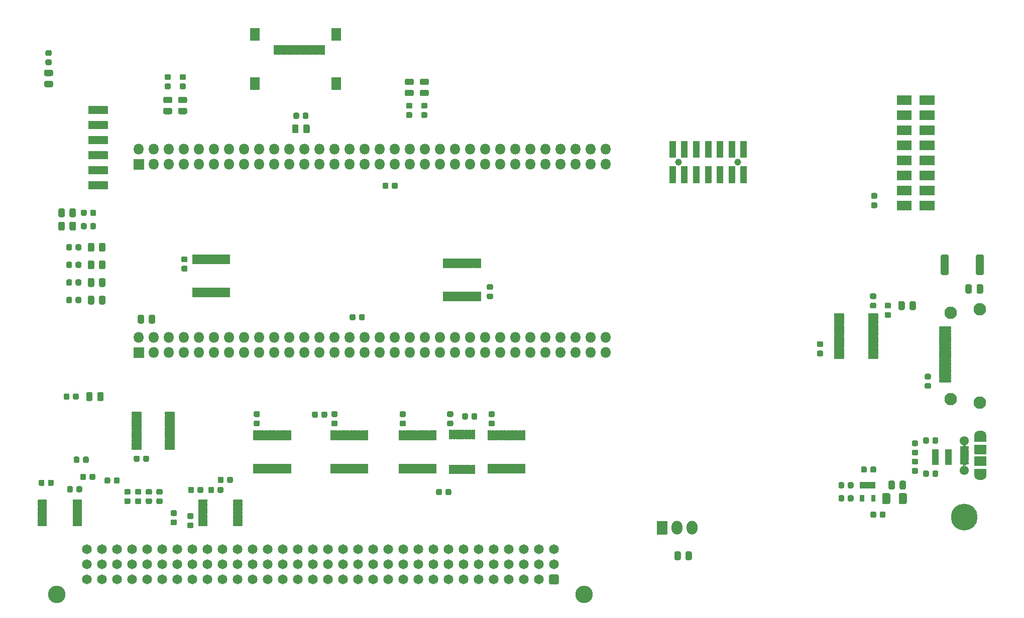
<source format=gbr>
G04 #@! TF.GenerationSoftware,KiCad,Pcbnew,5.1.9+dfsg1-1~bpo10+1*
G04 #@! TF.CreationDate,2022-11-13T14:05:17+01:00*
G04 #@! TF.ProjectId,nubus-to-ztex,6e756275-732d-4746-9f2d-7a7465782e6b,rev?*
G04 #@! TF.SameCoordinates,Original*
G04 #@! TF.FileFunction,Soldermask,Top*
G04 #@! TF.FilePolarity,Negative*
%FSLAX46Y46*%
G04 Gerber Fmt 4.6, Leading zero omitted, Abs format (unit mm)*
G04 Created by KiCad (PCBNEW 5.1.9+dfsg1-1~bpo10+1) date 2022-11-13 14:05:17*
%MOMM*%
%LPD*%
G01*
G04 APERTURE LIST*
%ADD10C,0.010000*%
%ADD11C,1.152000*%
%ADD12C,4.502000*%
%ADD13C,1.552000*%
%ADD14O,2.002000X1.302000*%
%ADD15O,1.842000X2.302000*%
%ADD16O,1.802000X1.802000*%
%ADD17C,2.102000*%
%ADD18C,2.952000*%
%ADD19C,1.652000*%
%ADD20C,0.100000*%
G04 APERTURE END LIST*
D10*
G36*
X264082010Y-18348990D02*
G01*
X264082010Y-19870980D01*
X261640000Y-19870980D01*
X261640000Y-18348990D01*
X264082010Y-18348990D01*
G37*
X264082010Y-18348990D02*
X264082010Y-19870980D01*
X261640000Y-19870980D01*
X261640000Y-18348990D01*
X264082010Y-18348990D01*
G36*
X260170990Y-18348990D02*
G01*
X260170990Y-19870980D01*
X257829000Y-19870980D01*
X257829000Y-18348990D01*
X260170990Y-18348990D01*
G37*
X260170990Y-18348990D02*
X260170990Y-19870980D01*
X257829000Y-19870980D01*
X257829000Y-18348990D01*
X260170990Y-18348990D01*
G36*
X264082010Y-20888990D02*
G01*
X264082010Y-22410980D01*
X261640000Y-22410980D01*
X261640000Y-20888990D01*
X264082010Y-20888990D01*
G37*
X264082010Y-20888990D02*
X264082010Y-22410980D01*
X261640000Y-22410980D01*
X261640000Y-20888990D01*
X264082010Y-20888990D01*
G36*
X260170990Y-20888990D02*
G01*
X260170990Y-22410980D01*
X257829000Y-22410980D01*
X257829000Y-20888990D01*
X260170990Y-20888990D01*
G37*
X260170990Y-20888990D02*
X260170990Y-22410980D01*
X257829000Y-22410980D01*
X257829000Y-20888990D01*
X260170990Y-20888990D01*
G36*
X264082010Y-23428990D02*
G01*
X264082010Y-24950980D01*
X261640000Y-24950980D01*
X261640000Y-23428990D01*
X264082010Y-23428990D01*
G37*
X264082010Y-23428990D02*
X264082010Y-24950980D01*
X261640000Y-24950980D01*
X261640000Y-23428990D01*
X264082010Y-23428990D01*
G36*
X260170990Y-23428990D02*
G01*
X260170990Y-24950980D01*
X257829000Y-24950980D01*
X257829000Y-23428990D01*
X260170990Y-23428990D01*
G37*
X260170990Y-23428990D02*
X260170990Y-24950980D01*
X257829000Y-24950980D01*
X257829000Y-23428990D01*
X260170990Y-23428990D01*
G36*
X264082010Y-25968990D02*
G01*
X264082010Y-27490984D01*
X261640000Y-27490984D01*
X261640000Y-25968990D01*
X264082010Y-25968990D01*
G37*
X264082010Y-25968990D02*
X264082010Y-27490984D01*
X261640000Y-27490984D01*
X261640000Y-25968990D01*
X264082010Y-25968990D01*
G36*
X260170990Y-25968990D02*
G01*
X260170990Y-27490984D01*
X257829000Y-27490984D01*
X257829000Y-25968990D01*
X260170990Y-25968990D01*
G37*
X260170990Y-25968990D02*
X260170990Y-27490984D01*
X257829000Y-27490984D01*
X257829000Y-25968990D01*
X260170990Y-25968990D01*
G36*
X264082010Y-28508991D02*
G01*
X264082010Y-30030980D01*
X261640000Y-30030980D01*
X261640000Y-28508991D01*
X264082010Y-28508991D01*
G37*
X264082010Y-28508991D02*
X264082010Y-30030980D01*
X261640000Y-30030980D01*
X261640000Y-28508991D01*
X264082010Y-28508991D01*
G36*
X260170990Y-28508991D02*
G01*
X260170990Y-30030980D01*
X257829000Y-30030980D01*
X257829000Y-28508991D01*
X260170990Y-28508991D01*
G37*
X260170990Y-28508991D02*
X260170990Y-30030980D01*
X257829000Y-30030980D01*
X257829000Y-28508991D01*
X260170990Y-28508991D01*
G36*
X264082010Y-31048990D02*
G01*
X264082010Y-32570980D01*
X261640000Y-32570980D01*
X261640000Y-31048990D01*
X264082010Y-31048990D01*
G37*
X264082010Y-31048990D02*
X264082010Y-32570980D01*
X261640000Y-32570980D01*
X261640000Y-31048990D01*
X264082010Y-31048990D01*
G36*
X260170990Y-31048990D02*
G01*
X260170990Y-32570980D01*
X257829000Y-32570980D01*
X257829000Y-31048990D01*
X260170990Y-31048990D01*
G37*
X260170990Y-31048990D02*
X260170990Y-32570980D01*
X257829000Y-32570980D01*
X257829000Y-31048990D01*
X260170990Y-31048990D01*
G36*
X264082010Y-33588990D02*
G01*
X264082010Y-35110980D01*
X261640000Y-35110980D01*
X261640000Y-33588990D01*
X264082010Y-33588990D01*
G37*
X264082010Y-33588990D02*
X264082010Y-35110980D01*
X261640000Y-35110980D01*
X261640000Y-33588990D01*
X264082010Y-33588990D01*
G36*
X260170990Y-33588990D02*
G01*
X260170990Y-35110980D01*
X257829000Y-35110980D01*
X257829000Y-33588990D01*
X260170990Y-33588990D01*
G37*
X260170990Y-33588990D02*
X260170990Y-35110980D01*
X257829000Y-35110980D01*
X257829000Y-33588990D01*
X260170990Y-33588990D01*
G36*
X264082010Y-36128990D02*
G01*
X264082010Y-37650980D01*
X261640000Y-37650980D01*
X261640000Y-36128990D01*
X264082010Y-36128990D01*
G37*
X264082010Y-36128990D02*
X264082010Y-37650980D01*
X261640000Y-37650980D01*
X261640000Y-36128990D01*
X264082010Y-36128990D01*
G36*
X260170990Y-36128990D02*
G01*
X260170990Y-37650980D01*
X257829000Y-37650980D01*
X257829000Y-36128990D01*
X260170990Y-36128990D01*
G37*
X260170990Y-36128990D02*
X260170990Y-37650980D01*
X257829000Y-37650980D01*
X257829000Y-36128990D01*
X260170990Y-36128990D01*
G36*
X264082010Y-18348990D02*
G01*
X264082010Y-19870980D01*
X261640000Y-19870980D01*
X261640000Y-18348990D01*
X264082010Y-18348990D01*
G37*
X264082010Y-18348990D02*
X264082010Y-19870980D01*
X261640000Y-19870980D01*
X261640000Y-18348990D01*
X264082010Y-18348990D01*
G36*
X260170990Y-18348990D02*
G01*
X260170990Y-19870980D01*
X257829000Y-19870980D01*
X257829000Y-18348990D01*
X260170990Y-18348990D01*
G37*
X260170990Y-18348990D02*
X260170990Y-19870980D01*
X257829000Y-19870980D01*
X257829000Y-18348990D01*
X260170990Y-18348990D01*
G36*
X264082010Y-20888990D02*
G01*
X264082010Y-22410980D01*
X261640000Y-22410980D01*
X261640000Y-20888990D01*
X264082010Y-20888990D01*
G37*
X264082010Y-20888990D02*
X264082010Y-22410980D01*
X261640000Y-22410980D01*
X261640000Y-20888990D01*
X264082010Y-20888990D01*
G36*
X260170990Y-20888990D02*
G01*
X260170990Y-22410980D01*
X257829000Y-22410980D01*
X257829000Y-20888990D01*
X260170990Y-20888990D01*
G37*
X260170990Y-20888990D02*
X260170990Y-22410980D01*
X257829000Y-22410980D01*
X257829000Y-20888990D01*
X260170990Y-20888990D01*
G36*
X264082010Y-23428990D02*
G01*
X264082010Y-24950980D01*
X261640000Y-24950980D01*
X261640000Y-23428990D01*
X264082010Y-23428990D01*
G37*
X264082010Y-23428990D02*
X264082010Y-24950980D01*
X261640000Y-24950980D01*
X261640000Y-23428990D01*
X264082010Y-23428990D01*
G36*
X260170990Y-23428990D02*
G01*
X260170990Y-24950980D01*
X257829000Y-24950980D01*
X257829000Y-23428990D01*
X260170990Y-23428990D01*
G37*
X260170990Y-23428990D02*
X260170990Y-24950980D01*
X257829000Y-24950980D01*
X257829000Y-23428990D01*
X260170990Y-23428990D01*
G36*
X264082010Y-25968990D02*
G01*
X264082010Y-27490984D01*
X261640000Y-27490984D01*
X261640000Y-25968990D01*
X264082010Y-25968990D01*
G37*
X264082010Y-25968990D02*
X264082010Y-27490984D01*
X261640000Y-27490984D01*
X261640000Y-25968990D01*
X264082010Y-25968990D01*
G36*
X260170990Y-25968990D02*
G01*
X260170990Y-27490984D01*
X257829000Y-27490984D01*
X257829000Y-25968990D01*
X260170990Y-25968990D01*
G37*
X260170990Y-25968990D02*
X260170990Y-27490984D01*
X257829000Y-27490984D01*
X257829000Y-25968990D01*
X260170990Y-25968990D01*
G36*
X264082010Y-28508991D02*
G01*
X264082010Y-30030980D01*
X261640000Y-30030980D01*
X261640000Y-28508991D01*
X264082010Y-28508991D01*
G37*
X264082010Y-28508991D02*
X264082010Y-30030980D01*
X261640000Y-30030980D01*
X261640000Y-28508991D01*
X264082010Y-28508991D01*
G36*
X260170990Y-28508991D02*
G01*
X260170990Y-30030980D01*
X257829000Y-30030980D01*
X257829000Y-28508991D01*
X260170990Y-28508991D01*
G37*
X260170990Y-28508991D02*
X260170990Y-30030980D01*
X257829000Y-30030980D01*
X257829000Y-28508991D01*
X260170990Y-28508991D01*
G36*
X264082010Y-31048990D02*
G01*
X264082010Y-32570980D01*
X261640000Y-32570980D01*
X261640000Y-31048990D01*
X264082010Y-31048990D01*
G37*
X264082010Y-31048990D02*
X264082010Y-32570980D01*
X261640000Y-32570980D01*
X261640000Y-31048990D01*
X264082010Y-31048990D01*
G36*
X260170990Y-31048990D02*
G01*
X260170990Y-32570980D01*
X257829000Y-32570980D01*
X257829000Y-31048990D01*
X260170990Y-31048990D01*
G37*
X260170990Y-31048990D02*
X260170990Y-32570980D01*
X257829000Y-32570980D01*
X257829000Y-31048990D01*
X260170990Y-31048990D01*
G36*
X264082010Y-33588990D02*
G01*
X264082010Y-35110980D01*
X261640000Y-35110980D01*
X261640000Y-33588990D01*
X264082010Y-33588990D01*
G37*
X264082010Y-33588990D02*
X264082010Y-35110980D01*
X261640000Y-35110980D01*
X261640000Y-33588990D01*
X264082010Y-33588990D01*
G36*
X260170990Y-33588990D02*
G01*
X260170990Y-35110980D01*
X257829000Y-35110980D01*
X257829000Y-33588990D01*
X260170990Y-33588990D01*
G37*
X260170990Y-33588990D02*
X260170990Y-35110980D01*
X257829000Y-35110980D01*
X257829000Y-33588990D01*
X260170990Y-33588990D01*
G36*
X264082010Y-36128990D02*
G01*
X264082010Y-37650980D01*
X261640000Y-37650980D01*
X261640000Y-36128990D01*
X264082010Y-36128990D01*
G37*
X264082010Y-36128990D02*
X264082010Y-37650980D01*
X261640000Y-37650980D01*
X261640000Y-36128990D01*
X264082010Y-36128990D01*
G36*
X260170990Y-36128990D02*
G01*
X260170990Y-37650980D01*
X257829000Y-37650980D01*
X257829000Y-36128990D01*
X260170990Y-36128990D01*
G37*
X260170990Y-36128990D02*
X260170990Y-37650980D01*
X257829000Y-37650980D01*
X257829000Y-36128990D01*
X260170990Y-36128990D01*
G36*
G01*
X266538500Y-45474816D02*
X266538500Y-48385184D01*
G75*
G02*
X266267684Y-48656000I-270816J0D01*
G01*
X265482316Y-48656000D01*
G75*
G02*
X265211500Y-48385184I0J270816D01*
G01*
X265211500Y-45474816D01*
G75*
G02*
X265482316Y-45204000I270816J0D01*
G01*
X266267684Y-45204000D01*
G75*
G02*
X266538500Y-45474816I0J-270816D01*
G01*
G37*
G36*
G01*
X272463500Y-45474816D02*
X272463500Y-48385184D01*
G75*
G02*
X272192684Y-48656000I-270816J0D01*
G01*
X271407316Y-48656000D01*
G75*
G02*
X271136500Y-48385184I0J270816D01*
G01*
X271136500Y-45474816D01*
G75*
G02*
X271407316Y-45204000I270816J0D01*
G01*
X272192684Y-45204000D01*
G75*
G02*
X272463500Y-45474816I0J-270816D01*
G01*
G37*
G36*
G01*
X270451000Y-50499500D02*
X270451000Y-51500500D01*
G75*
G02*
X270175500Y-51776000I-275500J0D01*
G01*
X269624500Y-51776000D01*
G75*
G02*
X269349000Y-51500500I0J275500D01*
G01*
X269349000Y-50499500D01*
G75*
G02*
X269624500Y-50224000I275500J0D01*
G01*
X270175500Y-50224000D01*
G75*
G02*
X270451000Y-50499500I0J-275500D01*
G01*
G37*
G36*
G01*
X272351000Y-50499500D02*
X272351000Y-51500500D01*
G75*
G02*
X272075500Y-51776000I-275500J0D01*
G01*
X271524500Y-51776000D01*
G75*
G02*
X271249000Y-51500500I0J275500D01*
G01*
X271249000Y-50499500D01*
G75*
G02*
X271524500Y-50224000I275500J0D01*
G01*
X272075500Y-50224000D01*
G75*
G02*
X272351000Y-50499500I0J-275500D01*
G01*
G37*
G36*
G01*
X124726000Y-21514000D02*
X121546000Y-21514000D01*
G75*
G02*
X121495000Y-21463000I0J51000D01*
G01*
X121495000Y-20193000D01*
G75*
G02*
X121546000Y-20142000I51000J0D01*
G01*
X124726000Y-20142000D01*
G75*
G02*
X124777000Y-20193000I0J-51000D01*
G01*
X124777000Y-21463000D01*
G75*
G02*
X124726000Y-21514000I-51000J0D01*
G01*
G37*
G36*
G01*
X124726000Y-24054000D02*
X121546000Y-24054000D01*
G75*
G02*
X121495000Y-24003000I0J51000D01*
G01*
X121495000Y-22733000D01*
G75*
G02*
X121546000Y-22682000I51000J0D01*
G01*
X124726000Y-22682000D01*
G75*
G02*
X124777000Y-22733000I0J-51000D01*
G01*
X124777000Y-24003000D01*
G75*
G02*
X124726000Y-24054000I-51000J0D01*
G01*
G37*
G36*
G01*
X124726000Y-26594000D02*
X121546000Y-26594000D01*
G75*
G02*
X121495000Y-26543000I0J51000D01*
G01*
X121495000Y-25273000D01*
G75*
G02*
X121546000Y-25222000I51000J0D01*
G01*
X124726000Y-25222000D01*
G75*
G02*
X124777000Y-25273000I0J-51000D01*
G01*
X124777000Y-26543000D01*
G75*
G02*
X124726000Y-26594000I-51000J0D01*
G01*
G37*
G36*
G01*
X124726000Y-29134000D02*
X121546000Y-29134000D01*
G75*
G02*
X121495000Y-29083000I0J51000D01*
G01*
X121495000Y-27813000D01*
G75*
G02*
X121546000Y-27762000I51000J0D01*
G01*
X124726000Y-27762000D01*
G75*
G02*
X124777000Y-27813000I0J-51000D01*
G01*
X124777000Y-29083000D01*
G75*
G02*
X124726000Y-29134000I-51000J0D01*
G01*
G37*
G36*
G01*
X124726000Y-31674000D02*
X121546000Y-31674000D01*
G75*
G02*
X121495000Y-31623000I0J51000D01*
G01*
X121495000Y-30353000D01*
G75*
G02*
X121546000Y-30302000I51000J0D01*
G01*
X124726000Y-30302000D01*
G75*
G02*
X124777000Y-30353000I0J-51000D01*
G01*
X124777000Y-31623000D01*
G75*
G02*
X124726000Y-31674000I-51000J0D01*
G01*
G37*
G36*
G01*
X124726000Y-34214000D02*
X121546000Y-34214000D01*
G75*
G02*
X121495000Y-34163000I0J51000D01*
G01*
X121495000Y-32893000D01*
G75*
G02*
X121546000Y-32842000I51000J0D01*
G01*
X124726000Y-32842000D01*
G75*
G02*
X124777000Y-32893000I0J-51000D01*
G01*
X124777000Y-34163000D01*
G75*
G02*
X124726000Y-34214000I-51000J0D01*
G01*
G37*
D11*
X221000000Y-29590000D03*
X231000000Y-29590000D03*
G36*
G01*
X220551000Y-30345000D02*
X220551000Y-33095000D01*
G75*
G02*
X220500000Y-33146000I-51000J0D01*
G01*
X219500000Y-33146000D01*
G75*
G02*
X219449000Y-33095000I0J51000D01*
G01*
X219449000Y-30345000D01*
G75*
G02*
X219500000Y-30294000I51000J0D01*
G01*
X220500000Y-30294000D01*
G75*
G02*
X220551000Y-30345000I0J-51000D01*
G01*
G37*
G36*
G01*
X220551000Y-26085000D02*
X220551000Y-28835000D01*
G75*
G02*
X220500000Y-28886000I-51000J0D01*
G01*
X219500000Y-28886000D01*
G75*
G02*
X219449000Y-28835000I0J51000D01*
G01*
X219449000Y-26085000D01*
G75*
G02*
X219500000Y-26034000I51000J0D01*
G01*
X220500000Y-26034000D01*
G75*
G02*
X220551000Y-26085000I0J-51000D01*
G01*
G37*
G36*
G01*
X222551000Y-30345000D02*
X222551000Y-33095000D01*
G75*
G02*
X222500000Y-33146000I-51000J0D01*
G01*
X221500000Y-33146000D01*
G75*
G02*
X221449000Y-33095000I0J51000D01*
G01*
X221449000Y-30345000D01*
G75*
G02*
X221500000Y-30294000I51000J0D01*
G01*
X222500000Y-30294000D01*
G75*
G02*
X222551000Y-30345000I0J-51000D01*
G01*
G37*
G36*
G01*
X222551000Y-26085000D02*
X222551000Y-28835000D01*
G75*
G02*
X222500000Y-28886000I-51000J0D01*
G01*
X221500000Y-28886000D01*
G75*
G02*
X221449000Y-28835000I0J51000D01*
G01*
X221449000Y-26085000D01*
G75*
G02*
X221500000Y-26034000I51000J0D01*
G01*
X222500000Y-26034000D01*
G75*
G02*
X222551000Y-26085000I0J-51000D01*
G01*
G37*
G36*
G01*
X224551000Y-30345000D02*
X224551000Y-33095000D01*
G75*
G02*
X224500000Y-33146000I-51000J0D01*
G01*
X223500000Y-33146000D01*
G75*
G02*
X223449000Y-33095000I0J51000D01*
G01*
X223449000Y-30345000D01*
G75*
G02*
X223500000Y-30294000I51000J0D01*
G01*
X224500000Y-30294000D01*
G75*
G02*
X224551000Y-30345000I0J-51000D01*
G01*
G37*
G36*
G01*
X224551000Y-26085000D02*
X224551000Y-28835000D01*
G75*
G02*
X224500000Y-28886000I-51000J0D01*
G01*
X223500000Y-28886000D01*
G75*
G02*
X223449000Y-28835000I0J51000D01*
G01*
X223449000Y-26085000D01*
G75*
G02*
X223500000Y-26034000I51000J0D01*
G01*
X224500000Y-26034000D01*
G75*
G02*
X224551000Y-26085000I0J-51000D01*
G01*
G37*
G36*
G01*
X226551000Y-30345000D02*
X226551000Y-33095000D01*
G75*
G02*
X226500000Y-33146000I-51000J0D01*
G01*
X225500000Y-33146000D01*
G75*
G02*
X225449000Y-33095000I0J51000D01*
G01*
X225449000Y-30345000D01*
G75*
G02*
X225500000Y-30294000I51000J0D01*
G01*
X226500000Y-30294000D01*
G75*
G02*
X226551000Y-30345000I0J-51000D01*
G01*
G37*
G36*
G01*
X226551000Y-26085000D02*
X226551000Y-28835000D01*
G75*
G02*
X226500000Y-28886000I-51000J0D01*
G01*
X225500000Y-28886000D01*
G75*
G02*
X225449000Y-28835000I0J51000D01*
G01*
X225449000Y-26085000D01*
G75*
G02*
X225500000Y-26034000I51000J0D01*
G01*
X226500000Y-26034000D01*
G75*
G02*
X226551000Y-26085000I0J-51000D01*
G01*
G37*
G36*
G01*
X228551000Y-30345000D02*
X228551000Y-33095000D01*
G75*
G02*
X228500000Y-33146000I-51000J0D01*
G01*
X227500000Y-33146000D01*
G75*
G02*
X227449000Y-33095000I0J51000D01*
G01*
X227449000Y-30345000D01*
G75*
G02*
X227500000Y-30294000I51000J0D01*
G01*
X228500000Y-30294000D01*
G75*
G02*
X228551000Y-30345000I0J-51000D01*
G01*
G37*
G36*
G01*
X228551000Y-26085000D02*
X228551000Y-28835000D01*
G75*
G02*
X228500000Y-28886000I-51000J0D01*
G01*
X227500000Y-28886000D01*
G75*
G02*
X227449000Y-28835000I0J51000D01*
G01*
X227449000Y-26085000D01*
G75*
G02*
X227500000Y-26034000I51000J0D01*
G01*
X228500000Y-26034000D01*
G75*
G02*
X228551000Y-26085000I0J-51000D01*
G01*
G37*
G36*
G01*
X230551000Y-30345000D02*
X230551000Y-33095000D01*
G75*
G02*
X230500000Y-33146000I-51000J0D01*
G01*
X229500000Y-33146000D01*
G75*
G02*
X229449000Y-33095000I0J51000D01*
G01*
X229449000Y-30345000D01*
G75*
G02*
X229500000Y-30294000I51000J0D01*
G01*
X230500000Y-30294000D01*
G75*
G02*
X230551000Y-30345000I0J-51000D01*
G01*
G37*
G36*
G01*
X230551000Y-26085000D02*
X230551000Y-28835000D01*
G75*
G02*
X230500000Y-28886000I-51000J0D01*
G01*
X229500000Y-28886000D01*
G75*
G02*
X229449000Y-28835000I0J51000D01*
G01*
X229449000Y-26085000D01*
G75*
G02*
X229500000Y-26034000I51000J0D01*
G01*
X230500000Y-26034000D01*
G75*
G02*
X230551000Y-26085000I0J-51000D01*
G01*
G37*
G36*
G01*
X232551000Y-30345000D02*
X232551000Y-33095000D01*
G75*
G02*
X232500000Y-33146000I-51000J0D01*
G01*
X231500000Y-33146000D01*
G75*
G02*
X231449000Y-33095000I0J51000D01*
G01*
X231449000Y-30345000D01*
G75*
G02*
X231500000Y-30294000I51000J0D01*
G01*
X232500000Y-30294000D01*
G75*
G02*
X232551000Y-30345000I0J-51000D01*
G01*
G37*
G36*
G01*
X232551000Y-26085000D02*
X232551000Y-28835000D01*
G75*
G02*
X232500000Y-28886000I-51000J0D01*
G01*
X231500000Y-28886000D01*
G75*
G02*
X231449000Y-28835000I0J51000D01*
G01*
X231449000Y-26085000D01*
G75*
G02*
X231500000Y-26034000I51000J0D01*
G01*
X232500000Y-26034000D01*
G75*
G02*
X232551000Y-26085000I0J-51000D01*
G01*
G37*
G36*
G01*
X129164000Y-79921750D02*
X129164000Y-79358250D01*
G75*
G02*
X129408250Y-79114000I244250J0D01*
G01*
X129896750Y-79114000D01*
G75*
G02*
X130141000Y-79358250I0J-244250D01*
G01*
X130141000Y-79921750D01*
G75*
G02*
X129896750Y-80166000I-244250J0D01*
G01*
X129408250Y-80166000D01*
G75*
G02*
X129164000Y-79921750I0J244250D01*
G01*
G37*
G36*
G01*
X130739000Y-79921750D02*
X130739000Y-79358250D01*
G75*
G02*
X130983250Y-79114000I244250J0D01*
G01*
X131471750Y-79114000D01*
G75*
G02*
X131716000Y-79358250I0J-244250D01*
G01*
X131716000Y-79921750D01*
G75*
G02*
X131471750Y-80166000I-244250J0D01*
G01*
X130983250Y-80166000D01*
G75*
G02*
X130739000Y-79921750I0J244250D01*
G01*
G37*
G36*
G01*
X136076000Y-77640000D02*
X136076000Y-78090000D01*
G75*
G02*
X136025000Y-78141000I-51000J0D01*
G01*
X134475000Y-78141000D01*
G75*
G02*
X134424000Y-78090000I0J51000D01*
G01*
X134424000Y-77640000D01*
G75*
G02*
X134475000Y-77589000I51000J0D01*
G01*
X136025000Y-77589000D01*
G75*
G02*
X136076000Y-77640000I0J-51000D01*
G01*
G37*
G36*
G01*
X136076000Y-76990000D02*
X136076000Y-77440000D01*
G75*
G02*
X136025000Y-77491000I-51000J0D01*
G01*
X134475000Y-77491000D01*
G75*
G02*
X134424000Y-77440000I0J51000D01*
G01*
X134424000Y-76990000D01*
G75*
G02*
X134475000Y-76939000I51000J0D01*
G01*
X136025000Y-76939000D01*
G75*
G02*
X136076000Y-76990000I0J-51000D01*
G01*
G37*
G36*
G01*
X136076000Y-76340000D02*
X136076000Y-76790000D01*
G75*
G02*
X136025000Y-76841000I-51000J0D01*
G01*
X134475000Y-76841000D01*
G75*
G02*
X134424000Y-76790000I0J51000D01*
G01*
X134424000Y-76340000D01*
G75*
G02*
X134475000Y-76289000I51000J0D01*
G01*
X136025000Y-76289000D01*
G75*
G02*
X136076000Y-76340000I0J-51000D01*
G01*
G37*
G36*
G01*
X136076000Y-75690000D02*
X136076000Y-76140000D01*
G75*
G02*
X136025000Y-76191000I-51000J0D01*
G01*
X134475000Y-76191000D01*
G75*
G02*
X134424000Y-76140000I0J51000D01*
G01*
X134424000Y-75690000D01*
G75*
G02*
X134475000Y-75639000I51000J0D01*
G01*
X136025000Y-75639000D01*
G75*
G02*
X136076000Y-75690000I0J-51000D01*
G01*
G37*
G36*
G01*
X136076000Y-75040000D02*
X136076000Y-75490000D01*
G75*
G02*
X136025000Y-75541000I-51000J0D01*
G01*
X134475000Y-75541000D01*
G75*
G02*
X134424000Y-75490000I0J51000D01*
G01*
X134424000Y-75040000D01*
G75*
G02*
X134475000Y-74989000I51000J0D01*
G01*
X136025000Y-74989000D01*
G75*
G02*
X136076000Y-75040000I0J-51000D01*
G01*
G37*
G36*
G01*
X136076000Y-74390000D02*
X136076000Y-74840000D01*
G75*
G02*
X136025000Y-74891000I-51000J0D01*
G01*
X134475000Y-74891000D01*
G75*
G02*
X134424000Y-74840000I0J51000D01*
G01*
X134424000Y-74390000D01*
G75*
G02*
X134475000Y-74339000I51000J0D01*
G01*
X136025000Y-74339000D01*
G75*
G02*
X136076000Y-74390000I0J-51000D01*
G01*
G37*
G36*
G01*
X136076000Y-73740000D02*
X136076000Y-74190000D01*
G75*
G02*
X136025000Y-74241000I-51000J0D01*
G01*
X134475000Y-74241000D01*
G75*
G02*
X134424000Y-74190000I0J51000D01*
G01*
X134424000Y-73740000D01*
G75*
G02*
X134475000Y-73689000I51000J0D01*
G01*
X136025000Y-73689000D01*
G75*
G02*
X136076000Y-73740000I0J-51000D01*
G01*
G37*
G36*
G01*
X136076000Y-73090000D02*
X136076000Y-73540000D01*
G75*
G02*
X136025000Y-73591000I-51000J0D01*
G01*
X134475000Y-73591000D01*
G75*
G02*
X134424000Y-73540000I0J51000D01*
G01*
X134424000Y-73090000D01*
G75*
G02*
X134475000Y-73039000I51000J0D01*
G01*
X136025000Y-73039000D01*
G75*
G02*
X136076000Y-73090000I0J-51000D01*
G01*
G37*
G36*
G01*
X136076000Y-72440000D02*
X136076000Y-72890000D01*
G75*
G02*
X136025000Y-72941000I-51000J0D01*
G01*
X134475000Y-72941000D01*
G75*
G02*
X134424000Y-72890000I0J51000D01*
G01*
X134424000Y-72440000D01*
G75*
G02*
X134475000Y-72389000I51000J0D01*
G01*
X136025000Y-72389000D01*
G75*
G02*
X136076000Y-72440000I0J-51000D01*
G01*
G37*
G36*
G01*
X136076000Y-71790000D02*
X136076000Y-72240000D01*
G75*
G02*
X136025000Y-72291000I-51000J0D01*
G01*
X134475000Y-72291000D01*
G75*
G02*
X134424000Y-72240000I0J51000D01*
G01*
X134424000Y-71790000D01*
G75*
G02*
X134475000Y-71739000I51000J0D01*
G01*
X136025000Y-71739000D01*
G75*
G02*
X136076000Y-71790000I0J-51000D01*
G01*
G37*
G36*
G01*
X130476000Y-71790000D02*
X130476000Y-72240000D01*
G75*
G02*
X130425000Y-72291000I-51000J0D01*
G01*
X128875000Y-72291000D01*
G75*
G02*
X128824000Y-72240000I0J51000D01*
G01*
X128824000Y-71790000D01*
G75*
G02*
X128875000Y-71739000I51000J0D01*
G01*
X130425000Y-71739000D01*
G75*
G02*
X130476000Y-71790000I0J-51000D01*
G01*
G37*
G36*
G01*
X130476000Y-72440000D02*
X130476000Y-72890000D01*
G75*
G02*
X130425000Y-72941000I-51000J0D01*
G01*
X128875000Y-72941000D01*
G75*
G02*
X128824000Y-72890000I0J51000D01*
G01*
X128824000Y-72440000D01*
G75*
G02*
X128875000Y-72389000I51000J0D01*
G01*
X130425000Y-72389000D01*
G75*
G02*
X130476000Y-72440000I0J-51000D01*
G01*
G37*
G36*
G01*
X130476000Y-73090000D02*
X130476000Y-73540000D01*
G75*
G02*
X130425000Y-73591000I-51000J0D01*
G01*
X128875000Y-73591000D01*
G75*
G02*
X128824000Y-73540000I0J51000D01*
G01*
X128824000Y-73090000D01*
G75*
G02*
X128875000Y-73039000I51000J0D01*
G01*
X130425000Y-73039000D01*
G75*
G02*
X130476000Y-73090000I0J-51000D01*
G01*
G37*
G36*
G01*
X130476000Y-73740000D02*
X130476000Y-74190000D01*
G75*
G02*
X130425000Y-74241000I-51000J0D01*
G01*
X128875000Y-74241000D01*
G75*
G02*
X128824000Y-74190000I0J51000D01*
G01*
X128824000Y-73740000D01*
G75*
G02*
X128875000Y-73689000I51000J0D01*
G01*
X130425000Y-73689000D01*
G75*
G02*
X130476000Y-73740000I0J-51000D01*
G01*
G37*
G36*
G01*
X130476000Y-74390000D02*
X130476000Y-74840000D01*
G75*
G02*
X130425000Y-74891000I-51000J0D01*
G01*
X128875000Y-74891000D01*
G75*
G02*
X128824000Y-74840000I0J51000D01*
G01*
X128824000Y-74390000D01*
G75*
G02*
X128875000Y-74339000I51000J0D01*
G01*
X130425000Y-74339000D01*
G75*
G02*
X130476000Y-74390000I0J-51000D01*
G01*
G37*
G36*
G01*
X130476000Y-75040000D02*
X130476000Y-75490000D01*
G75*
G02*
X130425000Y-75541000I-51000J0D01*
G01*
X128875000Y-75541000D01*
G75*
G02*
X128824000Y-75490000I0J51000D01*
G01*
X128824000Y-75040000D01*
G75*
G02*
X128875000Y-74989000I51000J0D01*
G01*
X130425000Y-74989000D01*
G75*
G02*
X130476000Y-75040000I0J-51000D01*
G01*
G37*
G36*
G01*
X130476000Y-75690000D02*
X130476000Y-76140000D01*
G75*
G02*
X130425000Y-76191000I-51000J0D01*
G01*
X128875000Y-76191000D01*
G75*
G02*
X128824000Y-76140000I0J51000D01*
G01*
X128824000Y-75690000D01*
G75*
G02*
X128875000Y-75639000I51000J0D01*
G01*
X130425000Y-75639000D01*
G75*
G02*
X130476000Y-75690000I0J-51000D01*
G01*
G37*
G36*
G01*
X130476000Y-76340000D02*
X130476000Y-76790000D01*
G75*
G02*
X130425000Y-76841000I-51000J0D01*
G01*
X128875000Y-76841000D01*
G75*
G02*
X128824000Y-76790000I0J51000D01*
G01*
X128824000Y-76340000D01*
G75*
G02*
X128875000Y-76289000I51000J0D01*
G01*
X130425000Y-76289000D01*
G75*
G02*
X130476000Y-76340000I0J-51000D01*
G01*
G37*
G36*
G01*
X130476000Y-76990000D02*
X130476000Y-77440000D01*
G75*
G02*
X130425000Y-77491000I-51000J0D01*
G01*
X128875000Y-77491000D01*
G75*
G02*
X128824000Y-77440000I0J51000D01*
G01*
X128824000Y-76990000D01*
G75*
G02*
X128875000Y-76939000I51000J0D01*
G01*
X130425000Y-76939000D01*
G75*
G02*
X130476000Y-76990000I0J-51000D01*
G01*
G37*
G36*
G01*
X130476000Y-77640000D02*
X130476000Y-78090000D01*
G75*
G02*
X130425000Y-78141000I-51000J0D01*
G01*
X128875000Y-78141000D01*
G75*
G02*
X128824000Y-78090000I0J51000D01*
G01*
X128824000Y-77640000D01*
G75*
G02*
X128875000Y-77589000I51000J0D01*
G01*
X130425000Y-77589000D01*
G75*
G02*
X130476000Y-77640000I0J-51000D01*
G01*
G37*
G36*
G01*
X189493121Y-52738953D02*
X188929621Y-52738953D01*
G75*
G02*
X188685371Y-52494703I0J244250D01*
G01*
X188685371Y-52006203D01*
G75*
G02*
X188929621Y-51761953I244250J0D01*
G01*
X189493121Y-51761953D01*
G75*
G02*
X189737371Y-52006203I0J-244250D01*
G01*
X189737371Y-52494703D01*
G75*
G02*
X189493121Y-52738953I-244250J0D01*
G01*
G37*
G36*
G01*
X189493121Y-51163953D02*
X188929621Y-51163953D01*
G75*
G02*
X188685371Y-50919703I0J244250D01*
G01*
X188685371Y-50431203D01*
G75*
G02*
X188929621Y-50186953I244250J0D01*
G01*
X189493121Y-50186953D01*
G75*
G02*
X189737371Y-50431203I0J-244250D01*
G01*
X189737371Y-50919703D01*
G75*
G02*
X189493121Y-51163953I-244250J0D01*
G01*
G37*
G36*
G01*
X187211371Y-45836953D02*
X187661371Y-45836953D01*
G75*
G02*
X187712371Y-45887953I0J-51000D01*
G01*
X187712371Y-47437953D01*
G75*
G02*
X187661371Y-47488953I-51000J0D01*
G01*
X187211371Y-47488953D01*
G75*
G02*
X187160371Y-47437953I0J51000D01*
G01*
X187160371Y-45887953D01*
G75*
G02*
X187211371Y-45836953I51000J0D01*
G01*
G37*
G36*
G01*
X186561371Y-45836953D02*
X187011371Y-45836953D01*
G75*
G02*
X187062371Y-45887953I0J-51000D01*
G01*
X187062371Y-47437953D01*
G75*
G02*
X187011371Y-47488953I-51000J0D01*
G01*
X186561371Y-47488953D01*
G75*
G02*
X186510371Y-47437953I0J51000D01*
G01*
X186510371Y-45887953D01*
G75*
G02*
X186561371Y-45836953I51000J0D01*
G01*
G37*
G36*
G01*
X185911371Y-45836953D02*
X186361371Y-45836953D01*
G75*
G02*
X186412371Y-45887953I0J-51000D01*
G01*
X186412371Y-47437953D01*
G75*
G02*
X186361371Y-47488953I-51000J0D01*
G01*
X185911371Y-47488953D01*
G75*
G02*
X185860371Y-47437953I0J51000D01*
G01*
X185860371Y-45887953D01*
G75*
G02*
X185911371Y-45836953I51000J0D01*
G01*
G37*
G36*
G01*
X185261371Y-45836953D02*
X185711371Y-45836953D01*
G75*
G02*
X185762371Y-45887953I0J-51000D01*
G01*
X185762371Y-47437953D01*
G75*
G02*
X185711371Y-47488953I-51000J0D01*
G01*
X185261371Y-47488953D01*
G75*
G02*
X185210371Y-47437953I0J51000D01*
G01*
X185210371Y-45887953D01*
G75*
G02*
X185261371Y-45836953I51000J0D01*
G01*
G37*
G36*
G01*
X184611371Y-45836953D02*
X185061371Y-45836953D01*
G75*
G02*
X185112371Y-45887953I0J-51000D01*
G01*
X185112371Y-47437953D01*
G75*
G02*
X185061371Y-47488953I-51000J0D01*
G01*
X184611371Y-47488953D01*
G75*
G02*
X184560371Y-47437953I0J51000D01*
G01*
X184560371Y-45887953D01*
G75*
G02*
X184611371Y-45836953I51000J0D01*
G01*
G37*
G36*
G01*
X183961371Y-45836953D02*
X184411371Y-45836953D01*
G75*
G02*
X184462371Y-45887953I0J-51000D01*
G01*
X184462371Y-47437953D01*
G75*
G02*
X184411371Y-47488953I-51000J0D01*
G01*
X183961371Y-47488953D01*
G75*
G02*
X183910371Y-47437953I0J51000D01*
G01*
X183910371Y-45887953D01*
G75*
G02*
X183961371Y-45836953I51000J0D01*
G01*
G37*
G36*
G01*
X183311371Y-45836953D02*
X183761371Y-45836953D01*
G75*
G02*
X183812371Y-45887953I0J-51000D01*
G01*
X183812371Y-47437953D01*
G75*
G02*
X183761371Y-47488953I-51000J0D01*
G01*
X183311371Y-47488953D01*
G75*
G02*
X183260371Y-47437953I0J51000D01*
G01*
X183260371Y-45887953D01*
G75*
G02*
X183311371Y-45836953I51000J0D01*
G01*
G37*
G36*
G01*
X182661371Y-45836953D02*
X183111371Y-45836953D01*
G75*
G02*
X183162371Y-45887953I0J-51000D01*
G01*
X183162371Y-47437953D01*
G75*
G02*
X183111371Y-47488953I-51000J0D01*
G01*
X182661371Y-47488953D01*
G75*
G02*
X182610371Y-47437953I0J51000D01*
G01*
X182610371Y-45887953D01*
G75*
G02*
X182661371Y-45836953I51000J0D01*
G01*
G37*
G36*
G01*
X182011371Y-45836953D02*
X182461371Y-45836953D01*
G75*
G02*
X182512371Y-45887953I0J-51000D01*
G01*
X182512371Y-47437953D01*
G75*
G02*
X182461371Y-47488953I-51000J0D01*
G01*
X182011371Y-47488953D01*
G75*
G02*
X181960371Y-47437953I0J51000D01*
G01*
X181960371Y-45887953D01*
G75*
G02*
X182011371Y-45836953I51000J0D01*
G01*
G37*
G36*
G01*
X181361371Y-45836953D02*
X181811371Y-45836953D01*
G75*
G02*
X181862371Y-45887953I0J-51000D01*
G01*
X181862371Y-47437953D01*
G75*
G02*
X181811371Y-47488953I-51000J0D01*
G01*
X181361371Y-47488953D01*
G75*
G02*
X181310371Y-47437953I0J51000D01*
G01*
X181310371Y-45887953D01*
G75*
G02*
X181361371Y-45836953I51000J0D01*
G01*
G37*
G36*
G01*
X181361371Y-51436953D02*
X181811371Y-51436953D01*
G75*
G02*
X181862371Y-51487953I0J-51000D01*
G01*
X181862371Y-53037953D01*
G75*
G02*
X181811371Y-53088953I-51000J0D01*
G01*
X181361371Y-53088953D01*
G75*
G02*
X181310371Y-53037953I0J51000D01*
G01*
X181310371Y-51487953D01*
G75*
G02*
X181361371Y-51436953I51000J0D01*
G01*
G37*
G36*
G01*
X182011371Y-51436953D02*
X182461371Y-51436953D01*
G75*
G02*
X182512371Y-51487953I0J-51000D01*
G01*
X182512371Y-53037953D01*
G75*
G02*
X182461371Y-53088953I-51000J0D01*
G01*
X182011371Y-53088953D01*
G75*
G02*
X181960371Y-53037953I0J51000D01*
G01*
X181960371Y-51487953D01*
G75*
G02*
X182011371Y-51436953I51000J0D01*
G01*
G37*
G36*
G01*
X182661371Y-51436953D02*
X183111371Y-51436953D01*
G75*
G02*
X183162371Y-51487953I0J-51000D01*
G01*
X183162371Y-53037953D01*
G75*
G02*
X183111371Y-53088953I-51000J0D01*
G01*
X182661371Y-53088953D01*
G75*
G02*
X182610371Y-53037953I0J51000D01*
G01*
X182610371Y-51487953D01*
G75*
G02*
X182661371Y-51436953I51000J0D01*
G01*
G37*
G36*
G01*
X183311371Y-51436953D02*
X183761371Y-51436953D01*
G75*
G02*
X183812371Y-51487953I0J-51000D01*
G01*
X183812371Y-53037953D01*
G75*
G02*
X183761371Y-53088953I-51000J0D01*
G01*
X183311371Y-53088953D01*
G75*
G02*
X183260371Y-53037953I0J51000D01*
G01*
X183260371Y-51487953D01*
G75*
G02*
X183311371Y-51436953I51000J0D01*
G01*
G37*
G36*
G01*
X183961371Y-51436953D02*
X184411371Y-51436953D01*
G75*
G02*
X184462371Y-51487953I0J-51000D01*
G01*
X184462371Y-53037953D01*
G75*
G02*
X184411371Y-53088953I-51000J0D01*
G01*
X183961371Y-53088953D01*
G75*
G02*
X183910371Y-53037953I0J51000D01*
G01*
X183910371Y-51487953D01*
G75*
G02*
X183961371Y-51436953I51000J0D01*
G01*
G37*
G36*
G01*
X184611371Y-51436953D02*
X185061371Y-51436953D01*
G75*
G02*
X185112371Y-51487953I0J-51000D01*
G01*
X185112371Y-53037953D01*
G75*
G02*
X185061371Y-53088953I-51000J0D01*
G01*
X184611371Y-53088953D01*
G75*
G02*
X184560371Y-53037953I0J51000D01*
G01*
X184560371Y-51487953D01*
G75*
G02*
X184611371Y-51436953I51000J0D01*
G01*
G37*
G36*
G01*
X185261371Y-51436953D02*
X185711371Y-51436953D01*
G75*
G02*
X185762371Y-51487953I0J-51000D01*
G01*
X185762371Y-53037953D01*
G75*
G02*
X185711371Y-53088953I-51000J0D01*
G01*
X185261371Y-53088953D01*
G75*
G02*
X185210371Y-53037953I0J51000D01*
G01*
X185210371Y-51487953D01*
G75*
G02*
X185261371Y-51436953I51000J0D01*
G01*
G37*
G36*
G01*
X185911371Y-51436953D02*
X186361371Y-51436953D01*
G75*
G02*
X186412371Y-51487953I0J-51000D01*
G01*
X186412371Y-53037953D01*
G75*
G02*
X186361371Y-53088953I-51000J0D01*
G01*
X185911371Y-53088953D01*
G75*
G02*
X185860371Y-53037953I0J51000D01*
G01*
X185860371Y-51487953D01*
G75*
G02*
X185911371Y-51436953I51000J0D01*
G01*
G37*
G36*
G01*
X186561371Y-51436953D02*
X187011371Y-51436953D01*
G75*
G02*
X187062371Y-51487953I0J-51000D01*
G01*
X187062371Y-53037953D01*
G75*
G02*
X187011371Y-53088953I-51000J0D01*
G01*
X186561371Y-53088953D01*
G75*
G02*
X186510371Y-53037953I0J51000D01*
G01*
X186510371Y-51487953D01*
G75*
G02*
X186561371Y-51436953I51000J0D01*
G01*
G37*
G36*
G01*
X187211371Y-51436953D02*
X187661371Y-51436953D01*
G75*
G02*
X187712371Y-51487953I0J-51000D01*
G01*
X187712371Y-53037953D01*
G75*
G02*
X187661371Y-53088953I-51000J0D01*
G01*
X187211371Y-53088953D01*
G75*
G02*
X187160371Y-53037953I0J51000D01*
G01*
X187160371Y-51487953D01*
G75*
G02*
X187211371Y-51436953I51000J0D01*
G01*
G37*
D12*
X269197500Y-89500000D03*
G36*
G01*
X254281750Y-37378500D02*
X253718250Y-37378500D01*
G75*
G02*
X253474000Y-37134250I0J244250D01*
G01*
X253474000Y-36645750D01*
G75*
G02*
X253718250Y-36401500I244250J0D01*
G01*
X254281750Y-36401500D01*
G75*
G02*
X254526000Y-36645750I0J-244250D01*
G01*
X254526000Y-37134250D01*
G75*
G02*
X254281750Y-37378500I-244250J0D01*
G01*
G37*
G36*
G01*
X254281750Y-35803500D02*
X253718250Y-35803500D01*
G75*
G02*
X253474000Y-35559250I0J244250D01*
G01*
X253474000Y-35070750D01*
G75*
G02*
X253718250Y-34826500I244250J0D01*
G01*
X254281750Y-34826500D01*
G75*
G02*
X254526000Y-35070750I0J-244250D01*
G01*
X254526000Y-35559250D01*
G75*
G02*
X254281750Y-35803500I-244250J0D01*
G01*
G37*
G36*
G01*
X137891750Y-21536293D02*
X136928250Y-21536293D01*
G75*
G02*
X136659000Y-21267043I0J269250D01*
G01*
X136659000Y-20728543D01*
G75*
G02*
X136928250Y-20459293I269250J0D01*
G01*
X137891750Y-20459293D01*
G75*
G02*
X138161000Y-20728543I0J-269250D01*
G01*
X138161000Y-21267043D01*
G75*
G02*
X137891750Y-21536293I-269250J0D01*
G01*
G37*
G36*
G01*
X137891750Y-19661293D02*
X136928250Y-19661293D01*
G75*
G02*
X136659000Y-19392043I0J269250D01*
G01*
X136659000Y-18853543D01*
G75*
G02*
X136928250Y-18584293I269250J0D01*
G01*
X137891750Y-18584293D01*
G75*
G02*
X138161000Y-18853543I0J-269250D01*
G01*
X138161000Y-19392043D01*
G75*
G02*
X137891750Y-19661293I-269250J0D01*
G01*
G37*
G36*
G01*
X135361750Y-19661293D02*
X134398250Y-19661293D01*
G75*
G02*
X134129000Y-19392043I0J269250D01*
G01*
X134129000Y-18853543D01*
G75*
G02*
X134398250Y-18584293I269250J0D01*
G01*
X135361750Y-18584293D01*
G75*
G02*
X135631000Y-18853543I0J-269250D01*
G01*
X135631000Y-19392043D01*
G75*
G02*
X135361750Y-19661293I-269250J0D01*
G01*
G37*
G36*
G01*
X135361750Y-21536293D02*
X134398250Y-21536293D01*
G75*
G02*
X134129000Y-21267043I0J269250D01*
G01*
X134129000Y-20728543D01*
G75*
G02*
X134398250Y-20459293I269250J0D01*
G01*
X135361750Y-20459293D01*
G75*
G02*
X135631000Y-20728543I0J-269250D01*
G01*
X135631000Y-21267043D01*
G75*
G02*
X135361750Y-21536293I-269250J0D01*
G01*
G37*
G36*
G01*
X124086000Y-68668250D02*
X124086000Y-69631750D01*
G75*
G02*
X123816750Y-69901000I-269250J0D01*
G01*
X123278250Y-69901000D01*
G75*
G02*
X123009000Y-69631750I0J269250D01*
G01*
X123009000Y-68668250D01*
G75*
G02*
X123278250Y-68399000I269250J0D01*
G01*
X123816750Y-68399000D01*
G75*
G02*
X124086000Y-68668250I0J-269250D01*
G01*
G37*
G36*
G01*
X122211000Y-68668250D02*
X122211000Y-69631750D01*
G75*
G02*
X121941750Y-69901000I-269250J0D01*
G01*
X121403250Y-69901000D01*
G75*
G02*
X121134000Y-69631750I0J269250D01*
G01*
X121134000Y-68668250D01*
G75*
G02*
X121403250Y-68399000I269250J0D01*
G01*
X121941750Y-68399000D01*
G75*
G02*
X122211000Y-68668250I0J-269250D01*
G01*
G37*
G36*
G01*
X177662439Y-17410035D02*
X178625939Y-17410035D01*
G75*
G02*
X178895189Y-17679285I0J-269250D01*
G01*
X178895189Y-18217785D01*
G75*
G02*
X178625939Y-18487035I-269250J0D01*
G01*
X177662439Y-18487035D01*
G75*
G02*
X177393189Y-18217785I0J269250D01*
G01*
X177393189Y-17679285D01*
G75*
G02*
X177662439Y-17410035I269250J0D01*
G01*
G37*
G36*
G01*
X177662439Y-15535035D02*
X178625939Y-15535035D01*
G75*
G02*
X178895189Y-15804285I0J-269250D01*
G01*
X178895189Y-16342785D01*
G75*
G02*
X178625939Y-16612035I-269250J0D01*
G01*
X177662439Y-16612035D01*
G75*
G02*
X177393189Y-16342785I0J269250D01*
G01*
X177393189Y-15804285D01*
G75*
G02*
X177662439Y-15535035I269250J0D01*
G01*
G37*
G36*
G01*
X175122439Y-15535035D02*
X176085939Y-15535035D01*
G75*
G02*
X176355189Y-15804285I0J-269250D01*
G01*
X176355189Y-16342785D01*
G75*
G02*
X176085939Y-16612035I-269250J0D01*
G01*
X175122439Y-16612035D01*
G75*
G02*
X174853189Y-16342785I0J269250D01*
G01*
X174853189Y-15804285D01*
G75*
G02*
X175122439Y-15535035I269250J0D01*
G01*
G37*
G36*
G01*
X175122439Y-17410035D02*
X176085939Y-17410035D01*
G75*
G02*
X176355189Y-17679285I0J-269250D01*
G01*
X176355189Y-18217785D01*
G75*
G02*
X176085939Y-18487035I-269250J0D01*
G01*
X175122439Y-18487035D01*
G75*
G02*
X174853189Y-18217785I0J269250D01*
G01*
X174853189Y-17679285D01*
G75*
G02*
X175122439Y-17410035I269250J0D01*
G01*
G37*
G36*
G01*
X134598250Y-14784293D02*
X135161750Y-14784293D01*
G75*
G02*
X135406000Y-15028543I0J-244250D01*
G01*
X135406000Y-15517043D01*
G75*
G02*
X135161750Y-15761293I-244250J0D01*
G01*
X134598250Y-15761293D01*
G75*
G02*
X134354000Y-15517043I0J244250D01*
G01*
X134354000Y-15028543D01*
G75*
G02*
X134598250Y-14784293I244250J0D01*
G01*
G37*
G36*
G01*
X134598250Y-16359293D02*
X135161750Y-16359293D01*
G75*
G02*
X135406000Y-16603543I0J-244250D01*
G01*
X135406000Y-17092043D01*
G75*
G02*
X135161750Y-17336293I-244250J0D01*
G01*
X134598250Y-17336293D01*
G75*
G02*
X134354000Y-17092043I0J244250D01*
G01*
X134354000Y-16603543D01*
G75*
G02*
X134598250Y-16359293I244250J0D01*
G01*
G37*
G36*
G01*
X137138250Y-16359293D02*
X137701750Y-16359293D01*
G75*
G02*
X137946000Y-16603543I0J-244250D01*
G01*
X137946000Y-17092043D01*
G75*
G02*
X137701750Y-17336293I-244250J0D01*
G01*
X137138250Y-17336293D01*
G75*
G02*
X136894000Y-17092043I0J244250D01*
G01*
X136894000Y-16603543D01*
G75*
G02*
X137138250Y-16359293I244250J0D01*
G01*
G37*
G36*
G01*
X137138250Y-14784293D02*
X137701750Y-14784293D01*
G75*
G02*
X137946000Y-15028543I0J-244250D01*
G01*
X137946000Y-15517043D01*
G75*
G02*
X137701750Y-15761293I-244250J0D01*
G01*
X137138250Y-15761293D01*
G75*
G02*
X136894000Y-15517043I0J244250D01*
G01*
X136894000Y-15028543D01*
G75*
G02*
X137138250Y-14784293I244250J0D01*
G01*
G37*
G36*
G01*
X117334000Y-69431750D02*
X117334000Y-68868250D01*
G75*
G02*
X117578250Y-68624000I244250J0D01*
G01*
X118066750Y-68624000D01*
G75*
G02*
X118311000Y-68868250I0J-244250D01*
G01*
X118311000Y-69431750D01*
G75*
G02*
X118066750Y-69676000I-244250J0D01*
G01*
X117578250Y-69676000D01*
G75*
G02*
X117334000Y-69431750I0J244250D01*
G01*
G37*
G36*
G01*
X118909000Y-69431750D02*
X118909000Y-68868250D01*
G75*
G02*
X119153250Y-68624000I244250J0D01*
G01*
X119641750Y-68624000D01*
G75*
G02*
X119886000Y-68868250I0J-244250D01*
G01*
X119886000Y-69431750D01*
G75*
G02*
X119641750Y-69676000I-244250J0D01*
G01*
X119153250Y-69676000D01*
G75*
G02*
X118909000Y-69431750I0J244250D01*
G01*
G37*
G36*
G01*
X178425939Y-20592035D02*
X177862439Y-20592035D01*
G75*
G02*
X177618189Y-20347785I0J244250D01*
G01*
X177618189Y-19859285D01*
G75*
G02*
X177862439Y-19615035I244250J0D01*
G01*
X178425939Y-19615035D01*
G75*
G02*
X178670189Y-19859285I0J-244250D01*
G01*
X178670189Y-20347785D01*
G75*
G02*
X178425939Y-20592035I-244250J0D01*
G01*
G37*
G36*
G01*
X178425939Y-22167035D02*
X177862439Y-22167035D01*
G75*
G02*
X177618189Y-21922785I0J244250D01*
G01*
X177618189Y-21434285D01*
G75*
G02*
X177862439Y-21190035I244250J0D01*
G01*
X178425939Y-21190035D01*
G75*
G02*
X178670189Y-21434285I0J-244250D01*
G01*
X178670189Y-21922785D01*
G75*
G02*
X178425939Y-22167035I-244250J0D01*
G01*
G37*
G36*
G01*
X175885939Y-22167035D02*
X175322439Y-22167035D01*
G75*
G02*
X175078189Y-21922785I0J244250D01*
G01*
X175078189Y-21434285D01*
G75*
G02*
X175322439Y-21190035I244250J0D01*
G01*
X175885939Y-21190035D01*
G75*
G02*
X176130189Y-21434285I0J-244250D01*
G01*
X176130189Y-21922785D01*
G75*
G02*
X175885939Y-22167035I-244250J0D01*
G01*
G37*
G36*
G01*
X175885939Y-20592035D02*
X175322439Y-20592035D01*
G75*
G02*
X175078189Y-20347785I0J244250D01*
G01*
X175078189Y-19859285D01*
G75*
G02*
X175322439Y-19615035I244250J0D01*
G01*
X175885939Y-19615035D01*
G75*
G02*
X176130189Y-19859285I0J-244250D01*
G01*
X176130189Y-20347785D01*
G75*
G02*
X175885939Y-20592035I-244250J0D01*
G01*
G37*
G36*
G01*
X139500000Y-52426000D02*
X139050000Y-52426000D01*
G75*
G02*
X138999000Y-52375000I0J51000D01*
G01*
X138999000Y-50825000D01*
G75*
G02*
X139050000Y-50774000I51000J0D01*
G01*
X139500000Y-50774000D01*
G75*
G02*
X139551000Y-50825000I0J-51000D01*
G01*
X139551000Y-52375000D01*
G75*
G02*
X139500000Y-52426000I-51000J0D01*
G01*
G37*
G36*
G01*
X140150000Y-52426000D02*
X139700000Y-52426000D01*
G75*
G02*
X139649000Y-52375000I0J51000D01*
G01*
X139649000Y-50825000D01*
G75*
G02*
X139700000Y-50774000I51000J0D01*
G01*
X140150000Y-50774000D01*
G75*
G02*
X140201000Y-50825000I0J-51000D01*
G01*
X140201000Y-52375000D01*
G75*
G02*
X140150000Y-52426000I-51000J0D01*
G01*
G37*
G36*
G01*
X140800000Y-52426000D02*
X140350000Y-52426000D01*
G75*
G02*
X140299000Y-52375000I0J51000D01*
G01*
X140299000Y-50825000D01*
G75*
G02*
X140350000Y-50774000I51000J0D01*
G01*
X140800000Y-50774000D01*
G75*
G02*
X140851000Y-50825000I0J-51000D01*
G01*
X140851000Y-52375000D01*
G75*
G02*
X140800000Y-52426000I-51000J0D01*
G01*
G37*
G36*
G01*
X141450000Y-52426000D02*
X141000000Y-52426000D01*
G75*
G02*
X140949000Y-52375000I0J51000D01*
G01*
X140949000Y-50825000D01*
G75*
G02*
X141000000Y-50774000I51000J0D01*
G01*
X141450000Y-50774000D01*
G75*
G02*
X141501000Y-50825000I0J-51000D01*
G01*
X141501000Y-52375000D01*
G75*
G02*
X141450000Y-52426000I-51000J0D01*
G01*
G37*
G36*
G01*
X142100000Y-52426000D02*
X141650000Y-52426000D01*
G75*
G02*
X141599000Y-52375000I0J51000D01*
G01*
X141599000Y-50825000D01*
G75*
G02*
X141650000Y-50774000I51000J0D01*
G01*
X142100000Y-50774000D01*
G75*
G02*
X142151000Y-50825000I0J-51000D01*
G01*
X142151000Y-52375000D01*
G75*
G02*
X142100000Y-52426000I-51000J0D01*
G01*
G37*
G36*
G01*
X142750000Y-52426000D02*
X142300000Y-52426000D01*
G75*
G02*
X142249000Y-52375000I0J51000D01*
G01*
X142249000Y-50825000D01*
G75*
G02*
X142300000Y-50774000I51000J0D01*
G01*
X142750000Y-50774000D01*
G75*
G02*
X142801000Y-50825000I0J-51000D01*
G01*
X142801000Y-52375000D01*
G75*
G02*
X142750000Y-52426000I-51000J0D01*
G01*
G37*
G36*
G01*
X143400000Y-52426000D02*
X142950000Y-52426000D01*
G75*
G02*
X142899000Y-52375000I0J51000D01*
G01*
X142899000Y-50825000D01*
G75*
G02*
X142950000Y-50774000I51000J0D01*
G01*
X143400000Y-50774000D01*
G75*
G02*
X143451000Y-50825000I0J-51000D01*
G01*
X143451000Y-52375000D01*
G75*
G02*
X143400000Y-52426000I-51000J0D01*
G01*
G37*
G36*
G01*
X144050000Y-52426000D02*
X143600000Y-52426000D01*
G75*
G02*
X143549000Y-52375000I0J51000D01*
G01*
X143549000Y-50825000D01*
G75*
G02*
X143600000Y-50774000I51000J0D01*
G01*
X144050000Y-50774000D01*
G75*
G02*
X144101000Y-50825000I0J-51000D01*
G01*
X144101000Y-52375000D01*
G75*
G02*
X144050000Y-52426000I-51000J0D01*
G01*
G37*
G36*
G01*
X144700000Y-52426000D02*
X144250000Y-52426000D01*
G75*
G02*
X144199000Y-52375000I0J51000D01*
G01*
X144199000Y-50825000D01*
G75*
G02*
X144250000Y-50774000I51000J0D01*
G01*
X144700000Y-50774000D01*
G75*
G02*
X144751000Y-50825000I0J-51000D01*
G01*
X144751000Y-52375000D01*
G75*
G02*
X144700000Y-52426000I-51000J0D01*
G01*
G37*
G36*
G01*
X145350000Y-52426000D02*
X144900000Y-52426000D01*
G75*
G02*
X144849000Y-52375000I0J51000D01*
G01*
X144849000Y-50825000D01*
G75*
G02*
X144900000Y-50774000I51000J0D01*
G01*
X145350000Y-50774000D01*
G75*
G02*
X145401000Y-50825000I0J-51000D01*
G01*
X145401000Y-52375000D01*
G75*
G02*
X145350000Y-52426000I-51000J0D01*
G01*
G37*
G36*
G01*
X145350000Y-46826000D02*
X144900000Y-46826000D01*
G75*
G02*
X144849000Y-46775000I0J51000D01*
G01*
X144849000Y-45225000D01*
G75*
G02*
X144900000Y-45174000I51000J0D01*
G01*
X145350000Y-45174000D01*
G75*
G02*
X145401000Y-45225000I0J-51000D01*
G01*
X145401000Y-46775000D01*
G75*
G02*
X145350000Y-46826000I-51000J0D01*
G01*
G37*
G36*
G01*
X144700000Y-46826000D02*
X144250000Y-46826000D01*
G75*
G02*
X144199000Y-46775000I0J51000D01*
G01*
X144199000Y-45225000D01*
G75*
G02*
X144250000Y-45174000I51000J0D01*
G01*
X144700000Y-45174000D01*
G75*
G02*
X144751000Y-45225000I0J-51000D01*
G01*
X144751000Y-46775000D01*
G75*
G02*
X144700000Y-46826000I-51000J0D01*
G01*
G37*
G36*
G01*
X144050000Y-46826000D02*
X143600000Y-46826000D01*
G75*
G02*
X143549000Y-46775000I0J51000D01*
G01*
X143549000Y-45225000D01*
G75*
G02*
X143600000Y-45174000I51000J0D01*
G01*
X144050000Y-45174000D01*
G75*
G02*
X144101000Y-45225000I0J-51000D01*
G01*
X144101000Y-46775000D01*
G75*
G02*
X144050000Y-46826000I-51000J0D01*
G01*
G37*
G36*
G01*
X143400000Y-46826000D02*
X142950000Y-46826000D01*
G75*
G02*
X142899000Y-46775000I0J51000D01*
G01*
X142899000Y-45225000D01*
G75*
G02*
X142950000Y-45174000I51000J0D01*
G01*
X143400000Y-45174000D01*
G75*
G02*
X143451000Y-45225000I0J-51000D01*
G01*
X143451000Y-46775000D01*
G75*
G02*
X143400000Y-46826000I-51000J0D01*
G01*
G37*
G36*
G01*
X142750000Y-46826000D02*
X142300000Y-46826000D01*
G75*
G02*
X142249000Y-46775000I0J51000D01*
G01*
X142249000Y-45225000D01*
G75*
G02*
X142300000Y-45174000I51000J0D01*
G01*
X142750000Y-45174000D01*
G75*
G02*
X142801000Y-45225000I0J-51000D01*
G01*
X142801000Y-46775000D01*
G75*
G02*
X142750000Y-46826000I-51000J0D01*
G01*
G37*
G36*
G01*
X142100000Y-46826000D02*
X141650000Y-46826000D01*
G75*
G02*
X141599000Y-46775000I0J51000D01*
G01*
X141599000Y-45225000D01*
G75*
G02*
X141650000Y-45174000I51000J0D01*
G01*
X142100000Y-45174000D01*
G75*
G02*
X142151000Y-45225000I0J-51000D01*
G01*
X142151000Y-46775000D01*
G75*
G02*
X142100000Y-46826000I-51000J0D01*
G01*
G37*
G36*
G01*
X141450000Y-46826000D02*
X141000000Y-46826000D01*
G75*
G02*
X140949000Y-46775000I0J51000D01*
G01*
X140949000Y-45225000D01*
G75*
G02*
X141000000Y-45174000I51000J0D01*
G01*
X141450000Y-45174000D01*
G75*
G02*
X141501000Y-45225000I0J-51000D01*
G01*
X141501000Y-46775000D01*
G75*
G02*
X141450000Y-46826000I-51000J0D01*
G01*
G37*
G36*
G01*
X140800000Y-46826000D02*
X140350000Y-46826000D01*
G75*
G02*
X140299000Y-46775000I0J51000D01*
G01*
X140299000Y-45225000D01*
G75*
G02*
X140350000Y-45174000I51000J0D01*
G01*
X140800000Y-45174000D01*
G75*
G02*
X140851000Y-45225000I0J-51000D01*
G01*
X140851000Y-46775000D01*
G75*
G02*
X140800000Y-46826000I-51000J0D01*
G01*
G37*
G36*
G01*
X140150000Y-46826000D02*
X139700000Y-46826000D01*
G75*
G02*
X139649000Y-46775000I0J51000D01*
G01*
X139649000Y-45225000D01*
G75*
G02*
X139700000Y-45174000I51000J0D01*
G01*
X140150000Y-45174000D01*
G75*
G02*
X140201000Y-45225000I0J-51000D01*
G01*
X140201000Y-46775000D01*
G75*
G02*
X140150000Y-46826000I-51000J0D01*
G01*
G37*
G36*
G01*
X139500000Y-46826000D02*
X139050000Y-46826000D01*
G75*
G02*
X138999000Y-46775000I0J51000D01*
G01*
X138999000Y-45225000D01*
G75*
G02*
X139050000Y-45174000I51000J0D01*
G01*
X139500000Y-45174000D01*
G75*
G02*
X139551000Y-45225000I0J-51000D01*
G01*
X139551000Y-46775000D01*
G75*
G02*
X139500000Y-46826000I-51000J0D01*
G01*
G37*
G36*
G01*
X156064000Y-22081750D02*
X156064000Y-21518250D01*
G75*
G02*
X156308250Y-21274000I244250J0D01*
G01*
X156796750Y-21274000D01*
G75*
G02*
X157041000Y-21518250I0J-244250D01*
G01*
X157041000Y-22081750D01*
G75*
G02*
X156796750Y-22326000I-244250J0D01*
G01*
X156308250Y-22326000D01*
G75*
G02*
X156064000Y-22081750I0J244250D01*
G01*
G37*
G36*
G01*
X157639000Y-22081750D02*
X157639000Y-21518250D01*
G75*
G02*
X157883250Y-21274000I244250J0D01*
G01*
X158371750Y-21274000D01*
G75*
G02*
X158616000Y-21518250I0J-244250D01*
G01*
X158616000Y-22081750D01*
G75*
G02*
X158371750Y-22326000I-244250J0D01*
G01*
X157883250Y-22326000D01*
G75*
G02*
X157639000Y-22081750I0J244250D01*
G01*
G37*
G36*
G01*
X155864000Y-24481750D02*
X155864000Y-23518250D01*
G75*
G02*
X156133250Y-23249000I269250J0D01*
G01*
X156671750Y-23249000D01*
G75*
G02*
X156941000Y-23518250I0J-269250D01*
G01*
X156941000Y-24481750D01*
G75*
G02*
X156671750Y-24751000I-269250J0D01*
G01*
X156133250Y-24751000D01*
G75*
G02*
X155864000Y-24481750I0J269250D01*
G01*
G37*
G36*
G01*
X157739000Y-24481750D02*
X157739000Y-23518250D01*
G75*
G02*
X158008250Y-23249000I269250J0D01*
G01*
X158546750Y-23249000D01*
G75*
G02*
X158816000Y-23518250I0J-269250D01*
G01*
X158816000Y-24481750D01*
G75*
G02*
X158546750Y-24751000I-269250J0D01*
G01*
X158008250Y-24751000D01*
G75*
G02*
X157739000Y-24481750I0J269250D01*
G01*
G37*
G36*
G01*
X153681000Y-9930000D02*
X153681000Y-11430000D01*
G75*
G02*
X153630000Y-11481000I-51000J0D01*
G01*
X152830000Y-11481000D01*
G75*
G02*
X152779000Y-11430000I0J51000D01*
G01*
X152779000Y-9930000D01*
G75*
G02*
X152830000Y-9879000I51000J0D01*
G01*
X153630000Y-9879000D01*
G75*
G02*
X153681000Y-9930000I0J-51000D01*
G01*
G37*
G36*
G01*
X154781000Y-9930000D02*
X154781000Y-11430000D01*
G75*
G02*
X154730000Y-11481000I-51000J0D01*
G01*
X153930000Y-11481000D01*
G75*
G02*
X153879000Y-11430000I0J51000D01*
G01*
X153879000Y-9930000D01*
G75*
G02*
X153930000Y-9879000I51000J0D01*
G01*
X154730000Y-9879000D01*
G75*
G02*
X154781000Y-9930000I0J-51000D01*
G01*
G37*
G36*
G01*
X155881000Y-9930000D02*
X155881000Y-11430000D01*
G75*
G02*
X155830000Y-11481000I-51000J0D01*
G01*
X155030000Y-11481000D01*
G75*
G02*
X154979000Y-11430000I0J51000D01*
G01*
X154979000Y-9930000D01*
G75*
G02*
X155030000Y-9879000I51000J0D01*
G01*
X155830000Y-9879000D01*
G75*
G02*
X155881000Y-9930000I0J-51000D01*
G01*
G37*
G36*
G01*
X156981000Y-9930000D02*
X156981000Y-11430000D01*
G75*
G02*
X156930000Y-11481000I-51000J0D01*
G01*
X156130000Y-11481000D01*
G75*
G02*
X156079000Y-11430000I0J51000D01*
G01*
X156079000Y-9930000D01*
G75*
G02*
X156130000Y-9879000I51000J0D01*
G01*
X156930000Y-9879000D01*
G75*
G02*
X156981000Y-9930000I0J-51000D01*
G01*
G37*
G36*
G01*
X158081000Y-9930000D02*
X158081000Y-11430000D01*
G75*
G02*
X158030000Y-11481000I-51000J0D01*
G01*
X157230000Y-11481000D01*
G75*
G02*
X157179000Y-11430000I0J51000D01*
G01*
X157179000Y-9930000D01*
G75*
G02*
X157230000Y-9879000I51000J0D01*
G01*
X158030000Y-9879000D01*
G75*
G02*
X158081000Y-9930000I0J-51000D01*
G01*
G37*
G36*
G01*
X159181000Y-9930000D02*
X159181000Y-11430000D01*
G75*
G02*
X159130000Y-11481000I-51000J0D01*
G01*
X158330000Y-11481000D01*
G75*
G02*
X158279000Y-11430000I0J51000D01*
G01*
X158279000Y-9930000D01*
G75*
G02*
X158330000Y-9879000I51000J0D01*
G01*
X159130000Y-9879000D01*
G75*
G02*
X159181000Y-9930000I0J-51000D01*
G01*
G37*
G36*
G01*
X160281000Y-9930000D02*
X160281000Y-11430000D01*
G75*
G02*
X160230000Y-11481000I-51000J0D01*
G01*
X159430000Y-11481000D01*
G75*
G02*
X159379000Y-11430000I0J51000D01*
G01*
X159379000Y-9930000D01*
G75*
G02*
X159430000Y-9879000I51000J0D01*
G01*
X160230000Y-9879000D01*
G75*
G02*
X160281000Y-9930000I0J-51000D01*
G01*
G37*
G36*
G01*
X161381000Y-9930000D02*
X161381000Y-11430000D01*
G75*
G02*
X161330000Y-11481000I-51000J0D01*
G01*
X160530000Y-11481000D01*
G75*
G02*
X160479000Y-11430000I0J51000D01*
G01*
X160479000Y-9930000D01*
G75*
G02*
X160530000Y-9879000I51000J0D01*
G01*
X161330000Y-9879000D01*
G75*
G02*
X161381000Y-9930000I0J-51000D01*
G01*
G37*
G36*
G01*
X150356000Y-7055000D02*
X150356000Y-9105000D01*
G75*
G02*
X150305000Y-9156000I-51000J0D01*
G01*
X148805000Y-9156000D01*
G75*
G02*
X148754000Y-9105000I0J51000D01*
G01*
X148754000Y-7055000D01*
G75*
G02*
X148805000Y-7004000I51000J0D01*
G01*
X150305000Y-7004000D01*
G75*
G02*
X150356000Y-7055000I0J-51000D01*
G01*
G37*
G36*
G01*
X150356000Y-15355000D02*
X150356000Y-17405000D01*
G75*
G02*
X150305000Y-17456000I-51000J0D01*
G01*
X148805000Y-17456000D01*
G75*
G02*
X148754000Y-17405000I0J51000D01*
G01*
X148754000Y-15355000D01*
G75*
G02*
X148805000Y-15304000I51000J0D01*
G01*
X150305000Y-15304000D01*
G75*
G02*
X150356000Y-15355000I0J-51000D01*
G01*
G37*
G36*
G01*
X164106000Y-15355000D02*
X164106000Y-17405000D01*
G75*
G02*
X164055000Y-17456000I-51000J0D01*
G01*
X162555000Y-17456000D01*
G75*
G02*
X162504000Y-17405000I0J51000D01*
G01*
X162504000Y-15355000D01*
G75*
G02*
X162555000Y-15304000I51000J0D01*
G01*
X164055000Y-15304000D01*
G75*
G02*
X164106000Y-15355000I0J-51000D01*
G01*
G37*
G36*
G01*
X164106000Y-7055000D02*
X164106000Y-9105000D01*
G75*
G02*
X164055000Y-9156000I-51000J0D01*
G01*
X162555000Y-9156000D01*
G75*
G02*
X162504000Y-9105000I0J51000D01*
G01*
X162504000Y-7055000D01*
G75*
G02*
X162555000Y-7004000I51000J0D01*
G01*
X164055000Y-7004000D01*
G75*
G02*
X164106000Y-7055000I0J-51000D01*
G01*
G37*
G36*
G01*
X137418250Y-45524000D02*
X137981750Y-45524000D01*
G75*
G02*
X138226000Y-45768250I0J-244250D01*
G01*
X138226000Y-46256750D01*
G75*
G02*
X137981750Y-46501000I-244250J0D01*
G01*
X137418250Y-46501000D01*
G75*
G02*
X137174000Y-46256750I0J244250D01*
G01*
X137174000Y-45768250D01*
G75*
G02*
X137418250Y-45524000I244250J0D01*
G01*
G37*
G36*
G01*
X137418250Y-47099000D02*
X137981750Y-47099000D01*
G75*
G02*
X138226000Y-47343250I0J-244250D01*
G01*
X138226000Y-47831750D01*
G75*
G02*
X137981750Y-48076000I-244250J0D01*
G01*
X137418250Y-48076000D01*
G75*
G02*
X137174000Y-47831750I0J244250D01*
G01*
X137174000Y-47343250D01*
G75*
G02*
X137418250Y-47099000I244250J0D01*
G01*
G37*
G36*
G01*
X114101000Y-83418250D02*
X114101000Y-83981750D01*
G75*
G02*
X113856750Y-84226000I-244250J0D01*
G01*
X113368250Y-84226000D01*
G75*
G02*
X113124000Y-83981750I0J244250D01*
G01*
X113124000Y-83418250D01*
G75*
G02*
X113368250Y-83174000I244250J0D01*
G01*
X113856750Y-83174000D01*
G75*
G02*
X114101000Y-83418250I0J-244250D01*
G01*
G37*
G36*
G01*
X115676000Y-83418250D02*
X115676000Y-83981750D01*
G75*
G02*
X115431750Y-84226000I-244250J0D01*
G01*
X114943250Y-84226000D01*
G75*
G02*
X114699000Y-83981750I0J244250D01*
G01*
X114699000Y-83418250D01*
G75*
G02*
X114943250Y-83174000I244250J0D01*
G01*
X115431750Y-83174000D01*
G75*
G02*
X115676000Y-83418250I0J-244250D01*
G01*
G37*
G36*
G01*
X119024000Y-80081750D02*
X119024000Y-79518250D01*
G75*
G02*
X119268250Y-79274000I244250J0D01*
G01*
X119756750Y-79274000D01*
G75*
G02*
X120001000Y-79518250I0J-244250D01*
G01*
X120001000Y-80081750D01*
G75*
G02*
X119756750Y-80326000I-244250J0D01*
G01*
X119268250Y-80326000D01*
G75*
G02*
X119024000Y-80081750I0J244250D01*
G01*
G37*
G36*
G01*
X120599000Y-80081750D02*
X120599000Y-79518250D01*
G75*
G02*
X120843250Y-79274000I244250J0D01*
G01*
X121331750Y-79274000D01*
G75*
G02*
X121576000Y-79518250I0J-244250D01*
G01*
X121576000Y-80081750D01*
G75*
G02*
X121331750Y-80326000I-244250J0D01*
G01*
X120843250Y-80326000D01*
G75*
G02*
X120599000Y-80081750I0J244250D01*
G01*
G37*
G36*
G01*
X125201000Y-83018250D02*
X125201000Y-83581750D01*
G75*
G02*
X124956750Y-83826000I-244250J0D01*
G01*
X124468250Y-83826000D01*
G75*
G02*
X124224000Y-83581750I0J244250D01*
G01*
X124224000Y-83018250D01*
G75*
G02*
X124468250Y-82774000I244250J0D01*
G01*
X124956750Y-82774000D01*
G75*
G02*
X125201000Y-83018250I0J-244250D01*
G01*
G37*
G36*
G01*
X126776000Y-83018250D02*
X126776000Y-83581750D01*
G75*
G02*
X126531750Y-83826000I-244250J0D01*
G01*
X126043250Y-83826000D01*
G75*
G02*
X125799000Y-83581750I0J244250D01*
G01*
X125799000Y-83018250D01*
G75*
G02*
X126043250Y-82774000I244250J0D01*
G01*
X126531750Y-82774000D01*
G75*
G02*
X126776000Y-83018250I0J-244250D01*
G01*
G37*
G36*
G01*
X120124000Y-82981750D02*
X120124000Y-82418250D01*
G75*
G02*
X120368250Y-82174000I244250J0D01*
G01*
X120856750Y-82174000D01*
G75*
G02*
X121101000Y-82418250I0J-244250D01*
G01*
X121101000Y-82981750D01*
G75*
G02*
X120856750Y-83226000I-244250J0D01*
G01*
X120368250Y-83226000D01*
G75*
G02*
X120124000Y-82981750I0J244250D01*
G01*
G37*
G36*
G01*
X121699000Y-82981750D02*
X121699000Y-82418250D01*
G75*
G02*
X121943250Y-82174000I244250J0D01*
G01*
X122431750Y-82174000D01*
G75*
G02*
X122676000Y-82418250I0J-244250D01*
G01*
X122676000Y-82981750D01*
G75*
G02*
X122431750Y-83226000I-244250J0D01*
G01*
X121943250Y-83226000D01*
G75*
G02*
X121699000Y-82981750I0J244250D01*
G01*
G37*
G36*
G01*
X181711661Y-85537247D02*
X181711661Y-84973747D01*
G75*
G02*
X181955911Y-84729497I244250J0D01*
G01*
X182444411Y-84729497D01*
G75*
G02*
X182688661Y-84973747I0J-244250D01*
G01*
X182688661Y-85537247D01*
G75*
G02*
X182444411Y-85781497I-244250J0D01*
G01*
X181955911Y-85781497D01*
G75*
G02*
X181711661Y-85537247I0J244250D01*
G01*
G37*
G36*
G01*
X180136661Y-85537247D02*
X180136661Y-84973747D01*
G75*
G02*
X180380911Y-84729497I244250J0D01*
G01*
X180869411Y-84729497D01*
G75*
G02*
X181113661Y-84973747I0J-244250D01*
G01*
X181113661Y-85537247D01*
G75*
G02*
X180869411Y-85781497I-244250J0D01*
G01*
X180380911Y-85781497D01*
G75*
G02*
X180136661Y-85537247I0J244250D01*
G01*
G37*
G36*
G01*
X187076000Y-72218250D02*
X187076000Y-72781750D01*
G75*
G02*
X186831750Y-73026000I-244250J0D01*
G01*
X186343250Y-73026000D01*
G75*
G02*
X186099000Y-72781750I0J244250D01*
G01*
X186099000Y-72218250D01*
G75*
G02*
X186343250Y-71974000I244250J0D01*
G01*
X186831750Y-71974000D01*
G75*
G02*
X187076000Y-72218250I0J-244250D01*
G01*
G37*
G36*
G01*
X185501000Y-72218250D02*
X185501000Y-72781750D01*
G75*
G02*
X185256750Y-73026000I-244250J0D01*
G01*
X184768250Y-73026000D01*
G75*
G02*
X184524000Y-72781750I0J244250D01*
G01*
X184524000Y-72218250D01*
G75*
G02*
X184768250Y-71974000I244250J0D01*
G01*
X185256750Y-71974000D01*
G75*
G02*
X185501000Y-72218250I0J-244250D01*
G01*
G37*
G36*
G01*
X142701000Y-84618250D02*
X142701000Y-85181750D01*
G75*
G02*
X142456750Y-85426000I-244250J0D01*
G01*
X141968250Y-85426000D01*
G75*
G02*
X141724000Y-85181750I0J244250D01*
G01*
X141724000Y-84618250D01*
G75*
G02*
X141968250Y-84374000I244250J0D01*
G01*
X142456750Y-84374000D01*
G75*
G02*
X142701000Y-84618250I0J-244250D01*
G01*
G37*
G36*
G01*
X144276000Y-84618250D02*
X144276000Y-85181750D01*
G75*
G02*
X144031750Y-85426000I-244250J0D01*
G01*
X143543250Y-85426000D01*
G75*
G02*
X143299000Y-85181750I0J244250D01*
G01*
X143299000Y-84618250D01*
G75*
G02*
X143543250Y-84374000I244250J0D01*
G01*
X144031750Y-84374000D01*
G75*
G02*
X144276000Y-84618250I0J-244250D01*
G01*
G37*
G36*
G01*
X143324000Y-83481750D02*
X143324000Y-82918250D01*
G75*
G02*
X143568250Y-82674000I244250J0D01*
G01*
X144056750Y-82674000D01*
G75*
G02*
X144301000Y-82918250I0J-244250D01*
G01*
X144301000Y-83481750D01*
G75*
G02*
X144056750Y-83726000I-244250J0D01*
G01*
X143568250Y-83726000D01*
G75*
G02*
X143324000Y-83481750I0J244250D01*
G01*
G37*
G36*
G01*
X144899000Y-83481750D02*
X144899000Y-82918250D01*
G75*
G02*
X145143250Y-82674000I244250J0D01*
G01*
X145631750Y-82674000D01*
G75*
G02*
X145876000Y-82918250I0J-244250D01*
G01*
X145876000Y-83481750D01*
G75*
G02*
X145631750Y-83726000I-244250J0D01*
G01*
X145143250Y-83726000D01*
G75*
G02*
X144899000Y-83481750I0J244250D01*
G01*
G37*
G36*
G01*
X136181750Y-89301000D02*
X135618250Y-89301000D01*
G75*
G02*
X135374000Y-89056750I0J244250D01*
G01*
X135374000Y-88568250D01*
G75*
G02*
X135618250Y-88324000I244250J0D01*
G01*
X136181750Y-88324000D01*
G75*
G02*
X136426000Y-88568250I0J-244250D01*
G01*
X136426000Y-89056750D01*
G75*
G02*
X136181750Y-89301000I-244250J0D01*
G01*
G37*
G36*
G01*
X136181750Y-90876000D02*
X135618250Y-90876000D01*
G75*
G02*
X135374000Y-90631750I0J244250D01*
G01*
X135374000Y-90143250D01*
G75*
G02*
X135618250Y-89899000I244250J0D01*
G01*
X136181750Y-89899000D01*
G75*
G02*
X136426000Y-90143250I0J-244250D01*
G01*
X136426000Y-90631750D01*
G75*
G02*
X136181750Y-90876000I-244250J0D01*
G01*
G37*
G36*
G01*
X140876000Y-84618250D02*
X140876000Y-85181750D01*
G75*
G02*
X140631750Y-85426000I-244250J0D01*
G01*
X140143250Y-85426000D01*
G75*
G02*
X139899000Y-85181750I0J244250D01*
G01*
X139899000Y-84618250D01*
G75*
G02*
X140143250Y-84374000I244250J0D01*
G01*
X140631750Y-84374000D01*
G75*
G02*
X140876000Y-84618250I0J-244250D01*
G01*
G37*
G36*
G01*
X139301000Y-84618250D02*
X139301000Y-85181750D01*
G75*
G02*
X139056750Y-85426000I-244250J0D01*
G01*
X138568250Y-85426000D01*
G75*
G02*
X138324000Y-85181750I0J244250D01*
G01*
X138324000Y-84618250D01*
G75*
G02*
X138568250Y-84374000I244250J0D01*
G01*
X139056750Y-84374000D01*
G75*
G02*
X139301000Y-84618250I0J-244250D01*
G01*
G37*
G36*
G01*
X129824000Y-56581750D02*
X129824000Y-55618250D01*
G75*
G02*
X130093250Y-55349000I269250J0D01*
G01*
X130631750Y-55349000D01*
G75*
G02*
X130901000Y-55618250I0J-269250D01*
G01*
X130901000Y-56581750D01*
G75*
G02*
X130631750Y-56851000I-269250J0D01*
G01*
X130093250Y-56851000D01*
G75*
G02*
X129824000Y-56581750I0J269250D01*
G01*
G37*
G36*
G01*
X131699000Y-56581750D02*
X131699000Y-55618250D01*
G75*
G02*
X131968250Y-55349000I269250J0D01*
G01*
X132506750Y-55349000D01*
G75*
G02*
X132776000Y-55618250I0J-269250D01*
G01*
X132776000Y-56581750D01*
G75*
G02*
X132506750Y-56851000I-269250J0D01*
G01*
X131968250Y-56851000D01*
G75*
G02*
X131699000Y-56581750I0J269250D01*
G01*
G37*
G36*
G01*
X115281750Y-16976000D02*
X114318250Y-16976000D01*
G75*
G02*
X114049000Y-16706750I0J269250D01*
G01*
X114049000Y-16168250D01*
G75*
G02*
X114318250Y-15899000I269250J0D01*
G01*
X115281750Y-15899000D01*
G75*
G02*
X115551000Y-16168250I0J-269250D01*
G01*
X115551000Y-16706750D01*
G75*
G02*
X115281750Y-16976000I-269250J0D01*
G01*
G37*
G36*
G01*
X115281750Y-15101000D02*
X114318250Y-15101000D01*
G75*
G02*
X114049000Y-14831750I0J269250D01*
G01*
X114049000Y-14293250D01*
G75*
G02*
X114318250Y-14024000I269250J0D01*
G01*
X115281750Y-14024000D01*
G75*
G02*
X115551000Y-14293250I0J-269250D01*
G01*
X115551000Y-14831750D01*
G75*
G02*
X115281750Y-15101000I-269250J0D01*
G01*
G37*
G36*
G01*
X114518250Y-10724000D02*
X115081750Y-10724000D01*
G75*
G02*
X115326000Y-10968250I0J-244250D01*
G01*
X115326000Y-11456750D01*
G75*
G02*
X115081750Y-11701000I-244250J0D01*
G01*
X114518250Y-11701000D01*
G75*
G02*
X114274000Y-11456750I0J244250D01*
G01*
X114274000Y-10968250D01*
G75*
G02*
X114518250Y-10724000I244250J0D01*
G01*
G37*
G36*
G01*
X114518250Y-12299000D02*
X115081750Y-12299000D01*
G75*
G02*
X115326000Y-12543250I0J-244250D01*
G01*
X115326000Y-13031750D01*
G75*
G02*
X115081750Y-13276000I-244250J0D01*
G01*
X114518250Y-13276000D01*
G75*
G02*
X114274000Y-13031750I0J244250D01*
G01*
X114274000Y-12543250D01*
G75*
G02*
X114518250Y-12299000I244250J0D01*
G01*
G37*
G36*
G01*
X182781750Y-74176000D02*
X182218250Y-74176000D01*
G75*
G02*
X181974000Y-73931750I0J244250D01*
G01*
X181974000Y-73443250D01*
G75*
G02*
X182218250Y-73199000I244250J0D01*
G01*
X182781750Y-73199000D01*
G75*
G02*
X183026000Y-73443250I0J-244250D01*
G01*
X183026000Y-73931750D01*
G75*
G02*
X182781750Y-74176000I-244250J0D01*
G01*
G37*
G36*
G01*
X182781750Y-72601000D02*
X182218250Y-72601000D01*
G75*
G02*
X181974000Y-72356750I0J244250D01*
G01*
X181974000Y-71868250D01*
G75*
G02*
X182218250Y-71624000I244250J0D01*
G01*
X182781750Y-71624000D01*
G75*
G02*
X183026000Y-71868250I0J-244250D01*
G01*
X183026000Y-72356750D01*
G75*
G02*
X182781750Y-72601000I-244250J0D01*
G01*
G37*
G36*
G01*
X182775000Y-82226000D02*
X182325000Y-82226000D01*
G75*
G02*
X182274000Y-82175000I0J51000D01*
G01*
X182274000Y-80725000D01*
G75*
G02*
X182325000Y-80674000I51000J0D01*
G01*
X182775000Y-80674000D01*
G75*
G02*
X182826000Y-80725000I0J-51000D01*
G01*
X182826000Y-82175000D01*
G75*
G02*
X182775000Y-82226000I-51000J0D01*
G01*
G37*
G36*
G01*
X183425000Y-82226000D02*
X182975000Y-82226000D01*
G75*
G02*
X182924000Y-82175000I0J51000D01*
G01*
X182924000Y-80725000D01*
G75*
G02*
X182975000Y-80674000I51000J0D01*
G01*
X183425000Y-80674000D01*
G75*
G02*
X183476000Y-80725000I0J-51000D01*
G01*
X183476000Y-82175000D01*
G75*
G02*
X183425000Y-82226000I-51000J0D01*
G01*
G37*
G36*
G01*
X184075000Y-82226000D02*
X183625000Y-82226000D01*
G75*
G02*
X183574000Y-82175000I0J51000D01*
G01*
X183574000Y-80725000D01*
G75*
G02*
X183625000Y-80674000I51000J0D01*
G01*
X184075000Y-80674000D01*
G75*
G02*
X184126000Y-80725000I0J-51000D01*
G01*
X184126000Y-82175000D01*
G75*
G02*
X184075000Y-82226000I-51000J0D01*
G01*
G37*
G36*
G01*
X184725000Y-82226000D02*
X184275000Y-82226000D01*
G75*
G02*
X184224000Y-82175000I0J51000D01*
G01*
X184224000Y-80725000D01*
G75*
G02*
X184275000Y-80674000I51000J0D01*
G01*
X184725000Y-80674000D01*
G75*
G02*
X184776000Y-80725000I0J-51000D01*
G01*
X184776000Y-82175000D01*
G75*
G02*
X184725000Y-82226000I-51000J0D01*
G01*
G37*
G36*
G01*
X185375000Y-82226000D02*
X184925000Y-82226000D01*
G75*
G02*
X184874000Y-82175000I0J51000D01*
G01*
X184874000Y-80725000D01*
G75*
G02*
X184925000Y-80674000I51000J0D01*
G01*
X185375000Y-80674000D01*
G75*
G02*
X185426000Y-80725000I0J-51000D01*
G01*
X185426000Y-82175000D01*
G75*
G02*
X185375000Y-82226000I-51000J0D01*
G01*
G37*
G36*
G01*
X186025000Y-82226000D02*
X185575000Y-82226000D01*
G75*
G02*
X185524000Y-82175000I0J51000D01*
G01*
X185524000Y-80725000D01*
G75*
G02*
X185575000Y-80674000I51000J0D01*
G01*
X186025000Y-80674000D01*
G75*
G02*
X186076000Y-80725000I0J-51000D01*
G01*
X186076000Y-82175000D01*
G75*
G02*
X186025000Y-82226000I-51000J0D01*
G01*
G37*
G36*
G01*
X186675000Y-82226000D02*
X186225000Y-82226000D01*
G75*
G02*
X186174000Y-82175000I0J51000D01*
G01*
X186174000Y-80725000D01*
G75*
G02*
X186225000Y-80674000I51000J0D01*
G01*
X186675000Y-80674000D01*
G75*
G02*
X186726000Y-80725000I0J-51000D01*
G01*
X186726000Y-82175000D01*
G75*
G02*
X186675000Y-82226000I-51000J0D01*
G01*
G37*
G36*
G01*
X186675000Y-76326000D02*
X186225000Y-76326000D01*
G75*
G02*
X186174000Y-76275000I0J51000D01*
G01*
X186174000Y-74825000D01*
G75*
G02*
X186225000Y-74774000I51000J0D01*
G01*
X186675000Y-74774000D01*
G75*
G02*
X186726000Y-74825000I0J-51000D01*
G01*
X186726000Y-76275000D01*
G75*
G02*
X186675000Y-76326000I-51000J0D01*
G01*
G37*
G36*
G01*
X186025000Y-76326000D02*
X185575000Y-76326000D01*
G75*
G02*
X185524000Y-76275000I0J51000D01*
G01*
X185524000Y-74825000D01*
G75*
G02*
X185575000Y-74774000I51000J0D01*
G01*
X186025000Y-74774000D01*
G75*
G02*
X186076000Y-74825000I0J-51000D01*
G01*
X186076000Y-76275000D01*
G75*
G02*
X186025000Y-76326000I-51000J0D01*
G01*
G37*
G36*
G01*
X185375000Y-76326000D02*
X184925000Y-76326000D01*
G75*
G02*
X184874000Y-76275000I0J51000D01*
G01*
X184874000Y-74825000D01*
G75*
G02*
X184925000Y-74774000I51000J0D01*
G01*
X185375000Y-74774000D01*
G75*
G02*
X185426000Y-74825000I0J-51000D01*
G01*
X185426000Y-76275000D01*
G75*
G02*
X185375000Y-76326000I-51000J0D01*
G01*
G37*
G36*
G01*
X184725000Y-76326000D02*
X184275000Y-76326000D01*
G75*
G02*
X184224000Y-76275000I0J51000D01*
G01*
X184224000Y-74825000D01*
G75*
G02*
X184275000Y-74774000I51000J0D01*
G01*
X184725000Y-74774000D01*
G75*
G02*
X184776000Y-74825000I0J-51000D01*
G01*
X184776000Y-76275000D01*
G75*
G02*
X184725000Y-76326000I-51000J0D01*
G01*
G37*
G36*
G01*
X184075000Y-76326000D02*
X183625000Y-76326000D01*
G75*
G02*
X183574000Y-76275000I0J51000D01*
G01*
X183574000Y-74825000D01*
G75*
G02*
X183625000Y-74774000I51000J0D01*
G01*
X184075000Y-74774000D01*
G75*
G02*
X184126000Y-74825000I0J-51000D01*
G01*
X184126000Y-76275000D01*
G75*
G02*
X184075000Y-76326000I-51000J0D01*
G01*
G37*
G36*
G01*
X183425000Y-76326000D02*
X182975000Y-76326000D01*
G75*
G02*
X182924000Y-76275000I0J51000D01*
G01*
X182924000Y-74825000D01*
G75*
G02*
X182975000Y-74774000I51000J0D01*
G01*
X183425000Y-74774000D01*
G75*
G02*
X183476000Y-74825000I0J-51000D01*
G01*
X183476000Y-76275000D01*
G75*
G02*
X183425000Y-76326000I-51000J0D01*
G01*
G37*
G36*
G01*
X182775000Y-76326000D02*
X182325000Y-76326000D01*
G75*
G02*
X182274000Y-76275000I0J51000D01*
G01*
X182274000Y-74825000D01*
G75*
G02*
X182325000Y-74774000I51000J0D01*
G01*
X182775000Y-74774000D01*
G75*
G02*
X182826000Y-74825000I0J-51000D01*
G01*
X182826000Y-76275000D01*
G75*
G02*
X182775000Y-76326000I-51000J0D01*
G01*
G37*
G36*
G01*
X162800000Y-82126000D02*
X162350000Y-82126000D01*
G75*
G02*
X162299000Y-82075000I0J51000D01*
G01*
X162299000Y-80525000D01*
G75*
G02*
X162350000Y-80474000I51000J0D01*
G01*
X162800000Y-80474000D01*
G75*
G02*
X162851000Y-80525000I0J-51000D01*
G01*
X162851000Y-82075000D01*
G75*
G02*
X162800000Y-82126000I-51000J0D01*
G01*
G37*
G36*
G01*
X163450000Y-82126000D02*
X163000000Y-82126000D01*
G75*
G02*
X162949000Y-82075000I0J51000D01*
G01*
X162949000Y-80525000D01*
G75*
G02*
X163000000Y-80474000I51000J0D01*
G01*
X163450000Y-80474000D01*
G75*
G02*
X163501000Y-80525000I0J-51000D01*
G01*
X163501000Y-82075000D01*
G75*
G02*
X163450000Y-82126000I-51000J0D01*
G01*
G37*
G36*
G01*
X164100000Y-82126000D02*
X163650000Y-82126000D01*
G75*
G02*
X163599000Y-82075000I0J51000D01*
G01*
X163599000Y-80525000D01*
G75*
G02*
X163650000Y-80474000I51000J0D01*
G01*
X164100000Y-80474000D01*
G75*
G02*
X164151000Y-80525000I0J-51000D01*
G01*
X164151000Y-82075000D01*
G75*
G02*
X164100000Y-82126000I-51000J0D01*
G01*
G37*
G36*
G01*
X164750000Y-82126000D02*
X164300000Y-82126000D01*
G75*
G02*
X164249000Y-82075000I0J51000D01*
G01*
X164249000Y-80525000D01*
G75*
G02*
X164300000Y-80474000I51000J0D01*
G01*
X164750000Y-80474000D01*
G75*
G02*
X164801000Y-80525000I0J-51000D01*
G01*
X164801000Y-82075000D01*
G75*
G02*
X164750000Y-82126000I-51000J0D01*
G01*
G37*
G36*
G01*
X165400000Y-82126000D02*
X164950000Y-82126000D01*
G75*
G02*
X164899000Y-82075000I0J51000D01*
G01*
X164899000Y-80525000D01*
G75*
G02*
X164950000Y-80474000I51000J0D01*
G01*
X165400000Y-80474000D01*
G75*
G02*
X165451000Y-80525000I0J-51000D01*
G01*
X165451000Y-82075000D01*
G75*
G02*
X165400000Y-82126000I-51000J0D01*
G01*
G37*
G36*
G01*
X166050000Y-82126000D02*
X165600000Y-82126000D01*
G75*
G02*
X165549000Y-82075000I0J51000D01*
G01*
X165549000Y-80525000D01*
G75*
G02*
X165600000Y-80474000I51000J0D01*
G01*
X166050000Y-80474000D01*
G75*
G02*
X166101000Y-80525000I0J-51000D01*
G01*
X166101000Y-82075000D01*
G75*
G02*
X166050000Y-82126000I-51000J0D01*
G01*
G37*
G36*
G01*
X166700000Y-82126000D02*
X166250000Y-82126000D01*
G75*
G02*
X166199000Y-82075000I0J51000D01*
G01*
X166199000Y-80525000D01*
G75*
G02*
X166250000Y-80474000I51000J0D01*
G01*
X166700000Y-80474000D01*
G75*
G02*
X166751000Y-80525000I0J-51000D01*
G01*
X166751000Y-82075000D01*
G75*
G02*
X166700000Y-82126000I-51000J0D01*
G01*
G37*
G36*
G01*
X167350000Y-82126000D02*
X166900000Y-82126000D01*
G75*
G02*
X166849000Y-82075000I0J51000D01*
G01*
X166849000Y-80525000D01*
G75*
G02*
X166900000Y-80474000I51000J0D01*
G01*
X167350000Y-80474000D01*
G75*
G02*
X167401000Y-80525000I0J-51000D01*
G01*
X167401000Y-82075000D01*
G75*
G02*
X167350000Y-82126000I-51000J0D01*
G01*
G37*
G36*
G01*
X168000000Y-82126000D02*
X167550000Y-82126000D01*
G75*
G02*
X167499000Y-82075000I0J51000D01*
G01*
X167499000Y-80525000D01*
G75*
G02*
X167550000Y-80474000I51000J0D01*
G01*
X168000000Y-80474000D01*
G75*
G02*
X168051000Y-80525000I0J-51000D01*
G01*
X168051000Y-82075000D01*
G75*
G02*
X168000000Y-82126000I-51000J0D01*
G01*
G37*
G36*
G01*
X168650000Y-82126000D02*
X168200000Y-82126000D01*
G75*
G02*
X168149000Y-82075000I0J51000D01*
G01*
X168149000Y-80525000D01*
G75*
G02*
X168200000Y-80474000I51000J0D01*
G01*
X168650000Y-80474000D01*
G75*
G02*
X168701000Y-80525000I0J-51000D01*
G01*
X168701000Y-82075000D01*
G75*
G02*
X168650000Y-82126000I-51000J0D01*
G01*
G37*
G36*
G01*
X168650000Y-76526000D02*
X168200000Y-76526000D01*
G75*
G02*
X168149000Y-76475000I0J51000D01*
G01*
X168149000Y-74925000D01*
G75*
G02*
X168200000Y-74874000I51000J0D01*
G01*
X168650000Y-74874000D01*
G75*
G02*
X168701000Y-74925000I0J-51000D01*
G01*
X168701000Y-76475000D01*
G75*
G02*
X168650000Y-76526000I-51000J0D01*
G01*
G37*
G36*
G01*
X168000000Y-76526000D02*
X167550000Y-76526000D01*
G75*
G02*
X167499000Y-76475000I0J51000D01*
G01*
X167499000Y-74925000D01*
G75*
G02*
X167550000Y-74874000I51000J0D01*
G01*
X168000000Y-74874000D01*
G75*
G02*
X168051000Y-74925000I0J-51000D01*
G01*
X168051000Y-76475000D01*
G75*
G02*
X168000000Y-76526000I-51000J0D01*
G01*
G37*
G36*
G01*
X167350000Y-76526000D02*
X166900000Y-76526000D01*
G75*
G02*
X166849000Y-76475000I0J51000D01*
G01*
X166849000Y-74925000D01*
G75*
G02*
X166900000Y-74874000I51000J0D01*
G01*
X167350000Y-74874000D01*
G75*
G02*
X167401000Y-74925000I0J-51000D01*
G01*
X167401000Y-76475000D01*
G75*
G02*
X167350000Y-76526000I-51000J0D01*
G01*
G37*
G36*
G01*
X166700000Y-76526000D02*
X166250000Y-76526000D01*
G75*
G02*
X166199000Y-76475000I0J51000D01*
G01*
X166199000Y-74925000D01*
G75*
G02*
X166250000Y-74874000I51000J0D01*
G01*
X166700000Y-74874000D01*
G75*
G02*
X166751000Y-74925000I0J-51000D01*
G01*
X166751000Y-76475000D01*
G75*
G02*
X166700000Y-76526000I-51000J0D01*
G01*
G37*
G36*
G01*
X166050000Y-76526000D02*
X165600000Y-76526000D01*
G75*
G02*
X165549000Y-76475000I0J51000D01*
G01*
X165549000Y-74925000D01*
G75*
G02*
X165600000Y-74874000I51000J0D01*
G01*
X166050000Y-74874000D01*
G75*
G02*
X166101000Y-74925000I0J-51000D01*
G01*
X166101000Y-76475000D01*
G75*
G02*
X166050000Y-76526000I-51000J0D01*
G01*
G37*
G36*
G01*
X165400000Y-76526000D02*
X164950000Y-76526000D01*
G75*
G02*
X164899000Y-76475000I0J51000D01*
G01*
X164899000Y-74925000D01*
G75*
G02*
X164950000Y-74874000I51000J0D01*
G01*
X165400000Y-74874000D01*
G75*
G02*
X165451000Y-74925000I0J-51000D01*
G01*
X165451000Y-76475000D01*
G75*
G02*
X165400000Y-76526000I-51000J0D01*
G01*
G37*
G36*
G01*
X164750000Y-76526000D02*
X164300000Y-76526000D01*
G75*
G02*
X164249000Y-76475000I0J51000D01*
G01*
X164249000Y-74925000D01*
G75*
G02*
X164300000Y-74874000I51000J0D01*
G01*
X164750000Y-74874000D01*
G75*
G02*
X164801000Y-74925000I0J-51000D01*
G01*
X164801000Y-76475000D01*
G75*
G02*
X164750000Y-76526000I-51000J0D01*
G01*
G37*
G36*
G01*
X164100000Y-76526000D02*
X163650000Y-76526000D01*
G75*
G02*
X163599000Y-76475000I0J51000D01*
G01*
X163599000Y-74925000D01*
G75*
G02*
X163650000Y-74874000I51000J0D01*
G01*
X164100000Y-74874000D01*
G75*
G02*
X164151000Y-74925000I0J-51000D01*
G01*
X164151000Y-76475000D01*
G75*
G02*
X164100000Y-76526000I-51000J0D01*
G01*
G37*
G36*
G01*
X163450000Y-76526000D02*
X163000000Y-76526000D01*
G75*
G02*
X162949000Y-76475000I0J51000D01*
G01*
X162949000Y-74925000D01*
G75*
G02*
X163000000Y-74874000I51000J0D01*
G01*
X163450000Y-74874000D01*
G75*
G02*
X163501000Y-74925000I0J-51000D01*
G01*
X163501000Y-76475000D01*
G75*
G02*
X163450000Y-76526000I-51000J0D01*
G01*
G37*
G36*
G01*
X162800000Y-76526000D02*
X162350000Y-76526000D01*
G75*
G02*
X162299000Y-76475000I0J51000D01*
G01*
X162299000Y-74925000D01*
G75*
G02*
X162350000Y-74874000I51000J0D01*
G01*
X162800000Y-74874000D01*
G75*
G02*
X162851000Y-74925000I0J-51000D01*
G01*
X162851000Y-76475000D01*
G75*
G02*
X162800000Y-76526000I-51000J0D01*
G01*
G37*
G36*
G01*
X189300000Y-76526000D02*
X188850000Y-76526000D01*
G75*
G02*
X188799000Y-76475000I0J51000D01*
G01*
X188799000Y-74925000D01*
G75*
G02*
X188850000Y-74874000I51000J0D01*
G01*
X189300000Y-74874000D01*
G75*
G02*
X189351000Y-74925000I0J-51000D01*
G01*
X189351000Y-76475000D01*
G75*
G02*
X189300000Y-76526000I-51000J0D01*
G01*
G37*
G36*
G01*
X189950000Y-76526000D02*
X189500000Y-76526000D01*
G75*
G02*
X189449000Y-76475000I0J51000D01*
G01*
X189449000Y-74925000D01*
G75*
G02*
X189500000Y-74874000I51000J0D01*
G01*
X189950000Y-74874000D01*
G75*
G02*
X190001000Y-74925000I0J-51000D01*
G01*
X190001000Y-76475000D01*
G75*
G02*
X189950000Y-76526000I-51000J0D01*
G01*
G37*
G36*
G01*
X190600000Y-76526000D02*
X190150000Y-76526000D01*
G75*
G02*
X190099000Y-76475000I0J51000D01*
G01*
X190099000Y-74925000D01*
G75*
G02*
X190150000Y-74874000I51000J0D01*
G01*
X190600000Y-74874000D01*
G75*
G02*
X190651000Y-74925000I0J-51000D01*
G01*
X190651000Y-76475000D01*
G75*
G02*
X190600000Y-76526000I-51000J0D01*
G01*
G37*
G36*
G01*
X191250000Y-76526000D02*
X190800000Y-76526000D01*
G75*
G02*
X190749000Y-76475000I0J51000D01*
G01*
X190749000Y-74925000D01*
G75*
G02*
X190800000Y-74874000I51000J0D01*
G01*
X191250000Y-74874000D01*
G75*
G02*
X191301000Y-74925000I0J-51000D01*
G01*
X191301000Y-76475000D01*
G75*
G02*
X191250000Y-76526000I-51000J0D01*
G01*
G37*
G36*
G01*
X191900000Y-76526000D02*
X191450000Y-76526000D01*
G75*
G02*
X191399000Y-76475000I0J51000D01*
G01*
X191399000Y-74925000D01*
G75*
G02*
X191450000Y-74874000I51000J0D01*
G01*
X191900000Y-74874000D01*
G75*
G02*
X191951000Y-74925000I0J-51000D01*
G01*
X191951000Y-76475000D01*
G75*
G02*
X191900000Y-76526000I-51000J0D01*
G01*
G37*
G36*
G01*
X192550000Y-76526000D02*
X192100000Y-76526000D01*
G75*
G02*
X192049000Y-76475000I0J51000D01*
G01*
X192049000Y-74925000D01*
G75*
G02*
X192100000Y-74874000I51000J0D01*
G01*
X192550000Y-74874000D01*
G75*
G02*
X192601000Y-74925000I0J-51000D01*
G01*
X192601000Y-76475000D01*
G75*
G02*
X192550000Y-76526000I-51000J0D01*
G01*
G37*
G36*
G01*
X193200000Y-76526000D02*
X192750000Y-76526000D01*
G75*
G02*
X192699000Y-76475000I0J51000D01*
G01*
X192699000Y-74925000D01*
G75*
G02*
X192750000Y-74874000I51000J0D01*
G01*
X193200000Y-74874000D01*
G75*
G02*
X193251000Y-74925000I0J-51000D01*
G01*
X193251000Y-76475000D01*
G75*
G02*
X193200000Y-76526000I-51000J0D01*
G01*
G37*
G36*
G01*
X193850000Y-76526000D02*
X193400000Y-76526000D01*
G75*
G02*
X193349000Y-76475000I0J51000D01*
G01*
X193349000Y-74925000D01*
G75*
G02*
X193400000Y-74874000I51000J0D01*
G01*
X193850000Y-74874000D01*
G75*
G02*
X193901000Y-74925000I0J-51000D01*
G01*
X193901000Y-76475000D01*
G75*
G02*
X193850000Y-76526000I-51000J0D01*
G01*
G37*
G36*
G01*
X194500000Y-76526000D02*
X194050000Y-76526000D01*
G75*
G02*
X193999000Y-76475000I0J51000D01*
G01*
X193999000Y-74925000D01*
G75*
G02*
X194050000Y-74874000I51000J0D01*
G01*
X194500000Y-74874000D01*
G75*
G02*
X194551000Y-74925000I0J-51000D01*
G01*
X194551000Y-76475000D01*
G75*
G02*
X194500000Y-76526000I-51000J0D01*
G01*
G37*
G36*
G01*
X195150000Y-76526000D02*
X194700000Y-76526000D01*
G75*
G02*
X194649000Y-76475000I0J51000D01*
G01*
X194649000Y-74925000D01*
G75*
G02*
X194700000Y-74874000I51000J0D01*
G01*
X195150000Y-74874000D01*
G75*
G02*
X195201000Y-74925000I0J-51000D01*
G01*
X195201000Y-76475000D01*
G75*
G02*
X195150000Y-76526000I-51000J0D01*
G01*
G37*
G36*
G01*
X195150000Y-82126000D02*
X194700000Y-82126000D01*
G75*
G02*
X194649000Y-82075000I0J51000D01*
G01*
X194649000Y-80525000D01*
G75*
G02*
X194700000Y-80474000I51000J0D01*
G01*
X195150000Y-80474000D01*
G75*
G02*
X195201000Y-80525000I0J-51000D01*
G01*
X195201000Y-82075000D01*
G75*
G02*
X195150000Y-82126000I-51000J0D01*
G01*
G37*
G36*
G01*
X194500000Y-82126000D02*
X194050000Y-82126000D01*
G75*
G02*
X193999000Y-82075000I0J51000D01*
G01*
X193999000Y-80525000D01*
G75*
G02*
X194050000Y-80474000I51000J0D01*
G01*
X194500000Y-80474000D01*
G75*
G02*
X194551000Y-80525000I0J-51000D01*
G01*
X194551000Y-82075000D01*
G75*
G02*
X194500000Y-82126000I-51000J0D01*
G01*
G37*
G36*
G01*
X193850000Y-82126000D02*
X193400000Y-82126000D01*
G75*
G02*
X193349000Y-82075000I0J51000D01*
G01*
X193349000Y-80525000D01*
G75*
G02*
X193400000Y-80474000I51000J0D01*
G01*
X193850000Y-80474000D01*
G75*
G02*
X193901000Y-80525000I0J-51000D01*
G01*
X193901000Y-82075000D01*
G75*
G02*
X193850000Y-82126000I-51000J0D01*
G01*
G37*
G36*
G01*
X193200000Y-82126000D02*
X192750000Y-82126000D01*
G75*
G02*
X192699000Y-82075000I0J51000D01*
G01*
X192699000Y-80525000D01*
G75*
G02*
X192750000Y-80474000I51000J0D01*
G01*
X193200000Y-80474000D01*
G75*
G02*
X193251000Y-80525000I0J-51000D01*
G01*
X193251000Y-82075000D01*
G75*
G02*
X193200000Y-82126000I-51000J0D01*
G01*
G37*
G36*
G01*
X192550000Y-82126000D02*
X192100000Y-82126000D01*
G75*
G02*
X192049000Y-82075000I0J51000D01*
G01*
X192049000Y-80525000D01*
G75*
G02*
X192100000Y-80474000I51000J0D01*
G01*
X192550000Y-80474000D01*
G75*
G02*
X192601000Y-80525000I0J-51000D01*
G01*
X192601000Y-82075000D01*
G75*
G02*
X192550000Y-82126000I-51000J0D01*
G01*
G37*
G36*
G01*
X191900000Y-82126000D02*
X191450000Y-82126000D01*
G75*
G02*
X191399000Y-82075000I0J51000D01*
G01*
X191399000Y-80525000D01*
G75*
G02*
X191450000Y-80474000I51000J0D01*
G01*
X191900000Y-80474000D01*
G75*
G02*
X191951000Y-80525000I0J-51000D01*
G01*
X191951000Y-82075000D01*
G75*
G02*
X191900000Y-82126000I-51000J0D01*
G01*
G37*
G36*
G01*
X191250000Y-82126000D02*
X190800000Y-82126000D01*
G75*
G02*
X190749000Y-82075000I0J51000D01*
G01*
X190749000Y-80525000D01*
G75*
G02*
X190800000Y-80474000I51000J0D01*
G01*
X191250000Y-80474000D01*
G75*
G02*
X191301000Y-80525000I0J-51000D01*
G01*
X191301000Y-82075000D01*
G75*
G02*
X191250000Y-82126000I-51000J0D01*
G01*
G37*
G36*
G01*
X190600000Y-82126000D02*
X190150000Y-82126000D01*
G75*
G02*
X190099000Y-82075000I0J51000D01*
G01*
X190099000Y-80525000D01*
G75*
G02*
X190150000Y-80474000I51000J0D01*
G01*
X190600000Y-80474000D01*
G75*
G02*
X190651000Y-80525000I0J-51000D01*
G01*
X190651000Y-82075000D01*
G75*
G02*
X190600000Y-82126000I-51000J0D01*
G01*
G37*
G36*
G01*
X189950000Y-82126000D02*
X189500000Y-82126000D01*
G75*
G02*
X189449000Y-82075000I0J51000D01*
G01*
X189449000Y-80525000D01*
G75*
G02*
X189500000Y-80474000I51000J0D01*
G01*
X189950000Y-80474000D01*
G75*
G02*
X190001000Y-80525000I0J-51000D01*
G01*
X190001000Y-82075000D01*
G75*
G02*
X189950000Y-82126000I-51000J0D01*
G01*
G37*
G36*
G01*
X189300000Y-82126000D02*
X188850000Y-82126000D01*
G75*
G02*
X188799000Y-82075000I0J51000D01*
G01*
X188799000Y-80525000D01*
G75*
G02*
X188850000Y-80474000I51000J0D01*
G01*
X189300000Y-80474000D01*
G75*
G02*
X189351000Y-80525000I0J-51000D01*
G01*
X189351000Y-82075000D01*
G75*
G02*
X189300000Y-82126000I-51000J0D01*
G01*
G37*
G36*
G01*
X174300000Y-82126000D02*
X173850000Y-82126000D01*
G75*
G02*
X173799000Y-82075000I0J51000D01*
G01*
X173799000Y-80525000D01*
G75*
G02*
X173850000Y-80474000I51000J0D01*
G01*
X174300000Y-80474000D01*
G75*
G02*
X174351000Y-80525000I0J-51000D01*
G01*
X174351000Y-82075000D01*
G75*
G02*
X174300000Y-82126000I-51000J0D01*
G01*
G37*
G36*
G01*
X174950000Y-82126000D02*
X174500000Y-82126000D01*
G75*
G02*
X174449000Y-82075000I0J51000D01*
G01*
X174449000Y-80525000D01*
G75*
G02*
X174500000Y-80474000I51000J0D01*
G01*
X174950000Y-80474000D01*
G75*
G02*
X175001000Y-80525000I0J-51000D01*
G01*
X175001000Y-82075000D01*
G75*
G02*
X174950000Y-82126000I-51000J0D01*
G01*
G37*
G36*
G01*
X175600000Y-82126000D02*
X175150000Y-82126000D01*
G75*
G02*
X175099000Y-82075000I0J51000D01*
G01*
X175099000Y-80525000D01*
G75*
G02*
X175150000Y-80474000I51000J0D01*
G01*
X175600000Y-80474000D01*
G75*
G02*
X175651000Y-80525000I0J-51000D01*
G01*
X175651000Y-82075000D01*
G75*
G02*
X175600000Y-82126000I-51000J0D01*
G01*
G37*
G36*
G01*
X176250000Y-82126000D02*
X175800000Y-82126000D01*
G75*
G02*
X175749000Y-82075000I0J51000D01*
G01*
X175749000Y-80525000D01*
G75*
G02*
X175800000Y-80474000I51000J0D01*
G01*
X176250000Y-80474000D01*
G75*
G02*
X176301000Y-80525000I0J-51000D01*
G01*
X176301000Y-82075000D01*
G75*
G02*
X176250000Y-82126000I-51000J0D01*
G01*
G37*
G36*
G01*
X176900000Y-82126000D02*
X176450000Y-82126000D01*
G75*
G02*
X176399000Y-82075000I0J51000D01*
G01*
X176399000Y-80525000D01*
G75*
G02*
X176450000Y-80474000I51000J0D01*
G01*
X176900000Y-80474000D01*
G75*
G02*
X176951000Y-80525000I0J-51000D01*
G01*
X176951000Y-82075000D01*
G75*
G02*
X176900000Y-82126000I-51000J0D01*
G01*
G37*
G36*
G01*
X177550000Y-82126000D02*
X177100000Y-82126000D01*
G75*
G02*
X177049000Y-82075000I0J51000D01*
G01*
X177049000Y-80525000D01*
G75*
G02*
X177100000Y-80474000I51000J0D01*
G01*
X177550000Y-80474000D01*
G75*
G02*
X177601000Y-80525000I0J-51000D01*
G01*
X177601000Y-82075000D01*
G75*
G02*
X177550000Y-82126000I-51000J0D01*
G01*
G37*
G36*
G01*
X178200000Y-82126000D02*
X177750000Y-82126000D01*
G75*
G02*
X177699000Y-82075000I0J51000D01*
G01*
X177699000Y-80525000D01*
G75*
G02*
X177750000Y-80474000I51000J0D01*
G01*
X178200000Y-80474000D01*
G75*
G02*
X178251000Y-80525000I0J-51000D01*
G01*
X178251000Y-82075000D01*
G75*
G02*
X178200000Y-82126000I-51000J0D01*
G01*
G37*
G36*
G01*
X178850000Y-82126000D02*
X178400000Y-82126000D01*
G75*
G02*
X178349000Y-82075000I0J51000D01*
G01*
X178349000Y-80525000D01*
G75*
G02*
X178400000Y-80474000I51000J0D01*
G01*
X178850000Y-80474000D01*
G75*
G02*
X178901000Y-80525000I0J-51000D01*
G01*
X178901000Y-82075000D01*
G75*
G02*
X178850000Y-82126000I-51000J0D01*
G01*
G37*
G36*
G01*
X179500000Y-82126000D02*
X179050000Y-82126000D01*
G75*
G02*
X178999000Y-82075000I0J51000D01*
G01*
X178999000Y-80525000D01*
G75*
G02*
X179050000Y-80474000I51000J0D01*
G01*
X179500000Y-80474000D01*
G75*
G02*
X179551000Y-80525000I0J-51000D01*
G01*
X179551000Y-82075000D01*
G75*
G02*
X179500000Y-82126000I-51000J0D01*
G01*
G37*
G36*
G01*
X180150000Y-82126000D02*
X179700000Y-82126000D01*
G75*
G02*
X179649000Y-82075000I0J51000D01*
G01*
X179649000Y-80525000D01*
G75*
G02*
X179700000Y-80474000I51000J0D01*
G01*
X180150000Y-80474000D01*
G75*
G02*
X180201000Y-80525000I0J-51000D01*
G01*
X180201000Y-82075000D01*
G75*
G02*
X180150000Y-82126000I-51000J0D01*
G01*
G37*
G36*
G01*
X180150000Y-76526000D02*
X179700000Y-76526000D01*
G75*
G02*
X179649000Y-76475000I0J51000D01*
G01*
X179649000Y-74925000D01*
G75*
G02*
X179700000Y-74874000I51000J0D01*
G01*
X180150000Y-74874000D01*
G75*
G02*
X180201000Y-74925000I0J-51000D01*
G01*
X180201000Y-76475000D01*
G75*
G02*
X180150000Y-76526000I-51000J0D01*
G01*
G37*
G36*
G01*
X179500000Y-76526000D02*
X179050000Y-76526000D01*
G75*
G02*
X178999000Y-76475000I0J51000D01*
G01*
X178999000Y-74925000D01*
G75*
G02*
X179050000Y-74874000I51000J0D01*
G01*
X179500000Y-74874000D01*
G75*
G02*
X179551000Y-74925000I0J-51000D01*
G01*
X179551000Y-76475000D01*
G75*
G02*
X179500000Y-76526000I-51000J0D01*
G01*
G37*
G36*
G01*
X178850000Y-76526000D02*
X178400000Y-76526000D01*
G75*
G02*
X178349000Y-76475000I0J51000D01*
G01*
X178349000Y-74925000D01*
G75*
G02*
X178400000Y-74874000I51000J0D01*
G01*
X178850000Y-74874000D01*
G75*
G02*
X178901000Y-74925000I0J-51000D01*
G01*
X178901000Y-76475000D01*
G75*
G02*
X178850000Y-76526000I-51000J0D01*
G01*
G37*
G36*
G01*
X178200000Y-76526000D02*
X177750000Y-76526000D01*
G75*
G02*
X177699000Y-76475000I0J51000D01*
G01*
X177699000Y-74925000D01*
G75*
G02*
X177750000Y-74874000I51000J0D01*
G01*
X178200000Y-74874000D01*
G75*
G02*
X178251000Y-74925000I0J-51000D01*
G01*
X178251000Y-76475000D01*
G75*
G02*
X178200000Y-76526000I-51000J0D01*
G01*
G37*
G36*
G01*
X177550000Y-76526000D02*
X177100000Y-76526000D01*
G75*
G02*
X177049000Y-76475000I0J51000D01*
G01*
X177049000Y-74925000D01*
G75*
G02*
X177100000Y-74874000I51000J0D01*
G01*
X177550000Y-74874000D01*
G75*
G02*
X177601000Y-74925000I0J-51000D01*
G01*
X177601000Y-76475000D01*
G75*
G02*
X177550000Y-76526000I-51000J0D01*
G01*
G37*
G36*
G01*
X176900000Y-76526000D02*
X176450000Y-76526000D01*
G75*
G02*
X176399000Y-76475000I0J51000D01*
G01*
X176399000Y-74925000D01*
G75*
G02*
X176450000Y-74874000I51000J0D01*
G01*
X176900000Y-74874000D01*
G75*
G02*
X176951000Y-74925000I0J-51000D01*
G01*
X176951000Y-76475000D01*
G75*
G02*
X176900000Y-76526000I-51000J0D01*
G01*
G37*
G36*
G01*
X176250000Y-76526000D02*
X175800000Y-76526000D01*
G75*
G02*
X175749000Y-76475000I0J51000D01*
G01*
X175749000Y-74925000D01*
G75*
G02*
X175800000Y-74874000I51000J0D01*
G01*
X176250000Y-74874000D01*
G75*
G02*
X176301000Y-74925000I0J-51000D01*
G01*
X176301000Y-76475000D01*
G75*
G02*
X176250000Y-76526000I-51000J0D01*
G01*
G37*
G36*
G01*
X175600000Y-76526000D02*
X175150000Y-76526000D01*
G75*
G02*
X175099000Y-76475000I0J51000D01*
G01*
X175099000Y-74925000D01*
G75*
G02*
X175150000Y-74874000I51000J0D01*
G01*
X175600000Y-74874000D01*
G75*
G02*
X175651000Y-74925000I0J-51000D01*
G01*
X175651000Y-76475000D01*
G75*
G02*
X175600000Y-76526000I-51000J0D01*
G01*
G37*
G36*
G01*
X174950000Y-76526000D02*
X174500000Y-76526000D01*
G75*
G02*
X174449000Y-76475000I0J51000D01*
G01*
X174449000Y-74925000D01*
G75*
G02*
X174500000Y-74874000I51000J0D01*
G01*
X174950000Y-74874000D01*
G75*
G02*
X175001000Y-74925000I0J-51000D01*
G01*
X175001000Y-76475000D01*
G75*
G02*
X174950000Y-76526000I-51000J0D01*
G01*
G37*
G36*
G01*
X174300000Y-76526000D02*
X173850000Y-76526000D01*
G75*
G02*
X173799000Y-76475000I0J51000D01*
G01*
X173799000Y-74925000D01*
G75*
G02*
X173850000Y-74874000I51000J0D01*
G01*
X174300000Y-74874000D01*
G75*
G02*
X174351000Y-74925000I0J-51000D01*
G01*
X174351000Y-76475000D01*
G75*
G02*
X174300000Y-76526000I-51000J0D01*
G01*
G37*
G36*
G01*
X149800000Y-82126000D02*
X149350000Y-82126000D01*
G75*
G02*
X149299000Y-82075000I0J51000D01*
G01*
X149299000Y-80525000D01*
G75*
G02*
X149350000Y-80474000I51000J0D01*
G01*
X149800000Y-80474000D01*
G75*
G02*
X149851000Y-80525000I0J-51000D01*
G01*
X149851000Y-82075000D01*
G75*
G02*
X149800000Y-82126000I-51000J0D01*
G01*
G37*
G36*
G01*
X150450000Y-82126000D02*
X150000000Y-82126000D01*
G75*
G02*
X149949000Y-82075000I0J51000D01*
G01*
X149949000Y-80525000D01*
G75*
G02*
X150000000Y-80474000I51000J0D01*
G01*
X150450000Y-80474000D01*
G75*
G02*
X150501000Y-80525000I0J-51000D01*
G01*
X150501000Y-82075000D01*
G75*
G02*
X150450000Y-82126000I-51000J0D01*
G01*
G37*
G36*
G01*
X151100000Y-82126000D02*
X150650000Y-82126000D01*
G75*
G02*
X150599000Y-82075000I0J51000D01*
G01*
X150599000Y-80525000D01*
G75*
G02*
X150650000Y-80474000I51000J0D01*
G01*
X151100000Y-80474000D01*
G75*
G02*
X151151000Y-80525000I0J-51000D01*
G01*
X151151000Y-82075000D01*
G75*
G02*
X151100000Y-82126000I-51000J0D01*
G01*
G37*
G36*
G01*
X151750000Y-82126000D02*
X151300000Y-82126000D01*
G75*
G02*
X151249000Y-82075000I0J51000D01*
G01*
X151249000Y-80525000D01*
G75*
G02*
X151300000Y-80474000I51000J0D01*
G01*
X151750000Y-80474000D01*
G75*
G02*
X151801000Y-80525000I0J-51000D01*
G01*
X151801000Y-82075000D01*
G75*
G02*
X151750000Y-82126000I-51000J0D01*
G01*
G37*
G36*
G01*
X152400000Y-82126000D02*
X151950000Y-82126000D01*
G75*
G02*
X151899000Y-82075000I0J51000D01*
G01*
X151899000Y-80525000D01*
G75*
G02*
X151950000Y-80474000I51000J0D01*
G01*
X152400000Y-80474000D01*
G75*
G02*
X152451000Y-80525000I0J-51000D01*
G01*
X152451000Y-82075000D01*
G75*
G02*
X152400000Y-82126000I-51000J0D01*
G01*
G37*
G36*
G01*
X153050000Y-82126000D02*
X152600000Y-82126000D01*
G75*
G02*
X152549000Y-82075000I0J51000D01*
G01*
X152549000Y-80525000D01*
G75*
G02*
X152600000Y-80474000I51000J0D01*
G01*
X153050000Y-80474000D01*
G75*
G02*
X153101000Y-80525000I0J-51000D01*
G01*
X153101000Y-82075000D01*
G75*
G02*
X153050000Y-82126000I-51000J0D01*
G01*
G37*
G36*
G01*
X153700000Y-82126000D02*
X153250000Y-82126000D01*
G75*
G02*
X153199000Y-82075000I0J51000D01*
G01*
X153199000Y-80525000D01*
G75*
G02*
X153250000Y-80474000I51000J0D01*
G01*
X153700000Y-80474000D01*
G75*
G02*
X153751000Y-80525000I0J-51000D01*
G01*
X153751000Y-82075000D01*
G75*
G02*
X153700000Y-82126000I-51000J0D01*
G01*
G37*
G36*
G01*
X154350000Y-82126000D02*
X153900000Y-82126000D01*
G75*
G02*
X153849000Y-82075000I0J51000D01*
G01*
X153849000Y-80525000D01*
G75*
G02*
X153900000Y-80474000I51000J0D01*
G01*
X154350000Y-80474000D01*
G75*
G02*
X154401000Y-80525000I0J-51000D01*
G01*
X154401000Y-82075000D01*
G75*
G02*
X154350000Y-82126000I-51000J0D01*
G01*
G37*
G36*
G01*
X155000000Y-82126000D02*
X154550000Y-82126000D01*
G75*
G02*
X154499000Y-82075000I0J51000D01*
G01*
X154499000Y-80525000D01*
G75*
G02*
X154550000Y-80474000I51000J0D01*
G01*
X155000000Y-80474000D01*
G75*
G02*
X155051000Y-80525000I0J-51000D01*
G01*
X155051000Y-82075000D01*
G75*
G02*
X155000000Y-82126000I-51000J0D01*
G01*
G37*
G36*
G01*
X155650000Y-82126000D02*
X155200000Y-82126000D01*
G75*
G02*
X155149000Y-82075000I0J51000D01*
G01*
X155149000Y-80525000D01*
G75*
G02*
X155200000Y-80474000I51000J0D01*
G01*
X155650000Y-80474000D01*
G75*
G02*
X155701000Y-80525000I0J-51000D01*
G01*
X155701000Y-82075000D01*
G75*
G02*
X155650000Y-82126000I-51000J0D01*
G01*
G37*
G36*
G01*
X155650000Y-76526000D02*
X155200000Y-76526000D01*
G75*
G02*
X155149000Y-76475000I0J51000D01*
G01*
X155149000Y-74925000D01*
G75*
G02*
X155200000Y-74874000I51000J0D01*
G01*
X155650000Y-74874000D01*
G75*
G02*
X155701000Y-74925000I0J-51000D01*
G01*
X155701000Y-76475000D01*
G75*
G02*
X155650000Y-76526000I-51000J0D01*
G01*
G37*
G36*
G01*
X155000000Y-76526000D02*
X154550000Y-76526000D01*
G75*
G02*
X154499000Y-76475000I0J51000D01*
G01*
X154499000Y-74925000D01*
G75*
G02*
X154550000Y-74874000I51000J0D01*
G01*
X155000000Y-74874000D01*
G75*
G02*
X155051000Y-74925000I0J-51000D01*
G01*
X155051000Y-76475000D01*
G75*
G02*
X155000000Y-76526000I-51000J0D01*
G01*
G37*
G36*
G01*
X154350000Y-76526000D02*
X153900000Y-76526000D01*
G75*
G02*
X153849000Y-76475000I0J51000D01*
G01*
X153849000Y-74925000D01*
G75*
G02*
X153900000Y-74874000I51000J0D01*
G01*
X154350000Y-74874000D01*
G75*
G02*
X154401000Y-74925000I0J-51000D01*
G01*
X154401000Y-76475000D01*
G75*
G02*
X154350000Y-76526000I-51000J0D01*
G01*
G37*
G36*
G01*
X153700000Y-76526000D02*
X153250000Y-76526000D01*
G75*
G02*
X153199000Y-76475000I0J51000D01*
G01*
X153199000Y-74925000D01*
G75*
G02*
X153250000Y-74874000I51000J0D01*
G01*
X153700000Y-74874000D01*
G75*
G02*
X153751000Y-74925000I0J-51000D01*
G01*
X153751000Y-76475000D01*
G75*
G02*
X153700000Y-76526000I-51000J0D01*
G01*
G37*
G36*
G01*
X153050000Y-76526000D02*
X152600000Y-76526000D01*
G75*
G02*
X152549000Y-76475000I0J51000D01*
G01*
X152549000Y-74925000D01*
G75*
G02*
X152600000Y-74874000I51000J0D01*
G01*
X153050000Y-74874000D01*
G75*
G02*
X153101000Y-74925000I0J-51000D01*
G01*
X153101000Y-76475000D01*
G75*
G02*
X153050000Y-76526000I-51000J0D01*
G01*
G37*
G36*
G01*
X152400000Y-76526000D02*
X151950000Y-76526000D01*
G75*
G02*
X151899000Y-76475000I0J51000D01*
G01*
X151899000Y-74925000D01*
G75*
G02*
X151950000Y-74874000I51000J0D01*
G01*
X152400000Y-74874000D01*
G75*
G02*
X152451000Y-74925000I0J-51000D01*
G01*
X152451000Y-76475000D01*
G75*
G02*
X152400000Y-76526000I-51000J0D01*
G01*
G37*
G36*
G01*
X151750000Y-76526000D02*
X151300000Y-76526000D01*
G75*
G02*
X151249000Y-76475000I0J51000D01*
G01*
X151249000Y-74925000D01*
G75*
G02*
X151300000Y-74874000I51000J0D01*
G01*
X151750000Y-74874000D01*
G75*
G02*
X151801000Y-74925000I0J-51000D01*
G01*
X151801000Y-76475000D01*
G75*
G02*
X151750000Y-76526000I-51000J0D01*
G01*
G37*
G36*
G01*
X151100000Y-76526000D02*
X150650000Y-76526000D01*
G75*
G02*
X150599000Y-76475000I0J51000D01*
G01*
X150599000Y-74925000D01*
G75*
G02*
X150650000Y-74874000I51000J0D01*
G01*
X151100000Y-74874000D01*
G75*
G02*
X151151000Y-74925000I0J-51000D01*
G01*
X151151000Y-76475000D01*
G75*
G02*
X151100000Y-76526000I-51000J0D01*
G01*
G37*
G36*
G01*
X150450000Y-76526000D02*
X150000000Y-76526000D01*
G75*
G02*
X149949000Y-76475000I0J51000D01*
G01*
X149949000Y-74925000D01*
G75*
G02*
X150000000Y-74874000I51000J0D01*
G01*
X150450000Y-74874000D01*
G75*
G02*
X150501000Y-74925000I0J-51000D01*
G01*
X150501000Y-76475000D01*
G75*
G02*
X150450000Y-76526000I-51000J0D01*
G01*
G37*
G36*
G01*
X149800000Y-76526000D02*
X149350000Y-76526000D01*
G75*
G02*
X149299000Y-76475000I0J51000D01*
G01*
X149299000Y-74925000D01*
G75*
G02*
X149350000Y-74874000I51000J0D01*
G01*
X149800000Y-74874000D01*
G75*
G02*
X149851000Y-74925000I0J-51000D01*
G01*
X149851000Y-76475000D01*
G75*
G02*
X149800000Y-76526000I-51000J0D01*
G01*
G37*
G36*
G01*
X120476000Y-84498250D02*
X120476000Y-85061750D01*
G75*
G02*
X120231750Y-85306000I-244250J0D01*
G01*
X119743250Y-85306000D01*
G75*
G02*
X119499000Y-85061750I0J244250D01*
G01*
X119499000Y-84498250D01*
G75*
G02*
X119743250Y-84254000I244250J0D01*
G01*
X120231750Y-84254000D01*
G75*
G02*
X120476000Y-84498250I0J-244250D01*
G01*
G37*
G36*
G01*
X118901000Y-84498250D02*
X118901000Y-85061750D01*
G75*
G02*
X118656750Y-85306000I-244250J0D01*
G01*
X118168250Y-85306000D01*
G75*
G02*
X117924000Y-85061750I0J244250D01*
G01*
X117924000Y-84498250D01*
G75*
G02*
X118168250Y-84254000I244250J0D01*
G01*
X118656750Y-84254000D01*
G75*
G02*
X118901000Y-84498250I0J-244250D01*
G01*
G37*
G36*
G01*
X112974000Y-87055000D02*
X112974000Y-86605000D01*
G75*
G02*
X113025000Y-86554000I51000J0D01*
G01*
X114475000Y-86554000D01*
G75*
G02*
X114526000Y-86605000I0J-51000D01*
G01*
X114526000Y-87055000D01*
G75*
G02*
X114475000Y-87106000I-51000J0D01*
G01*
X113025000Y-87106000D01*
G75*
G02*
X112974000Y-87055000I0J51000D01*
G01*
G37*
G36*
G01*
X112974000Y-87705000D02*
X112974000Y-87255000D01*
G75*
G02*
X113025000Y-87204000I51000J0D01*
G01*
X114475000Y-87204000D01*
G75*
G02*
X114526000Y-87255000I0J-51000D01*
G01*
X114526000Y-87705000D01*
G75*
G02*
X114475000Y-87756000I-51000J0D01*
G01*
X113025000Y-87756000D01*
G75*
G02*
X112974000Y-87705000I0J51000D01*
G01*
G37*
G36*
G01*
X112974000Y-88355000D02*
X112974000Y-87905000D01*
G75*
G02*
X113025000Y-87854000I51000J0D01*
G01*
X114475000Y-87854000D01*
G75*
G02*
X114526000Y-87905000I0J-51000D01*
G01*
X114526000Y-88355000D01*
G75*
G02*
X114475000Y-88406000I-51000J0D01*
G01*
X113025000Y-88406000D01*
G75*
G02*
X112974000Y-88355000I0J51000D01*
G01*
G37*
G36*
G01*
X112974000Y-89005000D02*
X112974000Y-88555000D01*
G75*
G02*
X113025000Y-88504000I51000J0D01*
G01*
X114475000Y-88504000D01*
G75*
G02*
X114526000Y-88555000I0J-51000D01*
G01*
X114526000Y-89005000D01*
G75*
G02*
X114475000Y-89056000I-51000J0D01*
G01*
X113025000Y-89056000D01*
G75*
G02*
X112974000Y-89005000I0J51000D01*
G01*
G37*
G36*
G01*
X112974000Y-89655000D02*
X112974000Y-89205000D01*
G75*
G02*
X113025000Y-89154000I51000J0D01*
G01*
X114475000Y-89154000D01*
G75*
G02*
X114526000Y-89205000I0J-51000D01*
G01*
X114526000Y-89655000D01*
G75*
G02*
X114475000Y-89706000I-51000J0D01*
G01*
X113025000Y-89706000D01*
G75*
G02*
X112974000Y-89655000I0J51000D01*
G01*
G37*
G36*
G01*
X112974000Y-90305000D02*
X112974000Y-89855000D01*
G75*
G02*
X113025000Y-89804000I51000J0D01*
G01*
X114475000Y-89804000D01*
G75*
G02*
X114526000Y-89855000I0J-51000D01*
G01*
X114526000Y-90305000D01*
G75*
G02*
X114475000Y-90356000I-51000J0D01*
G01*
X113025000Y-90356000D01*
G75*
G02*
X112974000Y-90305000I0J51000D01*
G01*
G37*
G36*
G01*
X112974000Y-90955000D02*
X112974000Y-90505000D01*
G75*
G02*
X113025000Y-90454000I51000J0D01*
G01*
X114475000Y-90454000D01*
G75*
G02*
X114526000Y-90505000I0J-51000D01*
G01*
X114526000Y-90955000D01*
G75*
G02*
X114475000Y-91006000I-51000J0D01*
G01*
X113025000Y-91006000D01*
G75*
G02*
X112974000Y-90955000I0J51000D01*
G01*
G37*
G36*
G01*
X118874000Y-90955000D02*
X118874000Y-90505000D01*
G75*
G02*
X118925000Y-90454000I51000J0D01*
G01*
X120375000Y-90454000D01*
G75*
G02*
X120426000Y-90505000I0J-51000D01*
G01*
X120426000Y-90955000D01*
G75*
G02*
X120375000Y-91006000I-51000J0D01*
G01*
X118925000Y-91006000D01*
G75*
G02*
X118874000Y-90955000I0J51000D01*
G01*
G37*
G36*
G01*
X118874000Y-90305000D02*
X118874000Y-89855000D01*
G75*
G02*
X118925000Y-89804000I51000J0D01*
G01*
X120375000Y-89804000D01*
G75*
G02*
X120426000Y-89855000I0J-51000D01*
G01*
X120426000Y-90305000D01*
G75*
G02*
X120375000Y-90356000I-51000J0D01*
G01*
X118925000Y-90356000D01*
G75*
G02*
X118874000Y-90305000I0J51000D01*
G01*
G37*
G36*
G01*
X118874000Y-89655000D02*
X118874000Y-89205000D01*
G75*
G02*
X118925000Y-89154000I51000J0D01*
G01*
X120375000Y-89154000D01*
G75*
G02*
X120426000Y-89205000I0J-51000D01*
G01*
X120426000Y-89655000D01*
G75*
G02*
X120375000Y-89706000I-51000J0D01*
G01*
X118925000Y-89706000D01*
G75*
G02*
X118874000Y-89655000I0J51000D01*
G01*
G37*
G36*
G01*
X118874000Y-89005000D02*
X118874000Y-88555000D01*
G75*
G02*
X118925000Y-88504000I51000J0D01*
G01*
X120375000Y-88504000D01*
G75*
G02*
X120426000Y-88555000I0J-51000D01*
G01*
X120426000Y-89005000D01*
G75*
G02*
X120375000Y-89056000I-51000J0D01*
G01*
X118925000Y-89056000D01*
G75*
G02*
X118874000Y-89005000I0J51000D01*
G01*
G37*
G36*
G01*
X118874000Y-88355000D02*
X118874000Y-87905000D01*
G75*
G02*
X118925000Y-87854000I51000J0D01*
G01*
X120375000Y-87854000D01*
G75*
G02*
X120426000Y-87905000I0J-51000D01*
G01*
X120426000Y-88355000D01*
G75*
G02*
X120375000Y-88406000I-51000J0D01*
G01*
X118925000Y-88406000D01*
G75*
G02*
X118874000Y-88355000I0J51000D01*
G01*
G37*
G36*
G01*
X118874000Y-87705000D02*
X118874000Y-87255000D01*
G75*
G02*
X118925000Y-87204000I51000J0D01*
G01*
X120375000Y-87204000D01*
G75*
G02*
X120426000Y-87255000I0J-51000D01*
G01*
X120426000Y-87705000D01*
G75*
G02*
X120375000Y-87756000I-51000J0D01*
G01*
X118925000Y-87756000D01*
G75*
G02*
X118874000Y-87705000I0J51000D01*
G01*
G37*
G36*
G01*
X118874000Y-87055000D02*
X118874000Y-86605000D01*
G75*
G02*
X118925000Y-86554000I51000J0D01*
G01*
X120375000Y-86554000D01*
G75*
G02*
X120426000Y-86605000I0J-51000D01*
G01*
X120426000Y-87055000D01*
G75*
G02*
X120375000Y-87106000I-51000J0D01*
G01*
X118925000Y-87106000D01*
G75*
G02*
X118874000Y-87055000I0J51000D01*
G01*
G37*
G36*
G01*
X138981750Y-89801000D02*
X138418250Y-89801000D01*
G75*
G02*
X138174000Y-89556750I0J244250D01*
G01*
X138174000Y-89068250D01*
G75*
G02*
X138418250Y-88824000I244250J0D01*
G01*
X138981750Y-88824000D01*
G75*
G02*
X139226000Y-89068250I0J-244250D01*
G01*
X139226000Y-89556750D01*
G75*
G02*
X138981750Y-89801000I-244250J0D01*
G01*
G37*
G36*
G01*
X138981750Y-91376000D02*
X138418250Y-91376000D01*
G75*
G02*
X138174000Y-91131750I0J244250D01*
G01*
X138174000Y-90643250D01*
G75*
G02*
X138418250Y-90399000I244250J0D01*
G01*
X138981750Y-90399000D01*
G75*
G02*
X139226000Y-90643250I0J-244250D01*
G01*
X139226000Y-91131750D01*
G75*
G02*
X138981750Y-91376000I-244250J0D01*
G01*
G37*
G36*
G01*
X147476000Y-90475000D02*
X147476000Y-90925000D01*
G75*
G02*
X147425000Y-90976000I-51000J0D01*
G01*
X145975000Y-90976000D01*
G75*
G02*
X145924000Y-90925000I0J51000D01*
G01*
X145924000Y-90475000D01*
G75*
G02*
X145975000Y-90424000I51000J0D01*
G01*
X147425000Y-90424000D01*
G75*
G02*
X147476000Y-90475000I0J-51000D01*
G01*
G37*
G36*
G01*
X147476000Y-89825000D02*
X147476000Y-90275000D01*
G75*
G02*
X147425000Y-90326000I-51000J0D01*
G01*
X145975000Y-90326000D01*
G75*
G02*
X145924000Y-90275000I0J51000D01*
G01*
X145924000Y-89825000D01*
G75*
G02*
X145975000Y-89774000I51000J0D01*
G01*
X147425000Y-89774000D01*
G75*
G02*
X147476000Y-89825000I0J-51000D01*
G01*
G37*
G36*
G01*
X147476000Y-89175000D02*
X147476000Y-89625000D01*
G75*
G02*
X147425000Y-89676000I-51000J0D01*
G01*
X145975000Y-89676000D01*
G75*
G02*
X145924000Y-89625000I0J51000D01*
G01*
X145924000Y-89175000D01*
G75*
G02*
X145975000Y-89124000I51000J0D01*
G01*
X147425000Y-89124000D01*
G75*
G02*
X147476000Y-89175000I0J-51000D01*
G01*
G37*
G36*
G01*
X147476000Y-88525000D02*
X147476000Y-88975000D01*
G75*
G02*
X147425000Y-89026000I-51000J0D01*
G01*
X145975000Y-89026000D01*
G75*
G02*
X145924000Y-88975000I0J51000D01*
G01*
X145924000Y-88525000D01*
G75*
G02*
X145975000Y-88474000I51000J0D01*
G01*
X147425000Y-88474000D01*
G75*
G02*
X147476000Y-88525000I0J-51000D01*
G01*
G37*
G36*
G01*
X147476000Y-87875000D02*
X147476000Y-88325000D01*
G75*
G02*
X147425000Y-88376000I-51000J0D01*
G01*
X145975000Y-88376000D01*
G75*
G02*
X145924000Y-88325000I0J51000D01*
G01*
X145924000Y-87875000D01*
G75*
G02*
X145975000Y-87824000I51000J0D01*
G01*
X147425000Y-87824000D01*
G75*
G02*
X147476000Y-87875000I0J-51000D01*
G01*
G37*
G36*
G01*
X147476000Y-87225000D02*
X147476000Y-87675000D01*
G75*
G02*
X147425000Y-87726000I-51000J0D01*
G01*
X145975000Y-87726000D01*
G75*
G02*
X145924000Y-87675000I0J51000D01*
G01*
X145924000Y-87225000D01*
G75*
G02*
X145975000Y-87174000I51000J0D01*
G01*
X147425000Y-87174000D01*
G75*
G02*
X147476000Y-87225000I0J-51000D01*
G01*
G37*
G36*
G01*
X147476000Y-86575000D02*
X147476000Y-87025000D01*
G75*
G02*
X147425000Y-87076000I-51000J0D01*
G01*
X145975000Y-87076000D01*
G75*
G02*
X145924000Y-87025000I0J51000D01*
G01*
X145924000Y-86575000D01*
G75*
G02*
X145975000Y-86524000I51000J0D01*
G01*
X147425000Y-86524000D01*
G75*
G02*
X147476000Y-86575000I0J-51000D01*
G01*
G37*
G36*
G01*
X141576000Y-86575000D02*
X141576000Y-87025000D01*
G75*
G02*
X141525000Y-87076000I-51000J0D01*
G01*
X140075000Y-87076000D01*
G75*
G02*
X140024000Y-87025000I0J51000D01*
G01*
X140024000Y-86575000D01*
G75*
G02*
X140075000Y-86524000I51000J0D01*
G01*
X141525000Y-86524000D01*
G75*
G02*
X141576000Y-86575000I0J-51000D01*
G01*
G37*
G36*
G01*
X141576000Y-87225000D02*
X141576000Y-87675000D01*
G75*
G02*
X141525000Y-87726000I-51000J0D01*
G01*
X140075000Y-87726000D01*
G75*
G02*
X140024000Y-87675000I0J51000D01*
G01*
X140024000Y-87225000D01*
G75*
G02*
X140075000Y-87174000I51000J0D01*
G01*
X141525000Y-87174000D01*
G75*
G02*
X141576000Y-87225000I0J-51000D01*
G01*
G37*
G36*
G01*
X141576000Y-87875000D02*
X141576000Y-88325000D01*
G75*
G02*
X141525000Y-88376000I-51000J0D01*
G01*
X140075000Y-88376000D01*
G75*
G02*
X140024000Y-88325000I0J51000D01*
G01*
X140024000Y-87875000D01*
G75*
G02*
X140075000Y-87824000I51000J0D01*
G01*
X141525000Y-87824000D01*
G75*
G02*
X141576000Y-87875000I0J-51000D01*
G01*
G37*
G36*
G01*
X141576000Y-88525000D02*
X141576000Y-88975000D01*
G75*
G02*
X141525000Y-89026000I-51000J0D01*
G01*
X140075000Y-89026000D01*
G75*
G02*
X140024000Y-88975000I0J51000D01*
G01*
X140024000Y-88525000D01*
G75*
G02*
X140075000Y-88474000I51000J0D01*
G01*
X141525000Y-88474000D01*
G75*
G02*
X141576000Y-88525000I0J-51000D01*
G01*
G37*
G36*
G01*
X141576000Y-89175000D02*
X141576000Y-89625000D01*
G75*
G02*
X141525000Y-89676000I-51000J0D01*
G01*
X140075000Y-89676000D01*
G75*
G02*
X140024000Y-89625000I0J51000D01*
G01*
X140024000Y-89175000D01*
G75*
G02*
X140075000Y-89124000I51000J0D01*
G01*
X141525000Y-89124000D01*
G75*
G02*
X141576000Y-89175000I0J-51000D01*
G01*
G37*
G36*
G01*
X141576000Y-89825000D02*
X141576000Y-90275000D01*
G75*
G02*
X141525000Y-90326000I-51000J0D01*
G01*
X140075000Y-90326000D01*
G75*
G02*
X140024000Y-90275000I0J51000D01*
G01*
X140024000Y-89825000D01*
G75*
G02*
X140075000Y-89774000I51000J0D01*
G01*
X141525000Y-89774000D01*
G75*
G02*
X141576000Y-89825000I0J-51000D01*
G01*
G37*
G36*
G01*
X141576000Y-90475000D02*
X141576000Y-90925000D01*
G75*
G02*
X141525000Y-90976000I-51000J0D01*
G01*
X140075000Y-90976000D01*
G75*
G02*
X140024000Y-90925000I0J51000D01*
G01*
X140024000Y-90475000D01*
G75*
G02*
X140075000Y-90424000I51000J0D01*
G01*
X141525000Y-90424000D01*
G75*
G02*
X141576000Y-90475000I0J-51000D01*
G01*
G37*
G36*
G01*
X247244000Y-55580000D02*
X247244000Y-55170000D01*
G75*
G02*
X247295000Y-55119000I51000J0D01*
G01*
X248865000Y-55119000D01*
G75*
G02*
X248916000Y-55170000I0J-51000D01*
G01*
X248916000Y-55580000D01*
G75*
G02*
X248865000Y-55631000I-51000J0D01*
G01*
X247295000Y-55631000D01*
G75*
G02*
X247244000Y-55580000I0J51000D01*
G01*
G37*
G36*
G01*
X247244000Y-56230000D02*
X247244000Y-55820000D01*
G75*
G02*
X247295000Y-55769000I51000J0D01*
G01*
X248865000Y-55769000D01*
G75*
G02*
X248916000Y-55820000I0J-51000D01*
G01*
X248916000Y-56230000D01*
G75*
G02*
X248865000Y-56281000I-51000J0D01*
G01*
X247295000Y-56281000D01*
G75*
G02*
X247244000Y-56230000I0J51000D01*
G01*
G37*
G36*
G01*
X247244000Y-56880000D02*
X247244000Y-56470000D01*
G75*
G02*
X247295000Y-56419000I51000J0D01*
G01*
X248865000Y-56419000D01*
G75*
G02*
X248916000Y-56470000I0J-51000D01*
G01*
X248916000Y-56880000D01*
G75*
G02*
X248865000Y-56931000I-51000J0D01*
G01*
X247295000Y-56931000D01*
G75*
G02*
X247244000Y-56880000I0J51000D01*
G01*
G37*
G36*
G01*
X247244000Y-57530000D02*
X247244000Y-57120000D01*
G75*
G02*
X247295000Y-57069000I51000J0D01*
G01*
X248865000Y-57069000D01*
G75*
G02*
X248916000Y-57120000I0J-51000D01*
G01*
X248916000Y-57530000D01*
G75*
G02*
X248865000Y-57581000I-51000J0D01*
G01*
X247295000Y-57581000D01*
G75*
G02*
X247244000Y-57530000I0J51000D01*
G01*
G37*
G36*
G01*
X247244000Y-58180000D02*
X247244000Y-57770000D01*
G75*
G02*
X247295000Y-57719000I51000J0D01*
G01*
X248865000Y-57719000D01*
G75*
G02*
X248916000Y-57770000I0J-51000D01*
G01*
X248916000Y-58180000D01*
G75*
G02*
X248865000Y-58231000I-51000J0D01*
G01*
X247295000Y-58231000D01*
G75*
G02*
X247244000Y-58180000I0J51000D01*
G01*
G37*
G36*
G01*
X247244000Y-58830000D02*
X247244000Y-58420000D01*
G75*
G02*
X247295000Y-58369000I51000J0D01*
G01*
X248865000Y-58369000D01*
G75*
G02*
X248916000Y-58420000I0J-51000D01*
G01*
X248916000Y-58830000D01*
G75*
G02*
X248865000Y-58881000I-51000J0D01*
G01*
X247295000Y-58881000D01*
G75*
G02*
X247244000Y-58830000I0J51000D01*
G01*
G37*
G36*
G01*
X247244000Y-59480000D02*
X247244000Y-59070000D01*
G75*
G02*
X247295000Y-59019000I51000J0D01*
G01*
X248865000Y-59019000D01*
G75*
G02*
X248916000Y-59070000I0J-51000D01*
G01*
X248916000Y-59480000D01*
G75*
G02*
X248865000Y-59531000I-51000J0D01*
G01*
X247295000Y-59531000D01*
G75*
G02*
X247244000Y-59480000I0J51000D01*
G01*
G37*
G36*
G01*
X247244000Y-60130000D02*
X247244000Y-59720000D01*
G75*
G02*
X247295000Y-59669000I51000J0D01*
G01*
X248865000Y-59669000D01*
G75*
G02*
X248916000Y-59720000I0J-51000D01*
G01*
X248916000Y-60130000D01*
G75*
G02*
X248865000Y-60181000I-51000J0D01*
G01*
X247295000Y-60181000D01*
G75*
G02*
X247244000Y-60130000I0J51000D01*
G01*
G37*
G36*
G01*
X247244000Y-60780000D02*
X247244000Y-60370000D01*
G75*
G02*
X247295000Y-60319000I51000J0D01*
G01*
X248865000Y-60319000D01*
G75*
G02*
X248916000Y-60370000I0J-51000D01*
G01*
X248916000Y-60780000D01*
G75*
G02*
X248865000Y-60831000I-51000J0D01*
G01*
X247295000Y-60831000D01*
G75*
G02*
X247244000Y-60780000I0J51000D01*
G01*
G37*
G36*
G01*
X247244000Y-61430000D02*
X247244000Y-61020000D01*
G75*
G02*
X247295000Y-60969000I51000J0D01*
G01*
X248865000Y-60969000D01*
G75*
G02*
X248916000Y-61020000I0J-51000D01*
G01*
X248916000Y-61430000D01*
G75*
G02*
X248865000Y-61481000I-51000J0D01*
G01*
X247295000Y-61481000D01*
G75*
G02*
X247244000Y-61430000I0J51000D01*
G01*
G37*
G36*
G01*
X247244000Y-62080000D02*
X247244000Y-61670000D01*
G75*
G02*
X247295000Y-61619000I51000J0D01*
G01*
X248865000Y-61619000D01*
G75*
G02*
X248916000Y-61670000I0J-51000D01*
G01*
X248916000Y-62080000D01*
G75*
G02*
X248865000Y-62131000I-51000J0D01*
G01*
X247295000Y-62131000D01*
G75*
G02*
X247244000Y-62080000I0J51000D01*
G01*
G37*
G36*
G01*
X247244000Y-62730000D02*
X247244000Y-62320000D01*
G75*
G02*
X247295000Y-62269000I51000J0D01*
G01*
X248865000Y-62269000D01*
G75*
G02*
X248916000Y-62320000I0J-51000D01*
G01*
X248916000Y-62730000D01*
G75*
G02*
X248865000Y-62781000I-51000J0D01*
G01*
X247295000Y-62781000D01*
G75*
G02*
X247244000Y-62730000I0J51000D01*
G01*
G37*
G36*
G01*
X252984000Y-62730000D02*
X252984000Y-62320000D01*
G75*
G02*
X253035000Y-62269000I51000J0D01*
G01*
X254605000Y-62269000D01*
G75*
G02*
X254656000Y-62320000I0J-51000D01*
G01*
X254656000Y-62730000D01*
G75*
G02*
X254605000Y-62781000I-51000J0D01*
G01*
X253035000Y-62781000D01*
G75*
G02*
X252984000Y-62730000I0J51000D01*
G01*
G37*
G36*
G01*
X252984000Y-62080000D02*
X252984000Y-61670000D01*
G75*
G02*
X253035000Y-61619000I51000J0D01*
G01*
X254605000Y-61619000D01*
G75*
G02*
X254656000Y-61670000I0J-51000D01*
G01*
X254656000Y-62080000D01*
G75*
G02*
X254605000Y-62131000I-51000J0D01*
G01*
X253035000Y-62131000D01*
G75*
G02*
X252984000Y-62080000I0J51000D01*
G01*
G37*
G36*
G01*
X252984000Y-61430000D02*
X252984000Y-61020000D01*
G75*
G02*
X253035000Y-60969000I51000J0D01*
G01*
X254605000Y-60969000D01*
G75*
G02*
X254656000Y-61020000I0J-51000D01*
G01*
X254656000Y-61430000D01*
G75*
G02*
X254605000Y-61481000I-51000J0D01*
G01*
X253035000Y-61481000D01*
G75*
G02*
X252984000Y-61430000I0J51000D01*
G01*
G37*
G36*
G01*
X252984000Y-60780000D02*
X252984000Y-60370000D01*
G75*
G02*
X253035000Y-60319000I51000J0D01*
G01*
X254605000Y-60319000D01*
G75*
G02*
X254656000Y-60370000I0J-51000D01*
G01*
X254656000Y-60780000D01*
G75*
G02*
X254605000Y-60831000I-51000J0D01*
G01*
X253035000Y-60831000D01*
G75*
G02*
X252984000Y-60780000I0J51000D01*
G01*
G37*
G36*
G01*
X252984000Y-60130000D02*
X252984000Y-59720000D01*
G75*
G02*
X253035000Y-59669000I51000J0D01*
G01*
X254605000Y-59669000D01*
G75*
G02*
X254656000Y-59720000I0J-51000D01*
G01*
X254656000Y-60130000D01*
G75*
G02*
X254605000Y-60181000I-51000J0D01*
G01*
X253035000Y-60181000D01*
G75*
G02*
X252984000Y-60130000I0J51000D01*
G01*
G37*
G36*
G01*
X252984000Y-59480000D02*
X252984000Y-59070000D01*
G75*
G02*
X253035000Y-59019000I51000J0D01*
G01*
X254605000Y-59019000D01*
G75*
G02*
X254656000Y-59070000I0J-51000D01*
G01*
X254656000Y-59480000D01*
G75*
G02*
X254605000Y-59531000I-51000J0D01*
G01*
X253035000Y-59531000D01*
G75*
G02*
X252984000Y-59480000I0J51000D01*
G01*
G37*
G36*
G01*
X252984000Y-58830000D02*
X252984000Y-58420000D01*
G75*
G02*
X253035000Y-58369000I51000J0D01*
G01*
X254605000Y-58369000D01*
G75*
G02*
X254656000Y-58420000I0J-51000D01*
G01*
X254656000Y-58830000D01*
G75*
G02*
X254605000Y-58881000I-51000J0D01*
G01*
X253035000Y-58881000D01*
G75*
G02*
X252984000Y-58830000I0J51000D01*
G01*
G37*
G36*
G01*
X252984000Y-58180000D02*
X252984000Y-57770000D01*
G75*
G02*
X253035000Y-57719000I51000J0D01*
G01*
X254605000Y-57719000D01*
G75*
G02*
X254656000Y-57770000I0J-51000D01*
G01*
X254656000Y-58180000D01*
G75*
G02*
X254605000Y-58231000I-51000J0D01*
G01*
X253035000Y-58231000D01*
G75*
G02*
X252984000Y-58180000I0J51000D01*
G01*
G37*
G36*
G01*
X252984000Y-57530000D02*
X252984000Y-57120000D01*
G75*
G02*
X253035000Y-57069000I51000J0D01*
G01*
X254605000Y-57069000D01*
G75*
G02*
X254656000Y-57120000I0J-51000D01*
G01*
X254656000Y-57530000D01*
G75*
G02*
X254605000Y-57581000I-51000J0D01*
G01*
X253035000Y-57581000D01*
G75*
G02*
X252984000Y-57530000I0J51000D01*
G01*
G37*
G36*
G01*
X252984000Y-56880000D02*
X252984000Y-56470000D01*
G75*
G02*
X253035000Y-56419000I51000J0D01*
G01*
X254605000Y-56419000D01*
G75*
G02*
X254656000Y-56470000I0J-51000D01*
G01*
X254656000Y-56880000D01*
G75*
G02*
X254605000Y-56931000I-51000J0D01*
G01*
X253035000Y-56931000D01*
G75*
G02*
X252984000Y-56880000I0J51000D01*
G01*
G37*
G36*
G01*
X252984000Y-56230000D02*
X252984000Y-55820000D01*
G75*
G02*
X253035000Y-55769000I51000J0D01*
G01*
X254605000Y-55769000D01*
G75*
G02*
X254656000Y-55820000I0J-51000D01*
G01*
X254656000Y-56230000D01*
G75*
G02*
X254605000Y-56281000I-51000J0D01*
G01*
X253035000Y-56281000D01*
G75*
G02*
X252984000Y-56230000I0J51000D01*
G01*
G37*
G36*
G01*
X252984000Y-55580000D02*
X252984000Y-55170000D01*
G75*
G02*
X253035000Y-55119000I51000J0D01*
G01*
X254605000Y-55119000D01*
G75*
G02*
X254656000Y-55170000I0J-51000D01*
G01*
X254656000Y-55580000D01*
G75*
G02*
X254605000Y-55631000I-51000J0D01*
G01*
X253035000Y-55631000D01*
G75*
G02*
X252984000Y-55580000I0J51000D01*
G01*
G37*
G36*
G01*
X122503634Y-52395292D02*
X122503634Y-53358792D01*
G75*
G02*
X122234384Y-53628042I-269250J0D01*
G01*
X121695884Y-53628042D01*
G75*
G02*
X121426634Y-53358792I0J269250D01*
G01*
X121426634Y-52395292D01*
G75*
G02*
X121695884Y-52126042I269250J0D01*
G01*
X122234384Y-52126042D01*
G75*
G02*
X122503634Y-52395292I0J-269250D01*
G01*
G37*
G36*
G01*
X124378634Y-52395292D02*
X124378634Y-53358792D01*
G75*
G02*
X124109384Y-53628042I-269250J0D01*
G01*
X123570884Y-53628042D01*
G75*
G02*
X123301634Y-53358792I0J269250D01*
G01*
X123301634Y-52395292D01*
G75*
G02*
X123570884Y-52126042I269250J0D01*
G01*
X124109384Y-52126042D01*
G75*
G02*
X124378634Y-52395292I0J-269250D01*
G01*
G37*
G36*
G01*
X124378634Y-43495292D02*
X124378634Y-44458792D01*
G75*
G02*
X124109384Y-44728042I-269250J0D01*
G01*
X123570884Y-44728042D01*
G75*
G02*
X123301634Y-44458792I0J269250D01*
G01*
X123301634Y-43495292D01*
G75*
G02*
X123570884Y-43226042I269250J0D01*
G01*
X124109384Y-43226042D01*
G75*
G02*
X124378634Y-43495292I0J-269250D01*
G01*
G37*
G36*
G01*
X122503634Y-43495292D02*
X122503634Y-44458792D01*
G75*
G02*
X122234384Y-44728042I-269250J0D01*
G01*
X121695884Y-44728042D01*
G75*
G02*
X121426634Y-44458792I0J269250D01*
G01*
X121426634Y-43495292D01*
G75*
G02*
X121695884Y-43226042I269250J0D01*
G01*
X122234384Y-43226042D01*
G75*
G02*
X122503634Y-43495292I0J-269250D01*
G01*
G37*
G36*
G01*
X122503634Y-46461958D02*
X122503634Y-47425458D01*
G75*
G02*
X122234384Y-47694708I-269250J0D01*
G01*
X121695884Y-47694708D01*
G75*
G02*
X121426634Y-47425458I0J269250D01*
G01*
X121426634Y-46461958D01*
G75*
G02*
X121695884Y-46192708I269250J0D01*
G01*
X122234384Y-46192708D01*
G75*
G02*
X122503634Y-46461958I0J-269250D01*
G01*
G37*
G36*
G01*
X124378634Y-46461958D02*
X124378634Y-47425458D01*
G75*
G02*
X124109384Y-47694708I-269250J0D01*
G01*
X123570884Y-47694708D01*
G75*
G02*
X123301634Y-47425458I0J269250D01*
G01*
X123301634Y-46461958D01*
G75*
G02*
X123570884Y-46192708I269250J0D01*
G01*
X124109384Y-46192708D01*
G75*
G02*
X124378634Y-46461958I0J-269250D01*
G01*
G37*
G36*
G01*
X124378634Y-49428624D02*
X124378634Y-50392124D01*
G75*
G02*
X124109384Y-50661374I-269250J0D01*
G01*
X123570884Y-50661374D01*
G75*
G02*
X123301634Y-50392124I0J269250D01*
G01*
X123301634Y-49428624D01*
G75*
G02*
X123570884Y-49159374I269250J0D01*
G01*
X124109384Y-49159374D01*
G75*
G02*
X124378634Y-49428624I0J-269250D01*
G01*
G37*
G36*
G01*
X122503634Y-49428624D02*
X122503634Y-50392124D01*
G75*
G02*
X122234384Y-50661374I-269250J0D01*
G01*
X121695884Y-50661374D01*
G75*
G02*
X121426634Y-50392124I0J269250D01*
G01*
X121426634Y-49428624D01*
G75*
G02*
X121695884Y-49159374I269250J0D01*
G01*
X122234384Y-49159374D01*
G75*
G02*
X122503634Y-49428624I0J-269250D01*
G01*
G37*
G36*
G01*
X119351634Y-53158792D02*
X119351634Y-52595292D01*
G75*
G02*
X119595884Y-52351042I244250J0D01*
G01*
X120084384Y-52351042D01*
G75*
G02*
X120328634Y-52595292I0J-244250D01*
G01*
X120328634Y-53158792D01*
G75*
G02*
X120084384Y-53403042I-244250J0D01*
G01*
X119595884Y-53403042D01*
G75*
G02*
X119351634Y-53158792I0J244250D01*
G01*
G37*
G36*
G01*
X117776634Y-53158792D02*
X117776634Y-52595292D01*
G75*
G02*
X118020884Y-52351042I244250J0D01*
G01*
X118509384Y-52351042D01*
G75*
G02*
X118753634Y-52595292I0J-244250D01*
G01*
X118753634Y-53158792D01*
G75*
G02*
X118509384Y-53403042I-244250J0D01*
G01*
X118020884Y-53403042D01*
G75*
G02*
X117776634Y-53158792I0J244250D01*
G01*
G37*
G36*
G01*
X117776634Y-44258792D02*
X117776634Y-43695292D01*
G75*
G02*
X118020884Y-43451042I244250J0D01*
G01*
X118509384Y-43451042D01*
G75*
G02*
X118753634Y-43695292I0J-244250D01*
G01*
X118753634Y-44258792D01*
G75*
G02*
X118509384Y-44503042I-244250J0D01*
G01*
X118020884Y-44503042D01*
G75*
G02*
X117776634Y-44258792I0J244250D01*
G01*
G37*
G36*
G01*
X119351634Y-44258792D02*
X119351634Y-43695292D01*
G75*
G02*
X119595884Y-43451042I244250J0D01*
G01*
X120084384Y-43451042D01*
G75*
G02*
X120328634Y-43695292I0J-244250D01*
G01*
X120328634Y-44258792D01*
G75*
G02*
X120084384Y-44503042I-244250J0D01*
G01*
X119595884Y-44503042D01*
G75*
G02*
X119351634Y-44258792I0J244250D01*
G01*
G37*
G36*
G01*
X119351634Y-47225458D02*
X119351634Y-46661958D01*
G75*
G02*
X119595884Y-46417708I244250J0D01*
G01*
X120084384Y-46417708D01*
G75*
G02*
X120328634Y-46661958I0J-244250D01*
G01*
X120328634Y-47225458D01*
G75*
G02*
X120084384Y-47469708I-244250J0D01*
G01*
X119595884Y-47469708D01*
G75*
G02*
X119351634Y-47225458I0J244250D01*
G01*
G37*
G36*
G01*
X117776634Y-47225458D02*
X117776634Y-46661958D01*
G75*
G02*
X118020884Y-46417708I244250J0D01*
G01*
X118509384Y-46417708D01*
G75*
G02*
X118753634Y-46661958I0J-244250D01*
G01*
X118753634Y-47225458D01*
G75*
G02*
X118509384Y-47469708I-244250J0D01*
G01*
X118020884Y-47469708D01*
G75*
G02*
X117776634Y-47225458I0J244250D01*
G01*
G37*
G36*
G01*
X117776634Y-50192124D02*
X117776634Y-49628624D01*
G75*
G02*
X118020884Y-49384374I244250J0D01*
G01*
X118509384Y-49384374D01*
G75*
G02*
X118753634Y-49628624I0J-244250D01*
G01*
X118753634Y-50192124D01*
G75*
G02*
X118509384Y-50436374I-244250J0D01*
G01*
X118020884Y-50436374D01*
G75*
G02*
X117776634Y-50192124I0J244250D01*
G01*
G37*
G36*
G01*
X119351634Y-50192124D02*
X119351634Y-49628624D01*
G75*
G02*
X119595884Y-49384374I244250J0D01*
G01*
X120084384Y-49384374D01*
G75*
G02*
X120328634Y-49628624I0J-244250D01*
G01*
X120328634Y-50192124D01*
G75*
G02*
X120084384Y-50436374I-244250J0D01*
G01*
X119595884Y-50436374D01*
G75*
G02*
X119351634Y-50192124I0J244250D01*
G01*
G37*
G36*
G01*
X272847500Y-78871000D02*
X270947500Y-78871000D01*
G75*
G02*
X270896500Y-78820000I0J51000D01*
G01*
X270896500Y-77320000D01*
G75*
G02*
X270947500Y-77269000I51000J0D01*
G01*
X272847500Y-77269000D01*
G75*
G02*
X272898500Y-77320000I0J-51000D01*
G01*
X272898500Y-78820000D01*
G75*
G02*
X272847500Y-78871000I-51000J0D01*
G01*
G37*
D13*
X269197500Y-81570000D03*
G36*
G01*
X269872500Y-79971000D02*
X268522500Y-79971000D01*
G75*
G02*
X268471500Y-79920000I0J51000D01*
G01*
X268471500Y-79520000D01*
G75*
G02*
X268522500Y-79469000I51000J0D01*
G01*
X269872500Y-79469000D01*
G75*
G02*
X269923500Y-79520000I0J-51000D01*
G01*
X269923500Y-79920000D01*
G75*
G02*
X269872500Y-79971000I-51000J0D01*
G01*
G37*
G36*
G01*
X269872500Y-80621000D02*
X268522500Y-80621000D01*
G75*
G02*
X268471500Y-80570000I0J51000D01*
G01*
X268471500Y-80170000D01*
G75*
G02*
X268522500Y-80119000I51000J0D01*
G01*
X269872500Y-80119000D01*
G75*
G02*
X269923500Y-80170000I0J-51000D01*
G01*
X269923500Y-80570000D01*
G75*
G02*
X269872500Y-80621000I-51000J0D01*
G01*
G37*
G36*
G01*
X269872500Y-78021000D02*
X268522500Y-78021000D01*
G75*
G02*
X268471500Y-77970000I0J51000D01*
G01*
X268471500Y-77570000D01*
G75*
G02*
X268522500Y-77519000I51000J0D01*
G01*
X269872500Y-77519000D01*
G75*
G02*
X269923500Y-77570000I0J-51000D01*
G01*
X269923500Y-77970000D01*
G75*
G02*
X269872500Y-78021000I-51000J0D01*
G01*
G37*
G36*
G01*
X269872500Y-78671000D02*
X268522500Y-78671000D01*
G75*
G02*
X268471500Y-78620000I0J51000D01*
G01*
X268471500Y-78220000D01*
G75*
G02*
X268522500Y-78169000I51000J0D01*
G01*
X269872500Y-78169000D01*
G75*
G02*
X269923500Y-78220000I0J-51000D01*
G01*
X269923500Y-78620000D01*
G75*
G02*
X269872500Y-78671000I-51000J0D01*
G01*
G37*
G36*
G01*
X269872500Y-79321000D02*
X268522500Y-79321000D01*
G75*
G02*
X268471500Y-79270000I0J51000D01*
G01*
X268471500Y-78870000D01*
G75*
G02*
X268522500Y-78819000I51000J0D01*
G01*
X269872500Y-78819000D01*
G75*
G02*
X269923500Y-78870000I0J-51000D01*
G01*
X269923500Y-79270000D01*
G75*
G02*
X269872500Y-79321000I-51000J0D01*
G01*
G37*
X269197500Y-76570000D03*
G36*
G01*
X272847500Y-80871000D02*
X270947500Y-80871000D01*
G75*
G02*
X270896500Y-80820000I0J51000D01*
G01*
X270896500Y-79320000D01*
G75*
G02*
X270947500Y-79269000I51000J0D01*
G01*
X272847500Y-79269000D01*
G75*
G02*
X272898500Y-79320000I0J-51000D01*
G01*
X272898500Y-80820000D01*
G75*
G02*
X272847500Y-80871000I-51000J0D01*
G01*
G37*
D14*
X271897500Y-82570000D03*
X271897500Y-75570000D03*
G36*
G01*
X272847501Y-76821000D02*
X270947499Y-76821000D01*
G75*
G02*
X270896500Y-76770001I0J50999D01*
G01*
X270896500Y-75569999D01*
G75*
G02*
X270947499Y-75519000I50999J0D01*
G01*
X272847501Y-75519000D01*
G75*
G02*
X272898500Y-75569999I0J-50999D01*
G01*
X272898500Y-76770001D01*
G75*
G02*
X272847501Y-76821000I-50999J0D01*
G01*
G37*
G36*
G01*
X272847501Y-82621000D02*
X270947499Y-82621000D01*
G75*
G02*
X270896500Y-82570001I0J50999D01*
G01*
X270896500Y-81369999D01*
G75*
G02*
X270947499Y-81319000I50999J0D01*
G01*
X272847501Y-81319000D01*
G75*
G02*
X272898500Y-81369999I0J-50999D01*
G01*
X272898500Y-82570001D01*
G75*
G02*
X272847501Y-82621000I-50999J0D01*
G01*
G37*
G36*
G01*
X163281750Y-72601000D02*
X162718250Y-72601000D01*
G75*
G02*
X162474000Y-72356750I0J244250D01*
G01*
X162474000Y-71868250D01*
G75*
G02*
X162718250Y-71624000I244250J0D01*
G01*
X163281750Y-71624000D01*
G75*
G02*
X163526000Y-71868250I0J-244250D01*
G01*
X163526000Y-72356750D01*
G75*
G02*
X163281750Y-72601000I-244250J0D01*
G01*
G37*
G36*
G01*
X163281750Y-74176000D02*
X162718250Y-74176000D01*
G75*
G02*
X162474000Y-73931750I0J244250D01*
G01*
X162474000Y-73443250D01*
G75*
G02*
X162718250Y-73199000I244250J0D01*
G01*
X163281750Y-73199000D01*
G75*
G02*
X163526000Y-73443250I0J-244250D01*
G01*
X163526000Y-73931750D01*
G75*
G02*
X163281750Y-74176000I-244250J0D01*
G01*
G37*
G36*
G01*
X174781750Y-74176000D02*
X174218250Y-74176000D01*
G75*
G02*
X173974000Y-73931750I0J244250D01*
G01*
X173974000Y-73443250D01*
G75*
G02*
X174218250Y-73199000I244250J0D01*
G01*
X174781750Y-73199000D01*
G75*
G02*
X175026000Y-73443250I0J-244250D01*
G01*
X175026000Y-73931750D01*
G75*
G02*
X174781750Y-74176000I-244250J0D01*
G01*
G37*
G36*
G01*
X174781750Y-72601000D02*
X174218250Y-72601000D01*
G75*
G02*
X173974000Y-72356750I0J244250D01*
G01*
X173974000Y-71868250D01*
G75*
G02*
X174218250Y-71624000I244250J0D01*
G01*
X174781750Y-71624000D01*
G75*
G02*
X175026000Y-71868250I0J-244250D01*
G01*
X175026000Y-72356750D01*
G75*
G02*
X174781750Y-72601000I-244250J0D01*
G01*
G37*
G36*
G01*
X189781750Y-72601000D02*
X189218250Y-72601000D01*
G75*
G02*
X188974000Y-72356750I0J244250D01*
G01*
X188974000Y-71868250D01*
G75*
G02*
X189218250Y-71624000I244250J0D01*
G01*
X189781750Y-71624000D01*
G75*
G02*
X190026000Y-71868250I0J-244250D01*
G01*
X190026000Y-72356750D01*
G75*
G02*
X189781750Y-72601000I-244250J0D01*
G01*
G37*
G36*
G01*
X189781750Y-74176000D02*
X189218250Y-74176000D01*
G75*
G02*
X188974000Y-73931750I0J244250D01*
G01*
X188974000Y-73443250D01*
G75*
G02*
X189218250Y-73199000I244250J0D01*
G01*
X189781750Y-73199000D01*
G75*
G02*
X190026000Y-73443250I0J-244250D01*
G01*
X190026000Y-73931750D01*
G75*
G02*
X189781750Y-74176000I-244250J0D01*
G01*
G37*
G36*
G01*
X150181750Y-74176000D02*
X149618250Y-74176000D01*
G75*
G02*
X149374000Y-73931750I0J244250D01*
G01*
X149374000Y-73443250D01*
G75*
G02*
X149618250Y-73199000I244250J0D01*
G01*
X150181750Y-73199000D01*
G75*
G02*
X150426000Y-73443250I0J-244250D01*
G01*
X150426000Y-73931750D01*
G75*
G02*
X150181750Y-74176000I-244250J0D01*
G01*
G37*
G36*
G01*
X150181750Y-72601000D02*
X149618250Y-72601000D01*
G75*
G02*
X149374000Y-72356750I0J244250D01*
G01*
X149374000Y-71868250D01*
G75*
G02*
X149618250Y-71624000I244250J0D01*
G01*
X150181750Y-71624000D01*
G75*
G02*
X150426000Y-71868250I0J-244250D01*
G01*
X150426000Y-72356750D01*
G75*
G02*
X150181750Y-72601000I-244250J0D01*
G01*
G37*
G36*
G01*
X220304000Y-96481750D02*
X220304000Y-95518250D01*
G75*
G02*
X220573250Y-95249000I269250J0D01*
G01*
X221111750Y-95249000D01*
G75*
G02*
X221381000Y-95518250I0J-269250D01*
G01*
X221381000Y-96481750D01*
G75*
G02*
X221111750Y-96751000I-269250J0D01*
G01*
X220573250Y-96751000D01*
G75*
G02*
X220304000Y-96481750I0J269250D01*
G01*
G37*
G36*
G01*
X222179000Y-96481750D02*
X222179000Y-95518250D01*
G75*
G02*
X222448250Y-95249000I269250J0D01*
G01*
X222986750Y-95249000D01*
G75*
G02*
X223256000Y-95518250I0J-269250D01*
G01*
X223256000Y-96481750D01*
G75*
G02*
X222986750Y-96751000I-269250J0D01*
G01*
X222448250Y-96751000D01*
G75*
G02*
X222179000Y-96481750I0J269250D01*
G01*
G37*
G36*
G01*
X217319000Y-92156346D02*
X217319000Y-90383654D01*
G75*
G02*
X217583654Y-90119000I264654J0D01*
G01*
X218896346Y-90119000D01*
G75*
G02*
X219161000Y-90383654I0J-264654D01*
G01*
X219161000Y-92156346D01*
G75*
G02*
X218896346Y-92421000I-264654J0D01*
G01*
X217583654Y-92421000D01*
G75*
G02*
X217319000Y-92156346I0J264654D01*
G01*
G37*
D15*
X220780000Y-91270000D03*
X223320000Y-91270000D03*
G36*
G01*
X131979592Y-85708091D02*
X131416092Y-85708091D01*
G75*
G02*
X131171842Y-85463841I0J244250D01*
G01*
X131171842Y-84975341D01*
G75*
G02*
X131416092Y-84731091I244250J0D01*
G01*
X131979592Y-84731091D01*
G75*
G02*
X132223842Y-84975341I0J-244250D01*
G01*
X132223842Y-85463841D01*
G75*
G02*
X131979592Y-85708091I-244250J0D01*
G01*
G37*
G36*
G01*
X131979592Y-87283091D02*
X131416092Y-87283091D01*
G75*
G02*
X131171842Y-87038841I0J244250D01*
G01*
X131171842Y-86550341D01*
G75*
G02*
X131416092Y-86306091I244250J0D01*
G01*
X131979592Y-86306091D01*
G75*
G02*
X132223842Y-86550341I0J-244250D01*
G01*
X132223842Y-87038841D01*
G75*
G02*
X131979592Y-87283091I-244250J0D01*
G01*
G37*
G36*
G01*
X130179592Y-87283091D02*
X129616092Y-87283091D01*
G75*
G02*
X129371842Y-87038841I0J244250D01*
G01*
X129371842Y-86550341D01*
G75*
G02*
X129616092Y-86306091I244250J0D01*
G01*
X130179592Y-86306091D01*
G75*
G02*
X130423842Y-86550341I0J-244250D01*
G01*
X130423842Y-87038841D01*
G75*
G02*
X130179592Y-87283091I-244250J0D01*
G01*
G37*
G36*
G01*
X130179592Y-85708091D02*
X129616092Y-85708091D01*
G75*
G02*
X129371842Y-85463841I0J244250D01*
G01*
X129371842Y-84975341D01*
G75*
G02*
X129616092Y-84731091I244250J0D01*
G01*
X130179592Y-84731091D01*
G75*
G02*
X130423842Y-84975341I0J-244250D01*
G01*
X130423842Y-85463841D01*
G75*
G02*
X130179592Y-85708091I-244250J0D01*
G01*
G37*
G36*
G01*
X127816092Y-86306091D02*
X128379592Y-86306091D01*
G75*
G02*
X128623842Y-86550341I0J-244250D01*
G01*
X128623842Y-87038841D01*
G75*
G02*
X128379592Y-87283091I-244250J0D01*
G01*
X127816092Y-87283091D01*
G75*
G02*
X127571842Y-87038841I0J244250D01*
G01*
X127571842Y-86550341D01*
G75*
G02*
X127816092Y-86306091I244250J0D01*
G01*
G37*
G36*
G01*
X127816092Y-84731091D02*
X128379592Y-84731091D01*
G75*
G02*
X128623842Y-84975341I0J-244250D01*
G01*
X128623842Y-85463841D01*
G75*
G02*
X128379592Y-85708091I-244250J0D01*
G01*
X127816092Y-85708091D01*
G75*
G02*
X127571842Y-85463841I0J244250D01*
G01*
X127571842Y-84975341D01*
G75*
G02*
X127816092Y-84731091I244250J0D01*
G01*
G37*
G36*
G01*
X133779592Y-87283091D02*
X133216092Y-87283091D01*
G75*
G02*
X132971842Y-87038841I0J244250D01*
G01*
X132971842Y-86550341D01*
G75*
G02*
X133216092Y-86306091I244250J0D01*
G01*
X133779592Y-86306091D01*
G75*
G02*
X134023842Y-86550341I0J-244250D01*
G01*
X134023842Y-87038841D01*
G75*
G02*
X133779592Y-87283091I-244250J0D01*
G01*
G37*
G36*
G01*
X133779592Y-85708091D02*
X133216092Y-85708091D01*
G75*
G02*
X132971842Y-85463841I0J244250D01*
G01*
X132971842Y-84975341D01*
G75*
G02*
X133216092Y-84731091I244250J0D01*
G01*
X133779592Y-84731091D01*
G75*
G02*
X134023842Y-84975341I0J-244250D01*
G01*
X134023842Y-85463841D01*
G75*
G02*
X133779592Y-85708091I-244250J0D01*
G01*
G37*
G36*
G01*
X254101750Y-54296000D02*
X253538250Y-54296000D01*
G75*
G02*
X253294000Y-54051750I0J244250D01*
G01*
X253294000Y-53563250D01*
G75*
G02*
X253538250Y-53319000I244250J0D01*
G01*
X254101750Y-53319000D01*
G75*
G02*
X254346000Y-53563250I0J-244250D01*
G01*
X254346000Y-54051750D01*
G75*
G02*
X254101750Y-54296000I-244250J0D01*
G01*
G37*
G36*
G01*
X254101750Y-52721000D02*
X253538250Y-52721000D01*
G75*
G02*
X253294000Y-52476750I0J244250D01*
G01*
X253294000Y-51988250D01*
G75*
G02*
X253538250Y-51744000I244250J0D01*
G01*
X254101750Y-51744000D01*
G75*
G02*
X254346000Y-51988250I0J-244250D01*
G01*
X254346000Y-52476750D01*
G75*
G02*
X254101750Y-52721000I-244250J0D01*
G01*
G37*
G36*
G01*
X130850000Y-30901000D02*
X129150000Y-30901000D01*
G75*
G02*
X129099000Y-30850000I0J51000D01*
G01*
X129099000Y-29150000D01*
G75*
G02*
X129150000Y-29099000I51000J0D01*
G01*
X130850000Y-29099000D01*
G75*
G02*
X130901000Y-29150000I0J-51000D01*
G01*
X130901000Y-30850000D01*
G75*
G02*
X130850000Y-30901000I-51000J0D01*
G01*
G37*
D16*
X130000000Y-27460000D03*
X132540000Y-30000000D03*
X132540000Y-27460000D03*
X135080000Y-30000000D03*
X135080000Y-27460000D03*
X137620000Y-30000000D03*
X137620000Y-27460000D03*
X140160000Y-30000000D03*
X140160000Y-27460000D03*
X142700000Y-30000000D03*
X142700000Y-27460000D03*
X145240000Y-30000000D03*
X145240000Y-27460000D03*
X147780000Y-30000000D03*
X147780000Y-27460000D03*
X150320000Y-30000000D03*
X150320000Y-27460000D03*
X152860000Y-30000000D03*
X152860000Y-27460000D03*
X155400000Y-30000000D03*
X155400000Y-27460000D03*
X157940000Y-30000000D03*
X157940000Y-27460000D03*
X160480000Y-30000000D03*
X160480000Y-27460000D03*
X163020000Y-30000000D03*
X163020000Y-27460000D03*
X165560000Y-30000000D03*
X165560000Y-27460000D03*
X168100000Y-30000000D03*
X168100000Y-27460000D03*
X170640000Y-30000000D03*
X170640000Y-27460000D03*
X173180000Y-30000000D03*
X173180000Y-27460000D03*
X175720000Y-30000000D03*
X175720000Y-27460000D03*
X178260000Y-30000000D03*
X178260000Y-27460000D03*
X180800000Y-30000000D03*
X180800000Y-27460000D03*
X183340000Y-30000000D03*
X183340000Y-27460000D03*
X185880000Y-30000000D03*
X185880000Y-27460000D03*
X188420000Y-30000000D03*
X188420000Y-27460000D03*
X190960000Y-30000000D03*
X190960000Y-27460000D03*
X193500000Y-30000000D03*
X193500000Y-27460000D03*
X196040000Y-30000000D03*
X196040000Y-27460000D03*
X198580000Y-30000000D03*
X198580000Y-27460000D03*
X201120000Y-30000000D03*
X201120000Y-27460000D03*
X203660000Y-30000000D03*
X203660000Y-27460000D03*
X206200000Y-30000000D03*
X206200000Y-27460000D03*
X208740000Y-30000000D03*
X208740000Y-27460000D03*
G36*
G01*
X173651000Y-33318250D02*
X173651000Y-33881750D01*
G75*
G02*
X173406750Y-34126000I-244250J0D01*
G01*
X172918250Y-34126000D01*
G75*
G02*
X172674000Y-33881750I0J244250D01*
G01*
X172674000Y-33318250D01*
G75*
G02*
X172918250Y-33074000I244250J0D01*
G01*
X173406750Y-33074000D01*
G75*
G02*
X173651000Y-33318250I0J-244250D01*
G01*
G37*
G36*
G01*
X172076000Y-33318250D02*
X172076000Y-33881750D01*
G75*
G02*
X171831750Y-34126000I-244250J0D01*
G01*
X171343250Y-34126000D01*
G75*
G02*
X171099000Y-33881750I0J244250D01*
G01*
X171099000Y-33318250D01*
G75*
G02*
X171343250Y-33074000I244250J0D01*
G01*
X171831750Y-33074000D01*
G75*
G02*
X172076000Y-33318250I0J-244250D01*
G01*
G37*
G36*
G01*
X254929000Y-89341750D02*
X254929000Y-88778250D01*
G75*
G02*
X255173250Y-88534000I244250J0D01*
G01*
X255661750Y-88534000D01*
G75*
G02*
X255906000Y-88778250I0J-244250D01*
G01*
X255906000Y-89341750D01*
G75*
G02*
X255661750Y-89586000I-244250J0D01*
G01*
X255173250Y-89586000D01*
G75*
G02*
X254929000Y-89341750I0J244250D01*
G01*
G37*
G36*
G01*
X253354000Y-89341750D02*
X253354000Y-88778250D01*
G75*
G02*
X253598250Y-88534000I244250J0D01*
G01*
X254086750Y-88534000D01*
G75*
G02*
X254331000Y-88778250I0J-244250D01*
G01*
X254331000Y-89341750D01*
G75*
G02*
X254086750Y-89586000I-244250J0D01*
G01*
X253598250Y-89586000D01*
G75*
G02*
X253354000Y-89341750I0J244250D01*
G01*
G37*
G36*
G01*
X254326000Y-81178250D02*
X254326000Y-81741750D01*
G75*
G02*
X254081750Y-81986000I-244250J0D01*
G01*
X253593250Y-81986000D01*
G75*
G02*
X253349000Y-81741750I0J244250D01*
G01*
X253349000Y-81178250D01*
G75*
G02*
X253593250Y-80934000I244250J0D01*
G01*
X254081750Y-80934000D01*
G75*
G02*
X254326000Y-81178250I0J-244250D01*
G01*
G37*
G36*
G01*
X252751000Y-81178250D02*
X252751000Y-81741750D01*
G75*
G02*
X252506750Y-81986000I-244250J0D01*
G01*
X252018250Y-81986000D01*
G75*
G02*
X251774000Y-81741750I0J244250D01*
G01*
X251774000Y-81178250D01*
G75*
G02*
X252018250Y-80934000I244250J0D01*
G01*
X252506750Y-80934000D01*
G75*
G02*
X252751000Y-81178250I0J-244250D01*
G01*
G37*
G36*
G01*
X259486000Y-85704400D02*
X259486000Y-87015600D01*
G75*
G02*
X259215600Y-87286000I-270400J0D01*
G01*
X258404400Y-87286000D01*
G75*
G02*
X258134000Y-87015600I0J270400D01*
G01*
X258134000Y-85704400D01*
G75*
G02*
X258404400Y-85434000I270400J0D01*
G01*
X259215600Y-85434000D01*
G75*
G02*
X259486000Y-85704400I0J-270400D01*
G01*
G37*
G36*
G01*
X256686000Y-85704400D02*
X256686000Y-87015600D01*
G75*
G02*
X256415600Y-87286000I-270400J0D01*
G01*
X255604400Y-87286000D01*
G75*
G02*
X255334000Y-87015600I0J270400D01*
G01*
X255334000Y-85704400D01*
G75*
G02*
X255604400Y-85434000I270400J0D01*
G01*
X256415600Y-85434000D01*
G75*
G02*
X256686000Y-85704400I0J-270400D01*
G01*
G37*
G36*
G01*
X256394000Y-84551750D02*
X256394000Y-83588250D01*
G75*
G02*
X256663250Y-83319000I269250J0D01*
G01*
X257201750Y-83319000D01*
G75*
G02*
X257471000Y-83588250I0J-269250D01*
G01*
X257471000Y-84551750D01*
G75*
G02*
X257201750Y-84821000I-269250J0D01*
G01*
X256663250Y-84821000D01*
G75*
G02*
X256394000Y-84551750I0J269250D01*
G01*
G37*
G36*
G01*
X258269000Y-84551750D02*
X258269000Y-83588250D01*
G75*
G02*
X258538250Y-83319000I269250J0D01*
G01*
X259076750Y-83319000D01*
G75*
G02*
X259346000Y-83588250I0J-269250D01*
G01*
X259346000Y-84551750D01*
G75*
G02*
X259076750Y-84821000I-269250J0D01*
G01*
X258538250Y-84821000D01*
G75*
G02*
X258269000Y-84551750I0J269250D01*
G01*
G37*
G36*
G01*
X253524999Y-83529000D02*
X254175001Y-83529000D01*
G75*
G02*
X254226000Y-83579999I0J-50999D01*
G01*
X254226000Y-84640001D01*
G75*
G02*
X254175001Y-84691000I-50999J0D01*
G01*
X253524999Y-84691000D01*
G75*
G02*
X253474000Y-84640001I0J50999D01*
G01*
X253474000Y-83579999D01*
G75*
G02*
X253524999Y-83529000I50999J0D01*
G01*
G37*
G36*
G01*
X252574999Y-83529000D02*
X253225001Y-83529000D01*
G75*
G02*
X253276000Y-83579999I0J-50999D01*
G01*
X253276000Y-84640001D01*
G75*
G02*
X253225001Y-84691000I-50999J0D01*
G01*
X252574999Y-84691000D01*
G75*
G02*
X252524000Y-84640001I0J50999D01*
G01*
X252524000Y-83579999D01*
G75*
G02*
X252574999Y-83529000I50999J0D01*
G01*
G37*
G36*
G01*
X251624999Y-83529000D02*
X252275001Y-83529000D01*
G75*
G02*
X252326000Y-83579999I0J-50999D01*
G01*
X252326000Y-84640001D01*
G75*
G02*
X252275001Y-84691000I-50999J0D01*
G01*
X251624999Y-84691000D01*
G75*
G02*
X251574000Y-84640001I0J50999D01*
G01*
X251574000Y-83579999D01*
G75*
G02*
X251624999Y-83529000I50999J0D01*
G01*
G37*
G36*
G01*
X251624999Y-85729000D02*
X252275001Y-85729000D01*
G75*
G02*
X252326000Y-85779999I0J-50999D01*
G01*
X252326000Y-86840001D01*
G75*
G02*
X252275001Y-86891000I-50999J0D01*
G01*
X251624999Y-86891000D01*
G75*
G02*
X251574000Y-86840001I0J50999D01*
G01*
X251574000Y-85779999D01*
G75*
G02*
X251624999Y-85729000I50999J0D01*
G01*
G37*
G36*
G01*
X253524999Y-85729000D02*
X254175001Y-85729000D01*
G75*
G02*
X254226000Y-85779999I0J-50999D01*
G01*
X254226000Y-86840001D01*
G75*
G02*
X254175001Y-86891000I-50999J0D01*
G01*
X253524999Y-86891000D01*
G75*
G02*
X253474000Y-86840001I0J50999D01*
G01*
X253474000Y-85779999D01*
G75*
G02*
X253524999Y-85729000I50999J0D01*
G01*
G37*
G36*
G01*
X267081000Y-79979999D02*
X267081000Y-80630001D01*
G75*
G02*
X267030001Y-80681000I-50999J0D01*
G01*
X265969999Y-80681000D01*
G75*
G02*
X265919000Y-80630001I0J50999D01*
G01*
X265919000Y-79979999D01*
G75*
G02*
X265969999Y-79929000I50999J0D01*
G01*
X267030001Y-79929000D01*
G75*
G02*
X267081000Y-79979999I0J-50999D01*
G01*
G37*
G36*
G01*
X267081000Y-79029999D02*
X267081000Y-79680001D01*
G75*
G02*
X267030001Y-79731000I-50999J0D01*
G01*
X265969999Y-79731000D01*
G75*
G02*
X265919000Y-79680001I0J50999D01*
G01*
X265919000Y-79029999D01*
G75*
G02*
X265969999Y-78979000I50999J0D01*
G01*
X267030001Y-78979000D01*
G75*
G02*
X267081000Y-79029999I0J-50999D01*
G01*
G37*
G36*
G01*
X267081000Y-78079999D02*
X267081000Y-78730001D01*
G75*
G02*
X267030001Y-78781000I-50999J0D01*
G01*
X265969999Y-78781000D01*
G75*
G02*
X265919000Y-78730001I0J50999D01*
G01*
X265919000Y-78079999D01*
G75*
G02*
X265969999Y-78029000I50999J0D01*
G01*
X267030001Y-78029000D01*
G75*
G02*
X267081000Y-78079999I0J-50999D01*
G01*
G37*
G36*
G01*
X264881000Y-78079999D02*
X264881000Y-78730001D01*
G75*
G02*
X264830001Y-78781000I-50999J0D01*
G01*
X263769999Y-78781000D01*
G75*
G02*
X263719000Y-78730001I0J50999D01*
G01*
X263719000Y-78079999D01*
G75*
G02*
X263769999Y-78029000I50999J0D01*
G01*
X264830001Y-78029000D01*
G75*
G02*
X264881000Y-78079999I0J-50999D01*
G01*
G37*
G36*
G01*
X264881000Y-79979999D02*
X264881000Y-80630001D01*
G75*
G02*
X264830001Y-80681000I-50999J0D01*
G01*
X263769999Y-80681000D01*
G75*
G02*
X263719000Y-80630001I0J50999D01*
G01*
X263719000Y-79979999D01*
G75*
G02*
X263769999Y-79929000I50999J0D01*
G01*
X264830001Y-79929000D01*
G75*
G02*
X264881000Y-79979999I0J-50999D01*
G01*
G37*
G36*
G01*
X264881000Y-79029999D02*
X264881000Y-79680001D01*
G75*
G02*
X264830001Y-79731000I-50999J0D01*
G01*
X263769999Y-79731000D01*
G75*
G02*
X263719000Y-79680001I0J50999D01*
G01*
X263719000Y-79029999D01*
G75*
G02*
X263769999Y-78979000I50999J0D01*
G01*
X264830001Y-78979000D01*
G75*
G02*
X264881000Y-79029999I0J-50999D01*
G01*
G37*
G36*
G01*
X263211000Y-76278250D02*
X263211000Y-76841750D01*
G75*
G02*
X262966750Y-77086000I-244250J0D01*
G01*
X262478250Y-77086000D01*
G75*
G02*
X262234000Y-76841750I0J244250D01*
G01*
X262234000Y-76278250D01*
G75*
G02*
X262478250Y-76034000I244250J0D01*
G01*
X262966750Y-76034000D01*
G75*
G02*
X263211000Y-76278250I0J-244250D01*
G01*
G37*
G36*
G01*
X264786000Y-76278250D02*
X264786000Y-76841750D01*
G75*
G02*
X264541750Y-77086000I-244250J0D01*
G01*
X264053250Y-77086000D01*
G75*
G02*
X263809000Y-76841750I0J244250D01*
G01*
X263809000Y-76278250D01*
G75*
G02*
X264053250Y-76034000I244250J0D01*
G01*
X264541750Y-76034000D01*
G75*
G02*
X264786000Y-76278250I0J-244250D01*
G01*
G37*
G36*
G01*
X264786000Y-81868250D02*
X264786000Y-82431750D01*
G75*
G02*
X264541750Y-82676000I-244250J0D01*
G01*
X264053250Y-82676000D01*
G75*
G02*
X263809000Y-82431750I0J244250D01*
G01*
X263809000Y-81868250D01*
G75*
G02*
X264053250Y-81624000I244250J0D01*
G01*
X264541750Y-81624000D01*
G75*
G02*
X264786000Y-81868250I0J-244250D01*
G01*
G37*
G36*
G01*
X263211000Y-81868250D02*
X263211000Y-82431750D01*
G75*
G02*
X262966750Y-82676000I-244250J0D01*
G01*
X262478250Y-82676000D01*
G75*
G02*
X262234000Y-82431750I0J244250D01*
G01*
X262234000Y-81868250D01*
G75*
G02*
X262478250Y-81624000I244250J0D01*
G01*
X262966750Y-81624000D01*
G75*
G02*
X263211000Y-81868250I0J-244250D01*
G01*
G37*
G36*
G01*
X261141750Y-80601000D02*
X260578250Y-80601000D01*
G75*
G02*
X260334000Y-80356750I0J244250D01*
G01*
X260334000Y-79868250D01*
G75*
G02*
X260578250Y-79624000I244250J0D01*
G01*
X261141750Y-79624000D01*
G75*
G02*
X261386000Y-79868250I0J-244250D01*
G01*
X261386000Y-80356750D01*
G75*
G02*
X261141750Y-80601000I-244250J0D01*
G01*
G37*
G36*
G01*
X261141750Y-82176000D02*
X260578250Y-82176000D01*
G75*
G02*
X260334000Y-81931750I0J244250D01*
G01*
X260334000Y-81443250D01*
G75*
G02*
X260578250Y-81199000I244250J0D01*
G01*
X261141750Y-81199000D01*
G75*
G02*
X261386000Y-81443250I0J-244250D01*
G01*
X261386000Y-81931750D01*
G75*
G02*
X261141750Y-82176000I-244250J0D01*
G01*
G37*
G36*
G01*
X250516000Y-86028250D02*
X250516000Y-86591750D01*
G75*
G02*
X250271750Y-86836000I-244250J0D01*
G01*
X249783250Y-86836000D01*
G75*
G02*
X249539000Y-86591750I0J244250D01*
G01*
X249539000Y-86028250D01*
G75*
G02*
X249783250Y-85784000I244250J0D01*
G01*
X250271750Y-85784000D01*
G75*
G02*
X250516000Y-86028250I0J-244250D01*
G01*
G37*
G36*
G01*
X248941000Y-86028250D02*
X248941000Y-86591750D01*
G75*
G02*
X248696750Y-86836000I-244250J0D01*
G01*
X248208250Y-86836000D01*
G75*
G02*
X247964000Y-86591750I0J244250D01*
G01*
X247964000Y-86028250D01*
G75*
G02*
X248208250Y-85784000I244250J0D01*
G01*
X248696750Y-85784000D01*
G75*
G02*
X248941000Y-86028250I0J-244250D01*
G01*
G37*
G36*
G01*
X261141750Y-77511000D02*
X260578250Y-77511000D01*
G75*
G02*
X260334000Y-77266750I0J244250D01*
G01*
X260334000Y-76778250D01*
G75*
G02*
X260578250Y-76534000I244250J0D01*
G01*
X261141750Y-76534000D01*
G75*
G02*
X261386000Y-76778250I0J-244250D01*
G01*
X261386000Y-77266750D01*
G75*
G02*
X261141750Y-77511000I-244250J0D01*
G01*
G37*
G36*
G01*
X261141750Y-79086000D02*
X260578250Y-79086000D01*
G75*
G02*
X260334000Y-78841750I0J244250D01*
G01*
X260334000Y-78353250D01*
G75*
G02*
X260578250Y-78109000I244250J0D01*
G01*
X261141750Y-78109000D01*
G75*
G02*
X261386000Y-78353250I0J-244250D01*
G01*
X261386000Y-78841750D01*
G75*
G02*
X261141750Y-79086000I-244250J0D01*
G01*
G37*
G36*
G01*
X250516000Y-83828250D02*
X250516000Y-84391750D01*
G75*
G02*
X250271750Y-84636000I-244250J0D01*
G01*
X249783250Y-84636000D01*
G75*
G02*
X249539000Y-84391750I0J244250D01*
G01*
X249539000Y-83828250D01*
G75*
G02*
X249783250Y-83584000I244250J0D01*
G01*
X250271750Y-83584000D01*
G75*
G02*
X250516000Y-83828250I0J-244250D01*
G01*
G37*
G36*
G01*
X248941000Y-83828250D02*
X248941000Y-84391750D01*
G75*
G02*
X248696750Y-84636000I-244250J0D01*
G01*
X248208250Y-84636000D01*
G75*
G02*
X247964000Y-84391750I0J244250D01*
G01*
X247964000Y-83828250D01*
G75*
G02*
X248208250Y-83584000I244250J0D01*
G01*
X248696750Y-83584000D01*
G75*
G02*
X248941000Y-83828250I0J-244250D01*
G01*
G37*
G36*
G01*
X116454000Y-38640084D02*
X116454000Y-37676584D01*
G75*
G02*
X116723250Y-37407334I269250J0D01*
G01*
X117261750Y-37407334D01*
G75*
G02*
X117531000Y-37676584I0J-269250D01*
G01*
X117531000Y-38640084D01*
G75*
G02*
X117261750Y-38909334I-269250J0D01*
G01*
X116723250Y-38909334D01*
G75*
G02*
X116454000Y-38640084I0J269250D01*
G01*
G37*
G36*
G01*
X118329000Y-38640084D02*
X118329000Y-37676584D01*
G75*
G02*
X118598250Y-37407334I269250J0D01*
G01*
X119136750Y-37407334D01*
G75*
G02*
X119406000Y-37676584I0J-269250D01*
G01*
X119406000Y-38640084D01*
G75*
G02*
X119136750Y-38909334I-269250J0D01*
G01*
X118598250Y-38909334D01*
G75*
G02*
X118329000Y-38640084I0J269250D01*
G01*
G37*
G36*
G01*
X118329000Y-40891750D02*
X118329000Y-39928250D01*
G75*
G02*
X118598250Y-39659000I269250J0D01*
G01*
X119136750Y-39659000D01*
G75*
G02*
X119406000Y-39928250I0J-269250D01*
G01*
X119406000Y-40891750D01*
G75*
G02*
X119136750Y-41161000I-269250J0D01*
G01*
X118598250Y-41161000D01*
G75*
G02*
X118329000Y-40891750I0J269250D01*
G01*
G37*
G36*
G01*
X116454000Y-40891750D02*
X116454000Y-39928250D01*
G75*
G02*
X116723250Y-39659000I269250J0D01*
G01*
X117261750Y-39659000D01*
G75*
G02*
X117531000Y-39928250I0J-269250D01*
G01*
X117531000Y-40891750D01*
G75*
G02*
X117261750Y-41161000I-269250J0D01*
G01*
X116723250Y-41161000D01*
G75*
G02*
X116454000Y-40891750I0J269250D01*
G01*
G37*
G36*
G01*
X121221000Y-37876584D02*
X121221000Y-38440084D01*
G75*
G02*
X120976750Y-38684334I-244250J0D01*
G01*
X120488250Y-38684334D01*
G75*
G02*
X120244000Y-38440084I0J244250D01*
G01*
X120244000Y-37876584D01*
G75*
G02*
X120488250Y-37632334I244250J0D01*
G01*
X120976750Y-37632334D01*
G75*
G02*
X121221000Y-37876584I0J-244250D01*
G01*
G37*
G36*
G01*
X122796000Y-37876584D02*
X122796000Y-38440084D01*
G75*
G02*
X122551750Y-38684334I-244250J0D01*
G01*
X122063250Y-38684334D01*
G75*
G02*
X121819000Y-38440084I0J244250D01*
G01*
X121819000Y-37876584D01*
G75*
G02*
X122063250Y-37632334I244250J0D01*
G01*
X122551750Y-37632334D01*
G75*
G02*
X122796000Y-37876584I0J-244250D01*
G01*
G37*
G36*
G01*
X122796000Y-40128250D02*
X122796000Y-40691750D01*
G75*
G02*
X122551750Y-40936000I-244250J0D01*
G01*
X122063250Y-40936000D01*
G75*
G02*
X121819000Y-40691750I0J244250D01*
G01*
X121819000Y-40128250D01*
G75*
G02*
X122063250Y-39884000I244250J0D01*
G01*
X122551750Y-39884000D01*
G75*
G02*
X122796000Y-40128250I0J-244250D01*
G01*
G37*
G36*
G01*
X121221000Y-40128250D02*
X121221000Y-40691750D01*
G75*
G02*
X120976750Y-40936000I-244250J0D01*
G01*
X120488250Y-40936000D01*
G75*
G02*
X120244000Y-40691750I0J244250D01*
G01*
X120244000Y-40128250D01*
G75*
G02*
X120488250Y-39884000I244250J0D01*
G01*
X120976750Y-39884000D01*
G75*
G02*
X121221000Y-40128250I0J-244250D01*
G01*
G37*
G36*
G01*
X262748250Y-66869000D02*
X263311750Y-66869000D01*
G75*
G02*
X263556000Y-67113250I0J-244250D01*
G01*
X263556000Y-67601750D01*
G75*
G02*
X263311750Y-67846000I-244250J0D01*
G01*
X262748250Y-67846000D01*
G75*
G02*
X262504000Y-67601750I0J244250D01*
G01*
X262504000Y-67113250D01*
G75*
G02*
X262748250Y-66869000I244250J0D01*
G01*
G37*
G36*
G01*
X262748250Y-65294000D02*
X263311750Y-65294000D01*
G75*
G02*
X263556000Y-65538250I0J-244250D01*
G01*
X263556000Y-66026750D01*
G75*
G02*
X263311750Y-66271000I-244250J0D01*
G01*
X262748250Y-66271000D01*
G75*
G02*
X262504000Y-66026750I0J244250D01*
G01*
X262504000Y-65538250D01*
G75*
G02*
X262748250Y-65294000I244250J0D01*
G01*
G37*
G36*
G01*
X245141750Y-60791000D02*
X244578250Y-60791000D01*
G75*
G02*
X244334000Y-60546750I0J244250D01*
G01*
X244334000Y-60058250D01*
G75*
G02*
X244578250Y-59814000I244250J0D01*
G01*
X245141750Y-59814000D01*
G75*
G02*
X245386000Y-60058250I0J-244250D01*
G01*
X245386000Y-60546750D01*
G75*
G02*
X245141750Y-60791000I-244250J0D01*
G01*
G37*
G36*
G01*
X245141750Y-62366000D02*
X244578250Y-62366000D01*
G75*
G02*
X244334000Y-62121750I0J244250D01*
G01*
X244334000Y-61633250D01*
G75*
G02*
X244578250Y-61389000I244250J0D01*
G01*
X245141750Y-61389000D01*
G75*
G02*
X245386000Y-61633250I0J-244250D01*
G01*
X245386000Y-62121750D01*
G75*
G02*
X245141750Y-62366000I-244250J0D01*
G01*
G37*
G36*
G01*
X256571750Y-55876000D02*
X256008250Y-55876000D01*
G75*
G02*
X255764000Y-55631750I0J244250D01*
G01*
X255764000Y-55143250D01*
G75*
G02*
X256008250Y-54899000I244250J0D01*
G01*
X256571750Y-54899000D01*
G75*
G02*
X256816000Y-55143250I0J-244250D01*
G01*
X256816000Y-55631750D01*
G75*
G02*
X256571750Y-55876000I-244250J0D01*
G01*
G37*
G36*
G01*
X256571750Y-54301000D02*
X256008250Y-54301000D01*
G75*
G02*
X255764000Y-54056750I0J244250D01*
G01*
X255764000Y-53568250D01*
G75*
G02*
X256008250Y-53324000I244250J0D01*
G01*
X256571750Y-53324000D01*
G75*
G02*
X256816000Y-53568250I0J-244250D01*
G01*
X256816000Y-54056750D01*
G75*
G02*
X256571750Y-54301000I-244250J0D01*
G01*
G37*
G36*
G01*
X261016000Y-53328250D02*
X261016000Y-54291750D01*
G75*
G02*
X260746750Y-54561000I-269250J0D01*
G01*
X260208250Y-54561000D01*
G75*
G02*
X259939000Y-54291750I0J269250D01*
G01*
X259939000Y-53328250D01*
G75*
G02*
X260208250Y-53059000I269250J0D01*
G01*
X260746750Y-53059000D01*
G75*
G02*
X261016000Y-53328250I0J-269250D01*
G01*
G37*
G36*
G01*
X259141000Y-53328250D02*
X259141000Y-54291750D01*
G75*
G02*
X258871750Y-54561000I-269250J0D01*
G01*
X258333250Y-54561000D01*
G75*
G02*
X258064000Y-54291750I0J269250D01*
G01*
X258064000Y-53328250D01*
G75*
G02*
X258333250Y-53059000I269250J0D01*
G01*
X258871750Y-53059000D01*
G75*
G02*
X259141000Y-53328250I0J-269250D01*
G01*
G37*
D17*
X271800000Y-70150000D03*
X271800000Y-54450000D03*
X266850000Y-69550000D03*
X266850000Y-55050000D03*
G36*
G01*
X266900000Y-66751000D02*
X265000000Y-66751000D01*
G75*
G02*
X264949000Y-66700000I0J51000D01*
G01*
X264949000Y-66400000D01*
G75*
G02*
X265000000Y-66349000I51000J0D01*
G01*
X266900000Y-66349000D01*
G75*
G02*
X266951000Y-66400000I0J-51000D01*
G01*
X266951000Y-66700000D01*
G75*
G02*
X266900000Y-66751000I-51000J0D01*
G01*
G37*
G36*
G01*
X266900000Y-66251000D02*
X265000000Y-66251000D01*
G75*
G02*
X264949000Y-66200000I0J51000D01*
G01*
X264949000Y-65900000D01*
G75*
G02*
X265000000Y-65849000I51000J0D01*
G01*
X266900000Y-65849000D01*
G75*
G02*
X266951000Y-65900000I0J-51000D01*
G01*
X266951000Y-66200000D01*
G75*
G02*
X266900000Y-66251000I-51000J0D01*
G01*
G37*
G36*
G01*
X266900000Y-65751000D02*
X265000000Y-65751000D01*
G75*
G02*
X264949000Y-65700000I0J51000D01*
G01*
X264949000Y-65400000D01*
G75*
G02*
X265000000Y-65349000I51000J0D01*
G01*
X266900000Y-65349000D01*
G75*
G02*
X266951000Y-65400000I0J-51000D01*
G01*
X266951000Y-65700000D01*
G75*
G02*
X266900000Y-65751000I-51000J0D01*
G01*
G37*
G36*
G01*
X266900000Y-65251000D02*
X265000000Y-65251000D01*
G75*
G02*
X264949000Y-65200000I0J51000D01*
G01*
X264949000Y-64900000D01*
G75*
G02*
X265000000Y-64849000I51000J0D01*
G01*
X266900000Y-64849000D01*
G75*
G02*
X266951000Y-64900000I0J-51000D01*
G01*
X266951000Y-65200000D01*
G75*
G02*
X266900000Y-65251000I-51000J0D01*
G01*
G37*
G36*
G01*
X266900000Y-64751000D02*
X265000000Y-64751000D01*
G75*
G02*
X264949000Y-64700000I0J51000D01*
G01*
X264949000Y-64400000D01*
G75*
G02*
X265000000Y-64349000I51000J0D01*
G01*
X266900000Y-64349000D01*
G75*
G02*
X266951000Y-64400000I0J-51000D01*
G01*
X266951000Y-64700000D01*
G75*
G02*
X266900000Y-64751000I-51000J0D01*
G01*
G37*
G36*
G01*
X266900000Y-64251000D02*
X265000000Y-64251000D01*
G75*
G02*
X264949000Y-64200000I0J51000D01*
G01*
X264949000Y-63900000D01*
G75*
G02*
X265000000Y-63849000I51000J0D01*
G01*
X266900000Y-63849000D01*
G75*
G02*
X266951000Y-63900000I0J-51000D01*
G01*
X266951000Y-64200000D01*
G75*
G02*
X266900000Y-64251000I-51000J0D01*
G01*
G37*
G36*
G01*
X266900000Y-63751000D02*
X265000000Y-63751000D01*
G75*
G02*
X264949000Y-63700000I0J51000D01*
G01*
X264949000Y-63400000D01*
G75*
G02*
X265000000Y-63349000I51000J0D01*
G01*
X266900000Y-63349000D01*
G75*
G02*
X266951000Y-63400000I0J-51000D01*
G01*
X266951000Y-63700000D01*
G75*
G02*
X266900000Y-63751000I-51000J0D01*
G01*
G37*
G36*
G01*
X266900000Y-63251000D02*
X265000000Y-63251000D01*
G75*
G02*
X264949000Y-63200000I0J51000D01*
G01*
X264949000Y-62900000D01*
G75*
G02*
X265000000Y-62849000I51000J0D01*
G01*
X266900000Y-62849000D01*
G75*
G02*
X266951000Y-62900000I0J-51000D01*
G01*
X266951000Y-63200000D01*
G75*
G02*
X266900000Y-63251000I-51000J0D01*
G01*
G37*
G36*
G01*
X266900000Y-62751000D02*
X265000000Y-62751000D01*
G75*
G02*
X264949000Y-62700000I0J51000D01*
G01*
X264949000Y-62400000D01*
G75*
G02*
X265000000Y-62349000I51000J0D01*
G01*
X266900000Y-62349000D01*
G75*
G02*
X266951000Y-62400000I0J-51000D01*
G01*
X266951000Y-62700000D01*
G75*
G02*
X266900000Y-62751000I-51000J0D01*
G01*
G37*
G36*
G01*
X266900000Y-62251000D02*
X265000000Y-62251000D01*
G75*
G02*
X264949000Y-62200000I0J51000D01*
G01*
X264949000Y-61900000D01*
G75*
G02*
X265000000Y-61849000I51000J0D01*
G01*
X266900000Y-61849000D01*
G75*
G02*
X266951000Y-61900000I0J-51000D01*
G01*
X266951000Y-62200000D01*
G75*
G02*
X266900000Y-62251000I-51000J0D01*
G01*
G37*
G36*
G01*
X266900000Y-61751000D02*
X265000000Y-61751000D01*
G75*
G02*
X264949000Y-61700000I0J51000D01*
G01*
X264949000Y-61400000D01*
G75*
G02*
X265000000Y-61349000I51000J0D01*
G01*
X266900000Y-61349000D01*
G75*
G02*
X266951000Y-61400000I0J-51000D01*
G01*
X266951000Y-61700000D01*
G75*
G02*
X266900000Y-61751000I-51000J0D01*
G01*
G37*
G36*
G01*
X266900000Y-61251000D02*
X265000000Y-61251000D01*
G75*
G02*
X264949000Y-61200000I0J51000D01*
G01*
X264949000Y-60900000D01*
G75*
G02*
X265000000Y-60849000I51000J0D01*
G01*
X266900000Y-60849000D01*
G75*
G02*
X266951000Y-60900000I0J-51000D01*
G01*
X266951000Y-61200000D01*
G75*
G02*
X266900000Y-61251000I-51000J0D01*
G01*
G37*
G36*
G01*
X266900000Y-60751000D02*
X265000000Y-60751000D01*
G75*
G02*
X264949000Y-60700000I0J51000D01*
G01*
X264949000Y-60400000D01*
G75*
G02*
X265000000Y-60349000I51000J0D01*
G01*
X266900000Y-60349000D01*
G75*
G02*
X266951000Y-60400000I0J-51000D01*
G01*
X266951000Y-60700000D01*
G75*
G02*
X266900000Y-60751000I-51000J0D01*
G01*
G37*
G36*
G01*
X266900000Y-60251000D02*
X265000000Y-60251000D01*
G75*
G02*
X264949000Y-60200000I0J51000D01*
G01*
X264949000Y-59900000D01*
G75*
G02*
X265000000Y-59849000I51000J0D01*
G01*
X266900000Y-59849000D01*
G75*
G02*
X266951000Y-59900000I0J-51000D01*
G01*
X266951000Y-60200000D01*
G75*
G02*
X266900000Y-60251000I-51000J0D01*
G01*
G37*
G36*
G01*
X266900000Y-59751000D02*
X265000000Y-59751000D01*
G75*
G02*
X264949000Y-59700000I0J51000D01*
G01*
X264949000Y-59400000D01*
G75*
G02*
X265000000Y-59349000I51000J0D01*
G01*
X266900000Y-59349000D01*
G75*
G02*
X266951000Y-59400000I0J-51000D01*
G01*
X266951000Y-59700000D01*
G75*
G02*
X266900000Y-59751000I-51000J0D01*
G01*
G37*
G36*
G01*
X266900000Y-59251000D02*
X265000000Y-59251000D01*
G75*
G02*
X264949000Y-59200000I0J51000D01*
G01*
X264949000Y-58900000D01*
G75*
G02*
X265000000Y-58849000I51000J0D01*
G01*
X266900000Y-58849000D01*
G75*
G02*
X266951000Y-58900000I0J-51000D01*
G01*
X266951000Y-59200000D01*
G75*
G02*
X266900000Y-59251000I-51000J0D01*
G01*
G37*
G36*
G01*
X266900000Y-58751000D02*
X265000000Y-58751000D01*
G75*
G02*
X264949000Y-58700000I0J51000D01*
G01*
X264949000Y-58400000D01*
G75*
G02*
X265000000Y-58349000I51000J0D01*
G01*
X266900000Y-58349000D01*
G75*
G02*
X266951000Y-58400000I0J-51000D01*
G01*
X266951000Y-58700000D01*
G75*
G02*
X266900000Y-58751000I-51000J0D01*
G01*
G37*
G36*
G01*
X266900000Y-58251000D02*
X265000000Y-58251000D01*
G75*
G02*
X264949000Y-58200000I0J51000D01*
G01*
X264949000Y-57900000D01*
G75*
G02*
X265000000Y-57849000I51000J0D01*
G01*
X266900000Y-57849000D01*
G75*
G02*
X266951000Y-57900000I0J-51000D01*
G01*
X266951000Y-58200000D01*
G75*
G02*
X266900000Y-58251000I-51000J0D01*
G01*
G37*
G36*
G01*
X266900000Y-57751000D02*
X265000000Y-57751000D01*
G75*
G02*
X264949000Y-57700000I0J51000D01*
G01*
X264949000Y-57400000D01*
G75*
G02*
X265000000Y-57349000I51000J0D01*
G01*
X266900000Y-57349000D01*
G75*
G02*
X266951000Y-57400000I0J-51000D01*
G01*
X266951000Y-57700000D01*
G75*
G02*
X266900000Y-57751000I-51000J0D01*
G01*
G37*
D18*
X205080000Y-102540000D03*
X116180000Y-102540000D03*
G36*
G01*
X200826000Y-99440449D02*
X200826000Y-100559551D01*
G75*
G02*
X200559551Y-100826000I-266449J0D01*
G01*
X199440449Y-100826000D01*
G75*
G02*
X199174000Y-100559551I0J266449D01*
G01*
X199174000Y-99440449D01*
G75*
G02*
X199440449Y-99174000I266449J0D01*
G01*
X200559551Y-99174000D01*
G75*
G02*
X200826000Y-99440449I0J-266449D01*
G01*
G37*
D19*
X197460000Y-100000000D03*
X194920000Y-100000000D03*
X192380000Y-100000000D03*
X189840000Y-100000000D03*
X187300000Y-100000000D03*
X184760000Y-100000000D03*
X182220000Y-100000000D03*
X179680000Y-100000000D03*
X177140000Y-100000000D03*
X174600000Y-100000000D03*
X172060000Y-100000000D03*
X169520000Y-100000000D03*
X166980000Y-100000000D03*
X164440000Y-100000000D03*
X161900000Y-100000000D03*
X159360000Y-100000000D03*
X156820000Y-100000000D03*
X154280000Y-100000000D03*
X151740000Y-100000000D03*
X149200000Y-100000000D03*
X146660000Y-100000000D03*
X144120000Y-100000000D03*
X141580000Y-100000000D03*
X139040000Y-100000000D03*
X136500000Y-100000000D03*
X133960000Y-100000000D03*
X131420000Y-100000000D03*
X128880000Y-100000000D03*
X126340000Y-100000000D03*
X123800000Y-100000000D03*
X121260000Y-100000000D03*
X200000000Y-97460000D03*
X197460000Y-97460000D03*
X194920000Y-97460000D03*
X192380000Y-97460000D03*
X189840000Y-97460000D03*
X187300000Y-97460000D03*
X184760000Y-97460000D03*
X182220000Y-97460000D03*
X179680000Y-97460000D03*
X177140000Y-97460000D03*
X174600000Y-97460000D03*
X172060000Y-97460000D03*
X169520000Y-97460000D03*
X166980000Y-97460000D03*
X164440000Y-97460000D03*
X161900000Y-97460000D03*
X159360000Y-97460000D03*
X156820000Y-97460000D03*
X154280000Y-97460000D03*
X151740000Y-97460000D03*
X149200000Y-97460000D03*
X146660000Y-97460000D03*
X144120000Y-97460000D03*
X141580000Y-97460000D03*
X139040000Y-97460000D03*
X136500000Y-97460000D03*
X133960000Y-97460000D03*
X131420000Y-97460000D03*
X128880000Y-97460000D03*
X126340000Y-97460000D03*
X123800000Y-97460000D03*
X121260000Y-97460000D03*
X200000000Y-94920000D03*
X197460000Y-94920000D03*
X194920000Y-94920000D03*
X192380000Y-94920000D03*
X189840000Y-94920000D03*
X187300000Y-94920000D03*
X184760000Y-94920000D03*
X182220000Y-94920000D03*
X179680000Y-94920000D03*
X177140000Y-94920000D03*
X174600000Y-94920000D03*
X172060000Y-94920000D03*
X169520000Y-94920000D03*
X166980000Y-94920000D03*
X164440000Y-94920000D03*
X161900000Y-94920000D03*
X159360000Y-94920000D03*
X156820000Y-94920000D03*
X154280000Y-94920000D03*
X151740000Y-94920000D03*
X149200000Y-94920000D03*
X146660000Y-94920000D03*
X144120000Y-94920000D03*
X141580000Y-94920000D03*
X139040000Y-94920000D03*
X136500000Y-94920000D03*
X133960000Y-94920000D03*
X131420000Y-94920000D03*
X128880000Y-94920000D03*
X126340000Y-94920000D03*
X123800000Y-94920000D03*
X121260000Y-94920000D03*
G36*
G01*
X167139000Y-56041750D02*
X167139000Y-55478250D01*
G75*
G02*
X167383250Y-55234000I244250J0D01*
G01*
X167871750Y-55234000D01*
G75*
G02*
X168116000Y-55478250I0J-244250D01*
G01*
X168116000Y-56041750D01*
G75*
G02*
X167871750Y-56286000I-244250J0D01*
G01*
X167383250Y-56286000D01*
G75*
G02*
X167139000Y-56041750I0J244250D01*
G01*
G37*
G36*
G01*
X165564000Y-56041750D02*
X165564000Y-55478250D01*
G75*
G02*
X165808250Y-55234000I244250J0D01*
G01*
X166296750Y-55234000D01*
G75*
G02*
X166541000Y-55478250I0J-244250D01*
G01*
X166541000Y-56041750D01*
G75*
G02*
X166296750Y-56286000I-244250J0D01*
G01*
X165808250Y-56286000D01*
G75*
G02*
X165564000Y-56041750I0J244250D01*
G01*
G37*
G36*
G01*
X160201000Y-71918250D02*
X160201000Y-72481750D01*
G75*
G02*
X159956750Y-72726000I-244250J0D01*
G01*
X159468250Y-72726000D01*
G75*
G02*
X159224000Y-72481750I0J244250D01*
G01*
X159224000Y-71918250D01*
G75*
G02*
X159468250Y-71674000I244250J0D01*
G01*
X159956750Y-71674000D01*
G75*
G02*
X160201000Y-71918250I0J-244250D01*
G01*
G37*
G36*
G01*
X161776000Y-71918250D02*
X161776000Y-72481750D01*
G75*
G02*
X161531750Y-72726000I-244250J0D01*
G01*
X161043250Y-72726000D01*
G75*
G02*
X160799000Y-72481750I0J244250D01*
G01*
X160799000Y-71918250D01*
G75*
G02*
X161043250Y-71674000I244250J0D01*
G01*
X161531750Y-71674000D01*
G75*
G02*
X161776000Y-71918250I0J-244250D01*
G01*
G37*
D16*
X208740000Y-59210000D03*
X208740000Y-61750000D03*
X206200000Y-59210000D03*
X206200000Y-61750000D03*
X203660000Y-59210000D03*
X203660000Y-61750000D03*
X201120000Y-59210000D03*
X201120000Y-61750000D03*
X198580000Y-59210000D03*
X198580000Y-61750000D03*
X196040000Y-59210000D03*
X196040000Y-61750000D03*
X193500000Y-59210000D03*
X193500000Y-61750000D03*
X190960000Y-59210000D03*
X190960000Y-61750000D03*
X188420000Y-59210000D03*
X188420000Y-61750000D03*
X185880000Y-59210000D03*
X185880000Y-61750000D03*
X183340000Y-59210000D03*
X183340000Y-61750000D03*
X180800000Y-59210000D03*
X180800000Y-61750000D03*
X178260000Y-59210000D03*
X178260000Y-61750000D03*
X175720000Y-59210000D03*
X175720000Y-61750000D03*
X173180000Y-59210000D03*
X173180000Y-61750000D03*
X170640000Y-59210000D03*
X170640000Y-61750000D03*
X168100000Y-59210000D03*
X168100000Y-61750000D03*
X165560000Y-59210000D03*
X165560000Y-61750000D03*
X163020000Y-59210000D03*
X163020000Y-61750000D03*
X160480000Y-59210000D03*
X160480000Y-61750000D03*
X157940000Y-59210000D03*
X157940000Y-61750000D03*
X155400000Y-59210000D03*
X155400000Y-61750000D03*
X152860000Y-59210000D03*
X152860000Y-61750000D03*
X150320000Y-59210000D03*
X150320000Y-61750000D03*
X147780000Y-59210000D03*
X147780000Y-61750000D03*
X145240000Y-59210000D03*
X145240000Y-61750000D03*
X142700000Y-59210000D03*
X142700000Y-61750000D03*
X140160000Y-59210000D03*
X140160000Y-61750000D03*
X137620000Y-59210000D03*
X137620000Y-61750000D03*
X135080000Y-59210000D03*
X135080000Y-61750000D03*
X132540000Y-59210000D03*
X132540000Y-61750000D03*
X130000000Y-59210000D03*
G36*
G01*
X130850000Y-62651000D02*
X129150000Y-62651000D01*
G75*
G02*
X129099000Y-62600000I0J51000D01*
G01*
X129099000Y-60900000D01*
G75*
G02*
X129150000Y-60849000I51000J0D01*
G01*
X130850000Y-60849000D01*
G75*
G02*
X130901000Y-60900000I0J-51000D01*
G01*
X130901000Y-62600000D01*
G75*
G02*
X130850000Y-62651000I-51000J0D01*
G01*
G37*
D20*
G36*
X219162165Y-92154720D02*
G01*
X219163000Y-92156346D01*
X219163000Y-92239288D01*
X219162990Y-92239484D01*
X219159024Y-92279756D01*
X219158948Y-92280141D01*
X219148990Y-92312965D01*
X219148840Y-92313327D01*
X219132672Y-92343575D01*
X219132454Y-92343901D01*
X219110694Y-92370417D01*
X219110417Y-92370694D01*
X219083901Y-92392454D01*
X219083575Y-92392672D01*
X219053327Y-92408840D01*
X219052965Y-92408990D01*
X219020141Y-92418948D01*
X219019756Y-92419024D01*
X218979484Y-92422990D01*
X218979288Y-92423000D01*
X218896346Y-92423000D01*
X218894614Y-92422000D01*
X218894614Y-92420000D01*
X218896150Y-92419010D01*
X218947582Y-92413945D01*
X218996856Y-92398997D01*
X219042264Y-92374727D01*
X219082064Y-92342064D01*
X219114727Y-92302264D01*
X219138997Y-92256856D01*
X219153945Y-92207582D01*
X219159010Y-92156150D01*
X219160175Y-92154524D01*
X219162165Y-92154720D01*
G37*
G36*
X217320990Y-92156150D02*
G01*
X217326055Y-92207582D01*
X217341003Y-92256856D01*
X217365273Y-92302264D01*
X217397936Y-92342064D01*
X217437736Y-92374727D01*
X217483144Y-92398997D01*
X217532418Y-92413945D01*
X217583850Y-92419010D01*
X217585476Y-92420175D01*
X217585280Y-92422165D01*
X217583654Y-92423000D01*
X217500712Y-92423000D01*
X217500516Y-92422990D01*
X217460244Y-92419024D01*
X217459859Y-92418948D01*
X217427035Y-92408990D01*
X217426673Y-92408840D01*
X217396425Y-92392672D01*
X217396099Y-92392454D01*
X217369583Y-92370694D01*
X217369306Y-92370417D01*
X217347546Y-92343901D01*
X217347328Y-92343575D01*
X217331160Y-92313327D01*
X217331010Y-92312965D01*
X217321052Y-92280141D01*
X217320976Y-92279756D01*
X217317010Y-92239484D01*
X217317000Y-92239288D01*
X217317000Y-92156346D01*
X217318000Y-92154614D01*
X217320000Y-92154614D01*
X217320990Y-92156150D01*
G37*
G36*
X114527732Y-90355000D02*
G01*
X114528000Y-90356000D01*
X114528000Y-90454000D01*
X114527000Y-90455732D01*
X114526000Y-90456000D01*
X112974000Y-90456000D01*
X112972268Y-90455000D01*
X112972000Y-90454000D01*
X112972000Y-90356000D01*
X112973000Y-90354268D01*
X112974000Y-90354000D01*
X114526000Y-90354000D01*
X114527732Y-90355000D01*
G37*
G36*
X120427732Y-90355000D02*
G01*
X120428000Y-90356000D01*
X120428000Y-90454000D01*
X120427000Y-90455732D01*
X120426000Y-90456000D01*
X118874000Y-90456000D01*
X118872268Y-90455000D01*
X118872000Y-90454000D01*
X118872000Y-90356000D01*
X118873000Y-90354268D01*
X118874000Y-90354000D01*
X120426000Y-90354000D01*
X120427732Y-90355000D01*
G37*
G36*
X141577732Y-90325000D02*
G01*
X141578000Y-90326000D01*
X141578000Y-90424000D01*
X141577000Y-90425732D01*
X141576000Y-90426000D01*
X140024000Y-90426000D01*
X140022268Y-90425000D01*
X140022000Y-90424000D01*
X140022000Y-90326000D01*
X140023000Y-90324268D01*
X140024000Y-90324000D01*
X141576000Y-90324000D01*
X141577732Y-90325000D01*
G37*
G36*
X147477732Y-90325000D02*
G01*
X147478000Y-90326000D01*
X147478000Y-90424000D01*
X147477000Y-90425732D01*
X147476000Y-90426000D01*
X145924000Y-90426000D01*
X145922268Y-90425000D01*
X145922000Y-90424000D01*
X145922000Y-90326000D01*
X145923000Y-90324268D01*
X145924000Y-90324000D01*
X147476000Y-90324000D01*
X147477732Y-90325000D01*
G37*
G36*
X217585386Y-90118000D02*
G01*
X217585386Y-90120000D01*
X217583850Y-90120990D01*
X217532418Y-90126055D01*
X217483144Y-90141003D01*
X217437736Y-90165273D01*
X217397936Y-90197936D01*
X217365273Y-90237736D01*
X217341003Y-90283144D01*
X217326055Y-90332418D01*
X217320990Y-90383850D01*
X217319825Y-90385476D01*
X217317835Y-90385280D01*
X217317000Y-90383654D01*
X217317000Y-90300712D01*
X217317010Y-90300516D01*
X217320976Y-90260244D01*
X217321052Y-90259859D01*
X217331010Y-90227035D01*
X217331160Y-90226673D01*
X217347328Y-90196425D01*
X217347546Y-90196099D01*
X217369306Y-90169583D01*
X217369583Y-90169306D01*
X217396099Y-90147546D01*
X217396425Y-90147328D01*
X217426673Y-90131160D01*
X217427035Y-90131010D01*
X217459859Y-90121052D01*
X217460244Y-90120976D01*
X217500516Y-90117010D01*
X217500712Y-90117000D01*
X217583654Y-90117000D01*
X217585386Y-90118000D01*
G37*
G36*
X218979484Y-90117010D02*
G01*
X219019756Y-90120976D01*
X219020141Y-90121052D01*
X219052965Y-90131010D01*
X219053327Y-90131160D01*
X219083575Y-90147328D01*
X219083901Y-90147546D01*
X219110417Y-90169306D01*
X219110694Y-90169583D01*
X219132454Y-90196099D01*
X219132672Y-90196425D01*
X219148840Y-90226673D01*
X219148990Y-90227035D01*
X219158948Y-90259859D01*
X219159024Y-90260244D01*
X219162990Y-90300516D01*
X219163000Y-90300712D01*
X219163000Y-90383654D01*
X219162000Y-90385386D01*
X219160000Y-90385386D01*
X219159010Y-90383850D01*
X219153945Y-90332418D01*
X219138997Y-90283144D01*
X219114727Y-90237736D01*
X219082064Y-90197936D01*
X219042264Y-90165273D01*
X218996856Y-90141003D01*
X218947582Y-90126055D01*
X218896150Y-90120990D01*
X218894524Y-90119825D01*
X218894720Y-90117835D01*
X218896346Y-90117000D01*
X218979288Y-90117000D01*
X218979484Y-90117010D01*
G37*
G36*
X114527732Y-89705000D02*
G01*
X114528000Y-89706000D01*
X114528000Y-89804000D01*
X114527000Y-89805732D01*
X114526000Y-89806000D01*
X112974000Y-89806000D01*
X112972268Y-89805000D01*
X112972000Y-89804000D01*
X112972000Y-89706000D01*
X112973000Y-89704268D01*
X112974000Y-89704000D01*
X114526000Y-89704000D01*
X114527732Y-89705000D01*
G37*
G36*
X120427732Y-89705000D02*
G01*
X120428000Y-89706000D01*
X120428000Y-89804000D01*
X120427000Y-89805732D01*
X120426000Y-89806000D01*
X118874000Y-89806000D01*
X118872268Y-89805000D01*
X118872000Y-89804000D01*
X118872000Y-89706000D01*
X118873000Y-89704268D01*
X118874000Y-89704000D01*
X120426000Y-89704000D01*
X120427732Y-89705000D01*
G37*
G36*
X141577732Y-89675000D02*
G01*
X141578000Y-89676000D01*
X141578000Y-89774000D01*
X141577000Y-89775732D01*
X141576000Y-89776000D01*
X140024000Y-89776000D01*
X140022268Y-89775000D01*
X140022000Y-89774000D01*
X140022000Y-89676000D01*
X140023000Y-89674268D01*
X140024000Y-89674000D01*
X141576000Y-89674000D01*
X141577732Y-89675000D01*
G37*
G36*
X147477732Y-89675000D02*
G01*
X147478000Y-89676000D01*
X147478000Y-89774000D01*
X147477000Y-89775732D01*
X147476000Y-89776000D01*
X145924000Y-89776000D01*
X145922268Y-89775000D01*
X145922000Y-89774000D01*
X145922000Y-89676000D01*
X145923000Y-89674268D01*
X145924000Y-89674000D01*
X147476000Y-89674000D01*
X147477732Y-89675000D01*
G37*
G36*
X114527732Y-89055000D02*
G01*
X114528000Y-89056000D01*
X114528000Y-89154000D01*
X114527000Y-89155732D01*
X114526000Y-89156000D01*
X112974000Y-89156000D01*
X112972268Y-89155000D01*
X112972000Y-89154000D01*
X112972000Y-89056000D01*
X112973000Y-89054268D01*
X112974000Y-89054000D01*
X114526000Y-89054000D01*
X114527732Y-89055000D01*
G37*
G36*
X120427732Y-89055000D02*
G01*
X120428000Y-89056000D01*
X120428000Y-89154000D01*
X120427000Y-89155732D01*
X120426000Y-89156000D01*
X118874000Y-89156000D01*
X118872268Y-89155000D01*
X118872000Y-89154000D01*
X118872000Y-89056000D01*
X118873000Y-89054268D01*
X118874000Y-89054000D01*
X120426000Y-89054000D01*
X120427732Y-89055000D01*
G37*
G36*
X141577732Y-89025000D02*
G01*
X141578000Y-89026000D01*
X141578000Y-89124000D01*
X141577000Y-89125732D01*
X141576000Y-89126000D01*
X140024000Y-89126000D01*
X140022268Y-89125000D01*
X140022000Y-89124000D01*
X140022000Y-89026000D01*
X140023000Y-89024268D01*
X140024000Y-89024000D01*
X141576000Y-89024000D01*
X141577732Y-89025000D01*
G37*
G36*
X147477732Y-89025000D02*
G01*
X147478000Y-89026000D01*
X147478000Y-89124000D01*
X147477000Y-89125732D01*
X147476000Y-89126000D01*
X145924000Y-89126000D01*
X145922268Y-89125000D01*
X145922000Y-89124000D01*
X145922000Y-89026000D01*
X145923000Y-89024268D01*
X145924000Y-89024000D01*
X147476000Y-89024000D01*
X147477732Y-89025000D01*
G37*
G36*
X120427732Y-88405000D02*
G01*
X120428000Y-88406000D01*
X120428000Y-88504000D01*
X120427000Y-88505732D01*
X120426000Y-88506000D01*
X118874000Y-88506000D01*
X118872268Y-88505000D01*
X118872000Y-88504000D01*
X118872000Y-88406000D01*
X118873000Y-88404268D01*
X118874000Y-88404000D01*
X120426000Y-88404000D01*
X120427732Y-88405000D01*
G37*
G36*
X114527732Y-88405000D02*
G01*
X114528000Y-88406000D01*
X114528000Y-88504000D01*
X114527000Y-88505732D01*
X114526000Y-88506000D01*
X112974000Y-88506000D01*
X112972268Y-88505000D01*
X112972000Y-88504000D01*
X112972000Y-88406000D01*
X112973000Y-88404268D01*
X112974000Y-88404000D01*
X114526000Y-88404000D01*
X114527732Y-88405000D01*
G37*
G36*
X141577732Y-88375000D02*
G01*
X141578000Y-88376000D01*
X141578000Y-88474000D01*
X141577000Y-88475732D01*
X141576000Y-88476000D01*
X140024000Y-88476000D01*
X140022268Y-88475000D01*
X140022000Y-88474000D01*
X140022000Y-88376000D01*
X140023000Y-88374268D01*
X140024000Y-88374000D01*
X141576000Y-88374000D01*
X141577732Y-88375000D01*
G37*
G36*
X147477732Y-88375000D02*
G01*
X147478000Y-88376000D01*
X147478000Y-88474000D01*
X147477000Y-88475732D01*
X147476000Y-88476000D01*
X145924000Y-88476000D01*
X145922268Y-88475000D01*
X145922000Y-88474000D01*
X145922000Y-88376000D01*
X145923000Y-88374268D01*
X145924000Y-88374000D01*
X147476000Y-88374000D01*
X147477732Y-88375000D01*
G37*
G36*
X114527732Y-87755000D02*
G01*
X114528000Y-87756000D01*
X114528000Y-87854000D01*
X114527000Y-87855732D01*
X114526000Y-87856000D01*
X112974000Y-87856000D01*
X112972268Y-87855000D01*
X112972000Y-87854000D01*
X112972000Y-87756000D01*
X112973000Y-87754268D01*
X112974000Y-87754000D01*
X114526000Y-87754000D01*
X114527732Y-87755000D01*
G37*
G36*
X120427732Y-87755000D02*
G01*
X120428000Y-87756000D01*
X120428000Y-87854000D01*
X120427000Y-87855732D01*
X120426000Y-87856000D01*
X118874000Y-87856000D01*
X118872268Y-87855000D01*
X118872000Y-87854000D01*
X118872000Y-87756000D01*
X118873000Y-87754268D01*
X118874000Y-87754000D01*
X120426000Y-87754000D01*
X120427732Y-87755000D01*
G37*
G36*
X141577732Y-87725000D02*
G01*
X141578000Y-87726000D01*
X141578000Y-87824000D01*
X141577000Y-87825732D01*
X141576000Y-87826000D01*
X140024000Y-87826000D01*
X140022268Y-87825000D01*
X140022000Y-87824000D01*
X140022000Y-87726000D01*
X140023000Y-87724268D01*
X140024000Y-87724000D01*
X141576000Y-87724000D01*
X141577732Y-87725000D01*
G37*
G36*
X147477732Y-87725000D02*
G01*
X147478000Y-87726000D01*
X147478000Y-87824000D01*
X147477000Y-87825732D01*
X147476000Y-87826000D01*
X145924000Y-87826000D01*
X145922268Y-87825000D01*
X145922000Y-87824000D01*
X145922000Y-87726000D01*
X145923000Y-87724268D01*
X145924000Y-87724000D01*
X147476000Y-87724000D01*
X147477732Y-87725000D01*
G37*
G36*
X120427732Y-87105000D02*
G01*
X120428000Y-87106000D01*
X120428000Y-87204000D01*
X120427000Y-87205732D01*
X120426000Y-87206000D01*
X118874000Y-87206000D01*
X118872268Y-87205000D01*
X118872000Y-87204000D01*
X118872000Y-87106000D01*
X118873000Y-87104268D01*
X118874000Y-87104000D01*
X120426000Y-87104000D01*
X120427732Y-87105000D01*
G37*
G36*
X114527732Y-87105000D02*
G01*
X114528000Y-87106000D01*
X114528000Y-87204000D01*
X114527000Y-87205732D01*
X114526000Y-87206000D01*
X112974000Y-87206000D01*
X112972268Y-87205000D01*
X112972000Y-87204000D01*
X112972000Y-87106000D01*
X112973000Y-87104268D01*
X112974000Y-87104000D01*
X114526000Y-87104000D01*
X114527732Y-87105000D01*
G37*
G36*
X141577732Y-87075000D02*
G01*
X141578000Y-87076000D01*
X141578000Y-87174000D01*
X141577000Y-87175732D01*
X141576000Y-87176000D01*
X140024000Y-87176000D01*
X140022268Y-87175000D01*
X140022000Y-87174000D01*
X140022000Y-87076000D01*
X140023000Y-87074268D01*
X140024000Y-87074000D01*
X141576000Y-87074000D01*
X141577732Y-87075000D01*
G37*
G36*
X147477732Y-87075000D02*
G01*
X147478000Y-87076000D01*
X147478000Y-87174000D01*
X147477000Y-87175732D01*
X147476000Y-87176000D01*
X145924000Y-87176000D01*
X145922268Y-87175000D01*
X145922000Y-87174000D01*
X145922000Y-87076000D01*
X145923000Y-87074268D01*
X145924000Y-87074000D01*
X147476000Y-87074000D01*
X147477732Y-87075000D01*
G37*
G36*
X253475732Y-83528000D02*
G01*
X253476000Y-83529000D01*
X253476000Y-84691000D01*
X253475000Y-84692732D01*
X253474000Y-84693000D01*
X253276000Y-84693000D01*
X253274268Y-84692000D01*
X253274000Y-84691000D01*
X253274000Y-83529000D01*
X253275000Y-83527268D01*
X253276000Y-83527000D01*
X253474000Y-83527000D01*
X253475732Y-83528000D01*
G37*
G36*
X252525732Y-83528000D02*
G01*
X252526000Y-83529000D01*
X252526000Y-84691000D01*
X252525000Y-84692732D01*
X252524000Y-84693000D01*
X252326000Y-84693000D01*
X252324268Y-84692000D01*
X252324000Y-84691000D01*
X252324000Y-83529000D01*
X252325000Y-83527268D01*
X252326000Y-83527000D01*
X252524000Y-83527000D01*
X252525732Y-83528000D01*
G37*
G36*
X183575732Y-80673000D02*
G01*
X183576000Y-80674000D01*
X183576000Y-82226000D01*
X183575000Y-82227732D01*
X183574000Y-82228000D01*
X183476000Y-82228000D01*
X183474268Y-82227000D01*
X183474000Y-82226000D01*
X183474000Y-80674000D01*
X183475000Y-80672268D01*
X183476000Y-80672000D01*
X183574000Y-80672000D01*
X183575732Y-80673000D01*
G37*
G36*
X184225732Y-80673000D02*
G01*
X184226000Y-80674000D01*
X184226000Y-82226000D01*
X184225000Y-82227732D01*
X184224000Y-82228000D01*
X184126000Y-82228000D01*
X184124268Y-82227000D01*
X184124000Y-82226000D01*
X184124000Y-80674000D01*
X184125000Y-80672268D01*
X184126000Y-80672000D01*
X184224000Y-80672000D01*
X184225732Y-80673000D01*
G37*
G36*
X184875732Y-80673000D02*
G01*
X184876000Y-80674000D01*
X184876000Y-82226000D01*
X184875000Y-82227732D01*
X184874000Y-82228000D01*
X184776000Y-82228000D01*
X184774268Y-82227000D01*
X184774000Y-82226000D01*
X184774000Y-80674000D01*
X184775000Y-80672268D01*
X184776000Y-80672000D01*
X184874000Y-80672000D01*
X184875732Y-80673000D01*
G37*
G36*
X185525732Y-80673000D02*
G01*
X185526000Y-80674000D01*
X185526000Y-82226000D01*
X185525000Y-82227732D01*
X185524000Y-82228000D01*
X185426000Y-82228000D01*
X185424268Y-82227000D01*
X185424000Y-82226000D01*
X185424000Y-80674000D01*
X185425000Y-80672268D01*
X185426000Y-80672000D01*
X185524000Y-80672000D01*
X185525732Y-80673000D01*
G37*
G36*
X182925732Y-80673000D02*
G01*
X182926000Y-80674000D01*
X182926000Y-82226000D01*
X182925000Y-82227732D01*
X182924000Y-82228000D01*
X182826000Y-82228000D01*
X182824268Y-82227000D01*
X182824000Y-82226000D01*
X182824000Y-80674000D01*
X182825000Y-80672268D01*
X182826000Y-80672000D01*
X182924000Y-80672000D01*
X182925732Y-80673000D01*
G37*
G36*
X186175732Y-80673000D02*
G01*
X186176000Y-80674000D01*
X186176000Y-82226000D01*
X186175000Y-82227732D01*
X186174000Y-82228000D01*
X186076000Y-82228000D01*
X186074268Y-82227000D01*
X186074000Y-82226000D01*
X186074000Y-80674000D01*
X186075000Y-80672268D01*
X186076000Y-80672000D01*
X186174000Y-80672000D01*
X186175732Y-80673000D01*
G37*
G36*
X152550732Y-80473000D02*
G01*
X152551000Y-80474000D01*
X152551000Y-82126000D01*
X152550000Y-82127732D01*
X152549000Y-82128000D01*
X152451000Y-82128000D01*
X152449268Y-82127000D01*
X152449000Y-82126000D01*
X152449000Y-80474000D01*
X152450000Y-80472268D01*
X152451000Y-80472000D01*
X152549000Y-80472000D01*
X152550732Y-80473000D01*
G37*
G36*
X189450732Y-80473000D02*
G01*
X189451000Y-80474000D01*
X189451000Y-82126000D01*
X189450000Y-82127732D01*
X189449000Y-82128000D01*
X189351000Y-82128000D01*
X189349268Y-82127000D01*
X189349000Y-82126000D01*
X189349000Y-80474000D01*
X189350000Y-80472268D01*
X189351000Y-80472000D01*
X189449000Y-80472000D01*
X189450732Y-80473000D01*
G37*
G36*
X153200732Y-80473000D02*
G01*
X153201000Y-80474000D01*
X153201000Y-82126000D01*
X153200000Y-82127732D01*
X153199000Y-82128000D01*
X153101000Y-82128000D01*
X153099268Y-82127000D01*
X153099000Y-82126000D01*
X153099000Y-80474000D01*
X153100000Y-80472268D01*
X153101000Y-80472000D01*
X153199000Y-80472000D01*
X153200732Y-80473000D01*
G37*
G36*
X153850732Y-80473000D02*
G01*
X153851000Y-80474000D01*
X153851000Y-82126000D01*
X153850000Y-82127732D01*
X153849000Y-82128000D01*
X153751000Y-82128000D01*
X153749268Y-82127000D01*
X153749000Y-82126000D01*
X153749000Y-80474000D01*
X153750000Y-80472268D01*
X153751000Y-80472000D01*
X153849000Y-80472000D01*
X153850732Y-80473000D01*
G37*
G36*
X179650732Y-80473000D02*
G01*
X179651000Y-80474000D01*
X179651000Y-82126000D01*
X179650000Y-82127732D01*
X179649000Y-82128000D01*
X179551000Y-82128000D01*
X179549268Y-82127000D01*
X179549000Y-82126000D01*
X179549000Y-80474000D01*
X179550000Y-80472268D01*
X179551000Y-80472000D01*
X179649000Y-80472000D01*
X179650732Y-80473000D01*
G37*
G36*
X175750732Y-80473000D02*
G01*
X175751000Y-80474000D01*
X175751000Y-82126000D01*
X175750000Y-82127732D01*
X175749000Y-82128000D01*
X175651000Y-82128000D01*
X175649268Y-82127000D01*
X175649000Y-82126000D01*
X175649000Y-80474000D01*
X175650000Y-80472268D01*
X175651000Y-80472000D01*
X175749000Y-80472000D01*
X175750732Y-80473000D01*
G37*
G36*
X163600732Y-80473000D02*
G01*
X163601000Y-80474000D01*
X163601000Y-82126000D01*
X163600000Y-82127732D01*
X163599000Y-82128000D01*
X163501000Y-82128000D01*
X163499268Y-82127000D01*
X163499000Y-82126000D01*
X163499000Y-80474000D01*
X163500000Y-80472268D01*
X163501000Y-80472000D01*
X163599000Y-80472000D01*
X163600732Y-80473000D01*
G37*
G36*
X164250732Y-80473000D02*
G01*
X164251000Y-80474000D01*
X164251000Y-82126000D01*
X164250000Y-82127732D01*
X164249000Y-82128000D01*
X164151000Y-82128000D01*
X164149268Y-82127000D01*
X164149000Y-82126000D01*
X164149000Y-80474000D01*
X164150000Y-80472268D01*
X164151000Y-80472000D01*
X164249000Y-80472000D01*
X164250732Y-80473000D01*
G37*
G36*
X164900732Y-80473000D02*
G01*
X164901000Y-80474000D01*
X164901000Y-82126000D01*
X164900000Y-82127732D01*
X164899000Y-82128000D01*
X164801000Y-82128000D01*
X164799268Y-82127000D01*
X164799000Y-82126000D01*
X164799000Y-80474000D01*
X164800000Y-80472268D01*
X164801000Y-80472000D01*
X164899000Y-80472000D01*
X164900732Y-80473000D01*
G37*
G36*
X165550732Y-80473000D02*
G01*
X165551000Y-80474000D01*
X165551000Y-82126000D01*
X165550000Y-82127732D01*
X165549000Y-82128000D01*
X165451000Y-82128000D01*
X165449268Y-82127000D01*
X165449000Y-82126000D01*
X165449000Y-80474000D01*
X165450000Y-80472268D01*
X165451000Y-80472000D01*
X165549000Y-80472000D01*
X165550732Y-80473000D01*
G37*
G36*
X166200732Y-80473000D02*
G01*
X166201000Y-80474000D01*
X166201000Y-82126000D01*
X166200000Y-82127732D01*
X166199000Y-82128000D01*
X166101000Y-82128000D01*
X166099268Y-82127000D01*
X166099000Y-82126000D01*
X166099000Y-80474000D01*
X166100000Y-80472268D01*
X166101000Y-80472000D01*
X166199000Y-80472000D01*
X166200732Y-80473000D01*
G37*
G36*
X166850732Y-80473000D02*
G01*
X166851000Y-80474000D01*
X166851000Y-82126000D01*
X166850000Y-82127732D01*
X166849000Y-82128000D01*
X166751000Y-82128000D01*
X166749268Y-82127000D01*
X166749000Y-82126000D01*
X166749000Y-80474000D01*
X166750000Y-80472268D01*
X166751000Y-80472000D01*
X166849000Y-80472000D01*
X166850732Y-80473000D01*
G37*
G36*
X168150732Y-80473000D02*
G01*
X168151000Y-80474000D01*
X168151000Y-82126000D01*
X168150000Y-82127732D01*
X168149000Y-82128000D01*
X168051000Y-82128000D01*
X168049268Y-82127000D01*
X168049000Y-82126000D01*
X168049000Y-80474000D01*
X168050000Y-80472268D01*
X168051000Y-80472000D01*
X168149000Y-80472000D01*
X168150732Y-80473000D01*
G37*
G36*
X190100732Y-80473000D02*
G01*
X190101000Y-80474000D01*
X190101000Y-82126000D01*
X190100000Y-82127732D01*
X190099000Y-82128000D01*
X190001000Y-82128000D01*
X189999268Y-82127000D01*
X189999000Y-82126000D01*
X189999000Y-80474000D01*
X190000000Y-80472268D01*
X190001000Y-80472000D01*
X190099000Y-80472000D01*
X190100732Y-80473000D01*
G37*
G36*
X174450732Y-80473000D02*
G01*
X174451000Y-80474000D01*
X174451000Y-82126000D01*
X174450000Y-82127732D01*
X174449000Y-82128000D01*
X174351000Y-82128000D01*
X174349268Y-82127000D01*
X174349000Y-82126000D01*
X174349000Y-80474000D01*
X174350000Y-80472268D01*
X174351000Y-80472000D01*
X174449000Y-80472000D01*
X174450732Y-80473000D01*
G37*
G36*
X162950732Y-80473000D02*
G01*
X162951000Y-80474000D01*
X162951000Y-82126000D01*
X162950000Y-82127732D01*
X162949000Y-82128000D01*
X162851000Y-82128000D01*
X162849268Y-82127000D01*
X162849000Y-82126000D01*
X162849000Y-80474000D01*
X162850000Y-80472268D01*
X162851000Y-80472000D01*
X162949000Y-80472000D01*
X162950732Y-80473000D01*
G37*
G36*
X155150732Y-80473000D02*
G01*
X155151000Y-80474000D01*
X155151000Y-82126000D01*
X155150000Y-82127732D01*
X155149000Y-82128000D01*
X155051000Y-82128000D01*
X155049268Y-82127000D01*
X155049000Y-82126000D01*
X155049000Y-80474000D01*
X155050000Y-80472268D01*
X155051000Y-80472000D01*
X155149000Y-80472000D01*
X155150732Y-80473000D01*
G37*
G36*
X167500732Y-80473000D02*
G01*
X167501000Y-80474000D01*
X167501000Y-82126000D01*
X167500000Y-82127732D01*
X167499000Y-82128000D01*
X167401000Y-82128000D01*
X167399268Y-82127000D01*
X167399000Y-82126000D01*
X167399000Y-80474000D01*
X167400000Y-80472268D01*
X167401000Y-80472000D01*
X167499000Y-80472000D01*
X167500732Y-80473000D01*
G37*
G36*
X193350732Y-80473000D02*
G01*
X193351000Y-80474000D01*
X193351000Y-82126000D01*
X193350000Y-82127732D01*
X193349000Y-82128000D01*
X193251000Y-82128000D01*
X193249268Y-82127000D01*
X193249000Y-82126000D01*
X193249000Y-80474000D01*
X193250000Y-80472268D01*
X193251000Y-80472000D01*
X193349000Y-80472000D01*
X193350732Y-80473000D01*
G37*
G36*
X151900732Y-80473000D02*
G01*
X151901000Y-80474000D01*
X151901000Y-82126000D01*
X151900000Y-82127732D01*
X151899000Y-82128000D01*
X151801000Y-82128000D01*
X151799268Y-82127000D01*
X151799000Y-82126000D01*
X151799000Y-80474000D01*
X151800000Y-80472268D01*
X151801000Y-80472000D01*
X151899000Y-80472000D01*
X151900732Y-80473000D01*
G37*
G36*
X175100732Y-80473000D02*
G01*
X175101000Y-80474000D01*
X175101000Y-82126000D01*
X175100000Y-82127732D01*
X175099000Y-82128000D01*
X175001000Y-82128000D01*
X174999268Y-82127000D01*
X174999000Y-82126000D01*
X174999000Y-80474000D01*
X175000000Y-80472268D01*
X175001000Y-80472000D01*
X175099000Y-80472000D01*
X175100732Y-80473000D01*
G37*
G36*
X176400732Y-80473000D02*
G01*
X176401000Y-80474000D01*
X176401000Y-82126000D01*
X176400000Y-82127732D01*
X176399000Y-82128000D01*
X176301000Y-82128000D01*
X176299268Y-82127000D01*
X176299000Y-82126000D01*
X176299000Y-80474000D01*
X176300000Y-80472268D01*
X176301000Y-80472000D01*
X176399000Y-80472000D01*
X176400732Y-80473000D01*
G37*
G36*
X179000732Y-80473000D02*
G01*
X179001000Y-80474000D01*
X179001000Y-82126000D01*
X179000000Y-82127732D01*
X178999000Y-82128000D01*
X178901000Y-82128000D01*
X178899268Y-82127000D01*
X178899000Y-82126000D01*
X178899000Y-80474000D01*
X178900000Y-80472268D01*
X178901000Y-80472000D01*
X178999000Y-80472000D01*
X179000732Y-80473000D01*
G37*
G36*
X190750732Y-80473000D02*
G01*
X190751000Y-80474000D01*
X190751000Y-82126000D01*
X190750000Y-82127732D01*
X190749000Y-82128000D01*
X190651000Y-82128000D01*
X190649268Y-82127000D01*
X190649000Y-82126000D01*
X190649000Y-80474000D01*
X190650000Y-80472268D01*
X190651000Y-80472000D01*
X190749000Y-80472000D01*
X190750732Y-80473000D01*
G37*
G36*
X191400732Y-80473000D02*
G01*
X191401000Y-80474000D01*
X191401000Y-82126000D01*
X191400000Y-82127732D01*
X191399000Y-82128000D01*
X191301000Y-82128000D01*
X191299268Y-82127000D01*
X191299000Y-82126000D01*
X191299000Y-80474000D01*
X191300000Y-80472268D01*
X191301000Y-80472000D01*
X191399000Y-80472000D01*
X191400732Y-80473000D01*
G37*
G36*
X192050732Y-80473000D02*
G01*
X192051000Y-80474000D01*
X192051000Y-82126000D01*
X192050000Y-82127732D01*
X192049000Y-82128000D01*
X191951000Y-82128000D01*
X191949268Y-82127000D01*
X191949000Y-82126000D01*
X191949000Y-80474000D01*
X191950000Y-80472268D01*
X191951000Y-80472000D01*
X192049000Y-80472000D01*
X192050732Y-80473000D01*
G37*
G36*
X192700732Y-80473000D02*
G01*
X192701000Y-80474000D01*
X192701000Y-82126000D01*
X192700000Y-82127732D01*
X192699000Y-82128000D01*
X192601000Y-82128000D01*
X192599268Y-82127000D01*
X192599000Y-82126000D01*
X192599000Y-80474000D01*
X192600000Y-80472268D01*
X192601000Y-80472000D01*
X192699000Y-80472000D01*
X192700732Y-80473000D01*
G37*
G36*
X194000732Y-80473000D02*
G01*
X194001000Y-80474000D01*
X194001000Y-82126000D01*
X194000000Y-82127732D01*
X193999000Y-82128000D01*
X193901000Y-82128000D01*
X193899268Y-82127000D01*
X193899000Y-82126000D01*
X193899000Y-80474000D01*
X193900000Y-80472268D01*
X193901000Y-80472000D01*
X193999000Y-80472000D01*
X194000732Y-80473000D01*
G37*
G36*
X194650732Y-80473000D02*
G01*
X194651000Y-80474000D01*
X194651000Y-82126000D01*
X194650000Y-82127732D01*
X194649000Y-82128000D01*
X194551000Y-82128000D01*
X194549268Y-82127000D01*
X194549000Y-82126000D01*
X194549000Y-80474000D01*
X194550000Y-80472268D01*
X194551000Y-80472000D01*
X194649000Y-80472000D01*
X194650732Y-80473000D01*
G37*
G36*
X177050732Y-80473000D02*
G01*
X177051000Y-80474000D01*
X177051000Y-82126000D01*
X177050000Y-82127732D01*
X177049000Y-82128000D01*
X176951000Y-82128000D01*
X176949268Y-82127000D01*
X176949000Y-82126000D01*
X176949000Y-80474000D01*
X176950000Y-80472268D01*
X176951000Y-80472000D01*
X177049000Y-80472000D01*
X177050732Y-80473000D01*
G37*
G36*
X177700732Y-80473000D02*
G01*
X177701000Y-80474000D01*
X177701000Y-82126000D01*
X177700000Y-82127732D01*
X177699000Y-82128000D01*
X177601000Y-82128000D01*
X177599268Y-82127000D01*
X177599000Y-82126000D01*
X177599000Y-80474000D01*
X177600000Y-80472268D01*
X177601000Y-80472000D01*
X177699000Y-80472000D01*
X177700732Y-80473000D01*
G37*
G36*
X178350732Y-80473000D02*
G01*
X178351000Y-80474000D01*
X178351000Y-82126000D01*
X178350000Y-82127732D01*
X178349000Y-82128000D01*
X178251000Y-82128000D01*
X178249268Y-82127000D01*
X178249000Y-82126000D01*
X178249000Y-80474000D01*
X178250000Y-80472268D01*
X178251000Y-80472000D01*
X178349000Y-80472000D01*
X178350732Y-80473000D01*
G37*
G36*
X154500732Y-80473000D02*
G01*
X154501000Y-80474000D01*
X154501000Y-82126000D01*
X154500000Y-82127732D01*
X154499000Y-82128000D01*
X154401000Y-82128000D01*
X154399268Y-82127000D01*
X154399000Y-82126000D01*
X154399000Y-80474000D01*
X154400000Y-80472268D01*
X154401000Y-80472000D01*
X154499000Y-80472000D01*
X154500732Y-80473000D01*
G37*
G36*
X149950732Y-80473000D02*
G01*
X149951000Y-80474000D01*
X149951000Y-82126000D01*
X149950000Y-82127732D01*
X149949000Y-82128000D01*
X149851000Y-82128000D01*
X149849268Y-82127000D01*
X149849000Y-82126000D01*
X149849000Y-80474000D01*
X149850000Y-80472268D01*
X149851000Y-80472000D01*
X149949000Y-80472000D01*
X149950732Y-80473000D01*
G37*
G36*
X150600732Y-80473000D02*
G01*
X150601000Y-80474000D01*
X150601000Y-82126000D01*
X150600000Y-82127732D01*
X150599000Y-82128000D01*
X150501000Y-82128000D01*
X150499268Y-82127000D01*
X150499000Y-82126000D01*
X150499000Y-80474000D01*
X150500000Y-80472268D01*
X150501000Y-80472000D01*
X150599000Y-80472000D01*
X150600732Y-80473000D01*
G37*
G36*
X151250732Y-80473000D02*
G01*
X151251000Y-80474000D01*
X151251000Y-82126000D01*
X151250000Y-82127732D01*
X151249000Y-82128000D01*
X151151000Y-82128000D01*
X151149268Y-82127000D01*
X151149000Y-82126000D01*
X151149000Y-80474000D01*
X151150000Y-80472268D01*
X151151000Y-80472000D01*
X151249000Y-80472000D01*
X151250732Y-80473000D01*
G37*
G36*
X269553004Y-80620000D02*
G01*
X269553004Y-80622000D01*
X269551468Y-80622990D01*
X269527281Y-80625372D01*
X269504206Y-80632372D01*
X269482942Y-80643737D01*
X269464305Y-80659032D01*
X269449010Y-80677669D01*
X269437645Y-80698933D01*
X269430645Y-80722008D01*
X269428282Y-80745999D01*
X269430645Y-80769990D01*
X269437645Y-80793065D01*
X269449010Y-80814329D01*
X269464305Y-80832966D01*
X269482942Y-80848261D01*
X269498961Y-80856823D01*
X269500017Y-80858522D01*
X269499074Y-80860285D01*
X269497253Y-80860435D01*
X269422179Y-80829338D01*
X269273362Y-80799737D01*
X269121638Y-80799737D01*
X268972821Y-80829338D01*
X268897747Y-80860435D01*
X268895764Y-80860174D01*
X268894999Y-80858326D01*
X268896039Y-80856823D01*
X268912058Y-80848261D01*
X268930695Y-80832966D01*
X268945990Y-80814329D01*
X268957355Y-80793065D01*
X268964355Y-80769990D01*
X268966718Y-80745999D01*
X268964355Y-80722008D01*
X268957355Y-80698933D01*
X268945990Y-80677669D01*
X268930695Y-80659032D01*
X268912058Y-80643737D01*
X268890794Y-80632372D01*
X268867719Y-80625372D01*
X268843532Y-80622990D01*
X268841906Y-80621825D01*
X268842102Y-80619835D01*
X268843728Y-80619000D01*
X269551272Y-80619000D01*
X269553004Y-80620000D01*
G37*
G36*
X269925232Y-79970000D02*
G01*
X269925500Y-79971000D01*
X269925500Y-80119000D01*
X269924500Y-80120732D01*
X269923500Y-80121000D01*
X268471500Y-80121000D01*
X268469768Y-80120000D01*
X268469500Y-80119000D01*
X268469500Y-79971000D01*
X268470500Y-79969268D01*
X268471500Y-79969000D01*
X269923500Y-79969000D01*
X269925232Y-79970000D01*
G37*
G36*
X267082732Y-79730000D02*
G01*
X267083000Y-79731000D01*
X267083000Y-79929000D01*
X267082000Y-79930732D01*
X267081000Y-79931000D01*
X265919000Y-79931000D01*
X265917268Y-79930000D01*
X265917000Y-79929000D01*
X265917000Y-79731000D01*
X265918000Y-79729268D01*
X265919000Y-79729000D01*
X267081000Y-79729000D01*
X267082732Y-79730000D01*
G37*
G36*
X264882732Y-79730000D02*
G01*
X264883000Y-79731000D01*
X264883000Y-79929000D01*
X264882000Y-79930732D01*
X264881000Y-79931000D01*
X263719000Y-79931000D01*
X263717268Y-79930000D01*
X263717000Y-79929000D01*
X263717000Y-79731000D01*
X263718000Y-79729268D01*
X263719000Y-79729000D01*
X264881000Y-79729000D01*
X264882732Y-79730000D01*
G37*
G36*
X269925232Y-79320000D02*
G01*
X269925500Y-79321000D01*
X269925500Y-79469000D01*
X269924500Y-79470732D01*
X269923500Y-79471000D01*
X268471500Y-79471000D01*
X268469768Y-79470000D01*
X268469500Y-79469000D01*
X268469500Y-79321000D01*
X268470500Y-79319268D01*
X268471500Y-79319000D01*
X269923500Y-79319000D01*
X269925232Y-79320000D01*
G37*
G36*
X267082732Y-78780000D02*
G01*
X267083000Y-78781000D01*
X267083000Y-78979000D01*
X267082000Y-78980732D01*
X267081000Y-78981000D01*
X265919000Y-78981000D01*
X265917268Y-78980000D01*
X265917000Y-78979000D01*
X265917000Y-78781000D01*
X265918000Y-78779268D01*
X265919000Y-78779000D01*
X267081000Y-78779000D01*
X267082732Y-78780000D01*
G37*
G36*
X264882732Y-78780000D02*
G01*
X264883000Y-78781000D01*
X264883000Y-78979000D01*
X264882000Y-78980732D01*
X264881000Y-78981000D01*
X263719000Y-78981000D01*
X263717268Y-78980000D01*
X263717000Y-78979000D01*
X263717000Y-78781000D01*
X263718000Y-78779268D01*
X263719000Y-78779000D01*
X264881000Y-78779000D01*
X264882732Y-78780000D01*
G37*
G36*
X269925232Y-78670000D02*
G01*
X269925500Y-78671000D01*
X269925500Y-78819000D01*
X269924500Y-78820732D01*
X269923500Y-78821000D01*
X268471500Y-78821000D01*
X268469768Y-78820000D01*
X268469500Y-78819000D01*
X268469500Y-78671000D01*
X268470500Y-78669268D01*
X268471500Y-78669000D01*
X269923500Y-78669000D01*
X269925232Y-78670000D01*
G37*
G36*
X269925232Y-78020000D02*
G01*
X269925500Y-78021000D01*
X269925500Y-78169000D01*
X269924500Y-78170732D01*
X269923500Y-78171000D01*
X268471500Y-78171000D01*
X268469768Y-78170000D01*
X268469500Y-78169000D01*
X268469500Y-78021000D01*
X268470500Y-78019268D01*
X268471500Y-78019000D01*
X269923500Y-78019000D01*
X269925232Y-78020000D01*
G37*
G36*
X136077732Y-77490000D02*
G01*
X136078000Y-77491000D01*
X136078000Y-77589000D01*
X136077000Y-77590732D01*
X136076000Y-77591000D01*
X134424000Y-77591000D01*
X134422268Y-77590000D01*
X134422000Y-77589000D01*
X134422000Y-77491000D01*
X134423000Y-77489268D01*
X134424000Y-77489000D01*
X136076000Y-77489000D01*
X136077732Y-77490000D01*
G37*
G36*
X130477732Y-77490000D02*
G01*
X130478000Y-77491000D01*
X130478000Y-77589000D01*
X130477000Y-77590732D01*
X130476000Y-77591000D01*
X128824000Y-77591000D01*
X128822268Y-77590000D01*
X128822000Y-77589000D01*
X128822000Y-77491000D01*
X128823000Y-77489268D01*
X128824000Y-77489000D01*
X130476000Y-77489000D01*
X130477732Y-77490000D01*
G37*
G36*
X269499236Y-77279826D02*
G01*
X269500001Y-77281674D01*
X269498961Y-77283177D01*
X269482942Y-77291739D01*
X269464305Y-77307034D01*
X269449010Y-77325671D01*
X269437645Y-77346935D01*
X269430645Y-77370010D01*
X269428282Y-77394001D01*
X269430645Y-77417992D01*
X269437645Y-77441067D01*
X269449010Y-77462331D01*
X269464305Y-77480968D01*
X269482942Y-77496263D01*
X269504206Y-77507628D01*
X269527281Y-77514628D01*
X269551468Y-77517010D01*
X269553094Y-77518175D01*
X269552898Y-77520165D01*
X269551272Y-77521000D01*
X268843728Y-77521000D01*
X268841996Y-77520000D01*
X268841996Y-77518000D01*
X268843532Y-77517010D01*
X268867719Y-77514628D01*
X268890794Y-77507628D01*
X268912058Y-77496263D01*
X268930695Y-77480968D01*
X268945990Y-77462331D01*
X268957355Y-77441067D01*
X268964355Y-77417992D01*
X268966718Y-77394001D01*
X268964355Y-77370010D01*
X268957355Y-77346935D01*
X268945990Y-77325671D01*
X268930695Y-77307034D01*
X268912058Y-77291739D01*
X268896039Y-77283177D01*
X268894983Y-77281478D01*
X268895926Y-77279715D01*
X268897747Y-77279565D01*
X268972821Y-77310662D01*
X269121638Y-77340263D01*
X269273362Y-77340263D01*
X269422179Y-77310662D01*
X269497253Y-77279565D01*
X269499236Y-77279826D01*
G37*
G36*
X130477732Y-76840000D02*
G01*
X130478000Y-76841000D01*
X130478000Y-76939000D01*
X130477000Y-76940732D01*
X130476000Y-76941000D01*
X128824000Y-76941000D01*
X128822268Y-76940000D01*
X128822000Y-76939000D01*
X128822000Y-76841000D01*
X128823000Y-76839268D01*
X128824000Y-76839000D01*
X130476000Y-76839000D01*
X130477732Y-76840000D01*
G37*
G36*
X136077732Y-76840000D02*
G01*
X136078000Y-76841000D01*
X136078000Y-76939000D01*
X136077000Y-76940732D01*
X136076000Y-76941000D01*
X134424000Y-76941000D01*
X134422268Y-76940000D01*
X134422000Y-76939000D01*
X134422000Y-76841000D01*
X134423000Y-76839268D01*
X134424000Y-76839000D01*
X136076000Y-76839000D01*
X136077732Y-76840000D01*
G37*
G36*
X166200732Y-74873000D02*
G01*
X166201000Y-74874000D01*
X166201000Y-76526000D01*
X166200000Y-76527732D01*
X166199000Y-76528000D01*
X166101000Y-76528000D01*
X166099268Y-76527000D01*
X166099000Y-76526000D01*
X166099000Y-74874000D01*
X166100000Y-74872268D01*
X166101000Y-74872000D01*
X166199000Y-74872000D01*
X166200732Y-74873000D01*
G37*
G36*
X166850732Y-74873000D02*
G01*
X166851000Y-74874000D01*
X166851000Y-76526000D01*
X166850000Y-76527732D01*
X166849000Y-76528000D01*
X166751000Y-76528000D01*
X166749268Y-76527000D01*
X166749000Y-76526000D01*
X166749000Y-74874000D01*
X166750000Y-74872268D01*
X166751000Y-74872000D01*
X166849000Y-74872000D01*
X166850732Y-74873000D01*
G37*
G36*
X190100732Y-74873000D02*
G01*
X190101000Y-74874000D01*
X190101000Y-76526000D01*
X190100000Y-76527732D01*
X190099000Y-76528000D01*
X190001000Y-76528000D01*
X189999268Y-76527000D01*
X189999000Y-76526000D01*
X189999000Y-74874000D01*
X190000000Y-74872268D01*
X190001000Y-74872000D01*
X190099000Y-74872000D01*
X190100732Y-74873000D01*
G37*
G36*
X174450732Y-74873000D02*
G01*
X174451000Y-74874000D01*
X174451000Y-76526000D01*
X174450000Y-76527732D01*
X174449000Y-76528000D01*
X174351000Y-76528000D01*
X174349268Y-76527000D01*
X174349000Y-76526000D01*
X174349000Y-74874000D01*
X174350000Y-74872268D01*
X174351000Y-74872000D01*
X174449000Y-74872000D01*
X174450732Y-74873000D01*
G37*
G36*
X165550732Y-74873000D02*
G01*
X165551000Y-74874000D01*
X165551000Y-76526000D01*
X165550000Y-76527732D01*
X165549000Y-76528000D01*
X165451000Y-76528000D01*
X165449268Y-76527000D01*
X165449000Y-76526000D01*
X165449000Y-74874000D01*
X165450000Y-74872268D01*
X165451000Y-74872000D01*
X165549000Y-74872000D01*
X165550732Y-74873000D01*
G37*
G36*
X175100732Y-74873000D02*
G01*
X175101000Y-74874000D01*
X175101000Y-76526000D01*
X175100000Y-76527732D01*
X175099000Y-76528000D01*
X175001000Y-76528000D01*
X174999268Y-76527000D01*
X174999000Y-76526000D01*
X174999000Y-74874000D01*
X175000000Y-74872268D01*
X175001000Y-74872000D01*
X175099000Y-74872000D01*
X175100732Y-74873000D01*
G37*
G36*
X175750732Y-74873000D02*
G01*
X175751000Y-74874000D01*
X175751000Y-76526000D01*
X175750000Y-76527732D01*
X175749000Y-76528000D01*
X175651000Y-76528000D01*
X175649268Y-76527000D01*
X175649000Y-76526000D01*
X175649000Y-74874000D01*
X175650000Y-74872268D01*
X175651000Y-74872000D01*
X175749000Y-74872000D01*
X175750732Y-74873000D01*
G37*
G36*
X176400732Y-74873000D02*
G01*
X176401000Y-74874000D01*
X176401000Y-76526000D01*
X176400000Y-76527732D01*
X176399000Y-76528000D01*
X176301000Y-76528000D01*
X176299268Y-76527000D01*
X176299000Y-76526000D01*
X176299000Y-74874000D01*
X176300000Y-74872268D01*
X176301000Y-74872000D01*
X176399000Y-74872000D01*
X176400732Y-74873000D01*
G37*
G36*
X177050732Y-74873000D02*
G01*
X177051000Y-74874000D01*
X177051000Y-76526000D01*
X177050000Y-76527732D01*
X177049000Y-76528000D01*
X176951000Y-76528000D01*
X176949268Y-76527000D01*
X176949000Y-76526000D01*
X176949000Y-74874000D01*
X176950000Y-74872268D01*
X176951000Y-74872000D01*
X177049000Y-74872000D01*
X177050732Y-74873000D01*
G37*
G36*
X177700732Y-74873000D02*
G01*
X177701000Y-74874000D01*
X177701000Y-76526000D01*
X177700000Y-76527732D01*
X177699000Y-76528000D01*
X177601000Y-76528000D01*
X177599268Y-76527000D01*
X177599000Y-76526000D01*
X177599000Y-74874000D01*
X177600000Y-74872268D01*
X177601000Y-74872000D01*
X177699000Y-74872000D01*
X177700732Y-74873000D01*
G37*
G36*
X178350732Y-74873000D02*
G01*
X178351000Y-74874000D01*
X178351000Y-76526000D01*
X178350000Y-76527732D01*
X178349000Y-76528000D01*
X178251000Y-76528000D01*
X178249268Y-76527000D01*
X178249000Y-76526000D01*
X178249000Y-74874000D01*
X178250000Y-74872268D01*
X178251000Y-74872000D01*
X178349000Y-74872000D01*
X178350732Y-74873000D01*
G37*
G36*
X179000732Y-74873000D02*
G01*
X179001000Y-74874000D01*
X179001000Y-76526000D01*
X179000000Y-76527732D01*
X178999000Y-76528000D01*
X178901000Y-76528000D01*
X178899268Y-76527000D01*
X178899000Y-76526000D01*
X178899000Y-74874000D01*
X178900000Y-74872268D01*
X178901000Y-74872000D01*
X178999000Y-74872000D01*
X179000732Y-74873000D01*
G37*
G36*
X189450732Y-74873000D02*
G01*
X189451000Y-74874000D01*
X189451000Y-76526000D01*
X189450000Y-76527732D01*
X189449000Y-76528000D01*
X189351000Y-76528000D01*
X189349268Y-76527000D01*
X189349000Y-76526000D01*
X189349000Y-74874000D01*
X189350000Y-74872268D01*
X189351000Y-74872000D01*
X189449000Y-74872000D01*
X189450732Y-74873000D01*
G37*
G36*
X194650732Y-74873000D02*
G01*
X194651000Y-74874000D01*
X194651000Y-76526000D01*
X194650000Y-76527732D01*
X194649000Y-76528000D01*
X194551000Y-76528000D01*
X194549268Y-76527000D01*
X194549000Y-76526000D01*
X194549000Y-74874000D01*
X194550000Y-74872268D01*
X194551000Y-74872000D01*
X194649000Y-74872000D01*
X194650732Y-74873000D01*
G37*
G36*
X168150732Y-74873000D02*
G01*
X168151000Y-74874000D01*
X168151000Y-76526000D01*
X168150000Y-76527732D01*
X168149000Y-76528000D01*
X168051000Y-76528000D01*
X168049268Y-76527000D01*
X168049000Y-76526000D01*
X168049000Y-74874000D01*
X168050000Y-74872268D01*
X168051000Y-74872000D01*
X168149000Y-74872000D01*
X168150732Y-74873000D01*
G37*
G36*
X179650732Y-74873000D02*
G01*
X179651000Y-74874000D01*
X179651000Y-76526000D01*
X179650000Y-76527732D01*
X179649000Y-76528000D01*
X179551000Y-76528000D01*
X179549268Y-76527000D01*
X179549000Y-76526000D01*
X179549000Y-74874000D01*
X179550000Y-74872268D01*
X179551000Y-74872000D01*
X179649000Y-74872000D01*
X179650732Y-74873000D01*
G37*
G36*
X155150732Y-74873000D02*
G01*
X155151000Y-74874000D01*
X155151000Y-76526000D01*
X155150000Y-76527732D01*
X155149000Y-76528000D01*
X155051000Y-76528000D01*
X155049268Y-76527000D01*
X155049000Y-76526000D01*
X155049000Y-74874000D01*
X155050000Y-74872268D01*
X155051000Y-74872000D01*
X155149000Y-74872000D01*
X155150732Y-74873000D01*
G37*
G36*
X152550732Y-74873000D02*
G01*
X152551000Y-74874000D01*
X152551000Y-76526000D01*
X152550000Y-76527732D01*
X152549000Y-76528000D01*
X152451000Y-76528000D01*
X152449268Y-76527000D01*
X152449000Y-76526000D01*
X152449000Y-74874000D01*
X152450000Y-74872268D01*
X152451000Y-74872000D01*
X152549000Y-74872000D01*
X152550732Y-74873000D01*
G37*
G36*
X164250732Y-74873000D02*
G01*
X164251000Y-74874000D01*
X164251000Y-76526000D01*
X164250000Y-76527732D01*
X164249000Y-76528000D01*
X164151000Y-76528000D01*
X164149268Y-76527000D01*
X164149000Y-76526000D01*
X164149000Y-74874000D01*
X164150000Y-74872268D01*
X164151000Y-74872000D01*
X164249000Y-74872000D01*
X164250732Y-74873000D01*
G37*
G36*
X164900732Y-74873000D02*
G01*
X164901000Y-74874000D01*
X164901000Y-76526000D01*
X164900000Y-76527732D01*
X164899000Y-76528000D01*
X164801000Y-76528000D01*
X164799268Y-76527000D01*
X164799000Y-76526000D01*
X164799000Y-74874000D01*
X164800000Y-74872268D01*
X164801000Y-74872000D01*
X164899000Y-74872000D01*
X164900732Y-74873000D01*
G37*
G36*
X151900732Y-74873000D02*
G01*
X151901000Y-74874000D01*
X151901000Y-76526000D01*
X151900000Y-76527732D01*
X151899000Y-76528000D01*
X151801000Y-76528000D01*
X151799268Y-76527000D01*
X151799000Y-76526000D01*
X151799000Y-74874000D01*
X151800000Y-74872268D01*
X151801000Y-74872000D01*
X151899000Y-74872000D01*
X151900732Y-74873000D01*
G37*
G36*
X151250732Y-74873000D02*
G01*
X151251000Y-74874000D01*
X151251000Y-76526000D01*
X151250000Y-76527732D01*
X151249000Y-76528000D01*
X151151000Y-76528000D01*
X151149268Y-76527000D01*
X151149000Y-76526000D01*
X151149000Y-74874000D01*
X151150000Y-74872268D01*
X151151000Y-74872000D01*
X151249000Y-74872000D01*
X151250732Y-74873000D01*
G37*
G36*
X153200732Y-74873000D02*
G01*
X153201000Y-74874000D01*
X153201000Y-76526000D01*
X153200000Y-76527732D01*
X153199000Y-76528000D01*
X153101000Y-76528000D01*
X153099268Y-76527000D01*
X153099000Y-76526000D01*
X153099000Y-74874000D01*
X153100000Y-74872268D01*
X153101000Y-74872000D01*
X153199000Y-74872000D01*
X153200732Y-74873000D01*
G37*
G36*
X150600732Y-74873000D02*
G01*
X150601000Y-74874000D01*
X150601000Y-76526000D01*
X150600000Y-76527732D01*
X150599000Y-76528000D01*
X150501000Y-76528000D01*
X150499268Y-76527000D01*
X150499000Y-76526000D01*
X150499000Y-74874000D01*
X150500000Y-74872268D01*
X150501000Y-74872000D01*
X150599000Y-74872000D01*
X150600732Y-74873000D01*
G37*
G36*
X149950732Y-74873000D02*
G01*
X149951000Y-74874000D01*
X149951000Y-76526000D01*
X149950000Y-76527732D01*
X149949000Y-76528000D01*
X149851000Y-76528000D01*
X149849268Y-76527000D01*
X149849000Y-76526000D01*
X149849000Y-74874000D01*
X149850000Y-74872268D01*
X149851000Y-74872000D01*
X149949000Y-74872000D01*
X149950732Y-74873000D01*
G37*
G36*
X194000732Y-74873000D02*
G01*
X194001000Y-74874000D01*
X194001000Y
... [38645 chars truncated]
</source>
